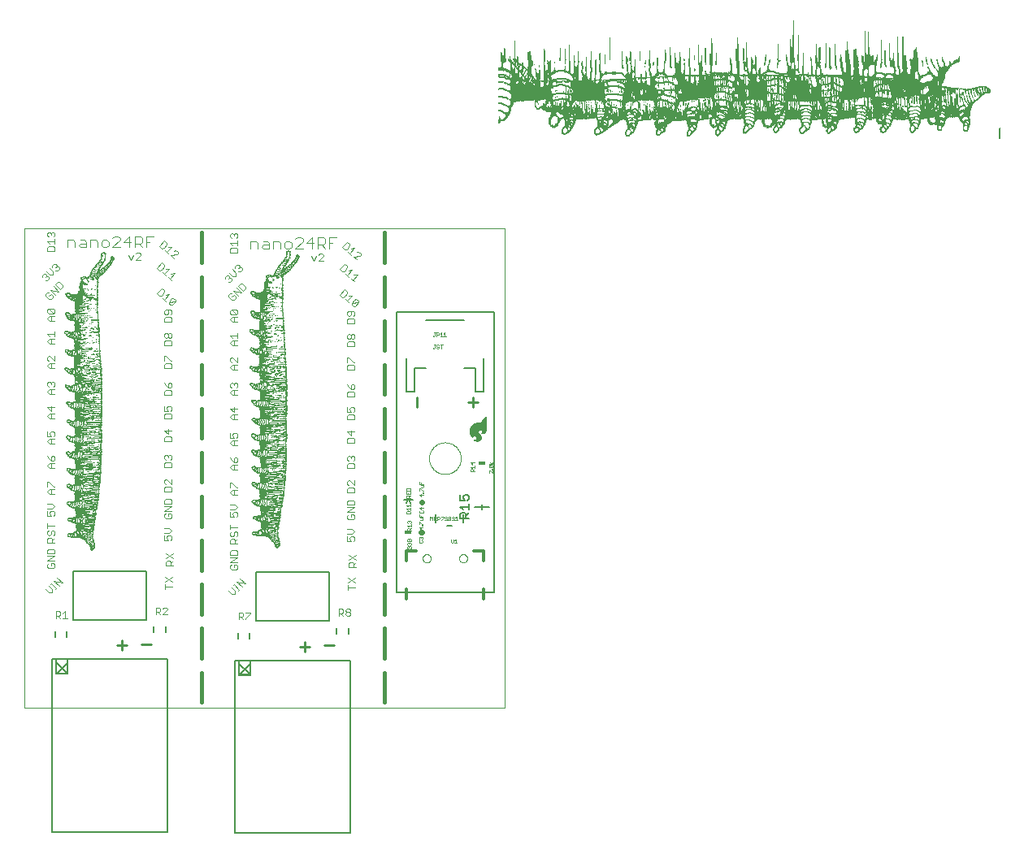
<source format=gto>
G75*
%MOIN*%
%OFA0B0*%
%FSLAX25Y25*%
%IPPOS*%
%LPD*%
%AMOC8*
5,1,8,0,0,1.08239X$1,22.5*
%
%ADD10C,0.00004*%
%ADD11C,0.01000*%
%ADD12C,0.00400*%
%ADD13C,0.00300*%
%ADD14C,0.00800*%
%ADD15C,0.01100*%
%ADD16C,0.01600*%
%ADD17R,0.00079X0.01969*%
%ADD18R,0.00079X0.01811*%
%ADD19R,0.00079X0.01417*%
%ADD20R,0.00079X0.01339*%
%ADD21R,0.00079X0.01260*%
%ADD22R,0.00079X0.01024*%
%ADD23R,0.00079X0.01181*%
%ADD24R,0.00079X0.01102*%
%ADD25R,0.00079X0.00945*%
%ADD26R,0.00079X0.00866*%
%ADD27R,0.00079X0.00787*%
%ADD28R,0.00079X0.01496*%
%ADD29R,0.00079X0.01654*%
%ADD30R,0.00079X0.01890*%
%ADD31R,0.00079X0.02362*%
%ADD32R,0.00079X0.02677*%
%ADD33R,0.00079X0.00236*%
%ADD34R,0.00079X0.01732*%
%ADD35R,0.00079X0.02992*%
%ADD36R,0.00079X0.03307*%
%ADD37R,0.00079X0.03465*%
%ADD38R,0.00079X0.03622*%
%ADD39R,0.00079X0.03858*%
%ADD40R,0.00079X0.05591*%
%ADD41R,0.00079X0.06063*%
%ADD42R,0.00079X0.06614*%
%ADD43R,0.00079X0.06772*%
%ADD44R,0.00079X0.06850*%
%ADD45R,0.00079X0.07008*%
%ADD46R,0.00079X0.07638*%
%ADD47R,0.00079X0.05984*%
%ADD48R,0.00079X0.06378*%
%ADD49R,0.00079X0.06929*%
%ADD50R,0.00079X0.06693*%
%ADD51R,0.00079X0.00630*%
%ADD52R,0.00079X0.09134*%
%ADD53R,0.00079X0.02205*%
%ADD54R,0.00079X0.09449*%
%ADD55R,0.00079X0.05512*%
%ADD56R,0.00079X0.10945*%
%ADD57R,0.00079X0.05748*%
%ADD58R,0.00079X0.11024*%
%ADD59R,0.00079X0.11339*%
%ADD60R,0.00079X0.19449*%
%ADD61R,0.00079X0.19764*%
%ADD62R,0.00079X0.19921*%
%ADD63R,0.00079X0.20079*%
%ADD64R,0.00079X0.20315*%
%ADD65R,0.00079X0.21575*%
%ADD66R,0.00079X0.04173*%
%ADD67R,0.00079X0.14488*%
%ADD68R,0.00079X0.00709*%
%ADD69R,0.00079X0.04488*%
%ADD70R,0.00079X0.02047*%
%ADD71R,0.00079X0.05827*%
%ADD72R,0.00079X0.05669*%
%ADD73R,0.00079X0.04331*%
%ADD74R,0.00079X0.04567*%
%ADD75R,0.00079X0.04252*%
%ADD76R,0.00079X0.04724*%
%ADD77R,0.00079X0.01575*%
%ADD78R,0.00079X0.02835*%
%ADD79R,0.00079X0.05433*%
%ADD80R,0.00079X0.05354*%
%ADD81R,0.00079X0.02441*%
%ADD82R,0.00079X0.05276*%
%ADD83R,0.00079X0.02283*%
%ADD84R,0.00079X0.00472*%
%ADD85R,0.00079X0.00394*%
%ADD86R,0.00079X0.05039*%
%ADD87R,0.00079X0.05118*%
%ADD88R,0.00079X0.08583*%
%ADD89R,0.00079X0.00551*%
%ADD90R,0.00079X0.08425*%
%ADD91R,0.00079X0.00315*%
%ADD92R,0.00079X0.08346*%
%ADD93R,0.00079X0.00079*%
%ADD94R,0.00079X0.08268*%
%ADD95R,0.00079X0.00157*%
%ADD96R,0.00079X0.08189*%
%ADD97R,0.00079X0.06535*%
%ADD98R,0.00079X0.06142*%
%ADD99R,0.00079X0.02756*%
%ADD100R,0.00079X0.02598*%
%ADD101R,0.00079X0.02520*%
%ADD102R,0.00079X0.05906*%
%ADD103R,0.00079X0.02913*%
%ADD104R,0.00079X0.03150*%
%ADD105R,0.00079X0.05197*%
%ADD106R,0.00079X0.02126*%
%ADD107R,0.00079X0.08110*%
%ADD108R,0.00079X0.07874*%
%ADD109R,0.00079X0.04409*%
%ADD110R,0.00079X0.04016*%
%ADD111R,0.00079X0.03780*%
%ADD112R,0.00079X0.03701*%
%ADD113R,0.00079X0.08976*%
%ADD114R,0.00079X0.09291*%
%ADD115R,0.00079X0.09528*%
%ADD116R,0.00079X0.07480*%
%ADD117R,0.00079X0.07323*%
%ADD118R,0.00079X0.07165*%
%ADD119R,0.00079X0.06220*%
%ADD120R,0.00079X0.06457*%
%ADD121R,0.00079X0.07795*%
%ADD122R,0.00079X0.06299*%
%ADD123R,0.00079X0.07953*%
%ADD124R,0.00079X0.09764*%
%ADD125R,0.00079X0.09213*%
%ADD126R,0.00079X0.09685*%
%ADD127R,0.00079X0.18976*%
%ADD128R,0.00079X0.18898*%
%ADD129R,0.00079X0.18819*%
%ADD130R,0.00079X0.15669*%
%ADD131R,0.00079X0.15276*%
%ADD132R,0.00079X0.15197*%
%ADD133R,0.00079X0.15118*%
%ADD134R,0.00079X0.15039*%
%ADD135R,0.00079X0.15433*%
%ADD136R,0.00079X0.11496*%
%ADD137R,0.00079X0.11181*%
%ADD138R,0.00079X0.09921*%
%ADD139R,0.00079X0.04094*%
%ADD140R,0.00079X0.03937*%
%ADD141R,0.00079X0.09606*%
%ADD142R,0.00079X0.09843*%
%ADD143R,0.00079X0.10000*%
%ADD144R,0.00079X0.10079*%
%ADD145R,0.00079X0.12283*%
%ADD146R,0.00079X0.14173*%
%ADD147R,0.00079X0.14252*%
%ADD148R,0.00079X0.14409*%
%ADD149R,0.00079X0.14567*%
%ADD150R,0.00079X0.16850*%
%ADD151R,0.00079X0.14094*%
%ADD152R,0.00079X0.14016*%
%ADD153R,0.00079X0.13937*%
%ADD154R,0.00079X0.14724*%
%ADD155R,0.00079X0.14961*%
%ADD156R,0.00079X0.07559*%
%ADD157R,0.00079X0.13465*%
%ADD158R,0.00079X0.07402*%
%ADD159R,0.00079X0.13386*%
%ADD160R,0.00079X0.11811*%
%ADD161R,0.00079X0.11654*%
%ADD162R,0.00079X0.10157*%
%ADD163R,0.00079X0.10866*%
%ADD164R,0.00079X0.11969*%
%ADD165R,0.00079X0.12047*%
%ADD166R,0.00079X0.12126*%
%ADD167R,0.00079X0.12205*%
%ADD168R,0.00079X0.12520*%
%ADD169R,0.00079X0.12756*%
%ADD170R,0.00079X0.12598*%
%ADD171R,0.00079X0.09370*%
%ADD172R,0.00079X0.10394*%
%ADD173R,0.00079X0.12362*%
%ADD174R,0.00079X0.12835*%
%ADD175R,0.00079X0.13150*%
%ADD176R,0.00079X0.13622*%
%ADD177R,0.00079X0.11732*%
%ADD178R,0.00079X0.11417*%
%ADD179R,0.00079X0.11102*%
%ADD180R,0.00079X0.03071*%
%ADD181R,0.00079X0.09055*%
%ADD182R,0.00079X0.03543*%
%ADD183R,0.00079X0.07087*%
%ADD184R,0.00079X0.03386*%
%ADD185R,0.00079X0.07717*%
%ADD186R,0.00079X0.10630*%
%ADD187R,0.00079X0.10472*%
%ADD188R,0.00079X0.10315*%
%ADD189R,0.00079X0.10236*%
%ADD190R,0.00079X0.04961*%
%ADD191R,0.00079X0.08031*%
%ADD192R,0.00079X0.04803*%
%ADD193R,0.00079X0.04882*%
%ADD194R,0.00079X0.08504*%
%ADD195R,0.00079X0.04646*%
%ADD196R,0.00079X0.08740*%
%ADD197R,0.00079X0.08661*%
%ADD198R,0.00079X0.26535*%
%ADD199R,0.00079X0.17638*%
%ADD200R,0.00079X0.17402*%
%ADD201R,0.00079X0.15591*%
%ADD202R,0.00079X0.03228*%
%ADD203R,0.00079X0.12677*%
%ADD204R,0.00079X0.15827*%
%ADD205R,0.00079X0.15906*%
%ADD206R,0.00079X0.15984*%
%ADD207R,0.00079X0.16378*%
%ADD208R,0.00079X0.17244*%
%ADD209R,0.00079X0.17559*%
%ADD210R,0.00079X0.17717*%
%ADD211R,0.00079X0.17795*%
%ADD212R,0.00079X0.17874*%
%ADD213R,0.00079X0.20236*%
%ADD214R,0.00079X0.20709*%
%ADD215R,0.00079X0.20787*%
%ADD216R,0.00079X0.20551*%
%ADD217R,0.00079X0.13071*%
%ADD218R,0.00079X0.14331*%
%ADD219R,0.00079X0.16457*%
%ADD220R,0.00079X0.16614*%
%ADD221R,0.00079X0.16693*%
%ADD222R,0.00079X0.19213*%
%ADD223R,0.00079X0.20472*%
%ADD224R,0.00079X0.20866*%
%ADD225R,0.00079X0.21417*%
%ADD226R,0.00079X0.23858*%
%ADD227R,0.00079X0.23937*%
%ADD228R,0.00079X0.20157*%
%ADD229R,0.00079X0.11260*%
%ADD230R,0.00079X0.08898*%
%ADD231R,0.00079X0.07244*%
%ADD232R,0.00079X0.08819*%
%ADD233R,0.00079X0.18504*%
%ADD234R,0.00079X0.14882*%
%ADD235R,0.00079X0.10787*%
%ADD236R,0.00079X0.10709*%
%ADD237R,0.00079X0.17323*%
%ADD238R,0.00079X0.13780*%
%ADD239R,0.00079X0.22362*%
%ADD240R,0.00079X0.22283*%
%ADD241R,0.00079X0.16772*%
%ADD242R,0.00079X0.16929*%
%ADD243R,0.00079X0.17480*%
%ADD244R,0.00079X0.12441*%
%ADD245R,0.00079X0.11575*%
%ADD246R,0.00079X0.15354*%
%ADD247R,0.00079X0.15512*%
%ADD248R,0.00079X0.18110*%
%ADD249R,0.00079X0.13543*%
%ADD250R,0.00079X0.12913*%
%ADD251R,0.00079X0.12992*%
%ADD252R,0.00079X0.14803*%
%ADD253R,0.00079X0.24488*%
%ADD254R,0.00079X0.18661*%
%ADD255R,0.00079X0.18425*%
%ADD256R,0.00079X0.18268*%
%ADD257R,0.00079X0.18189*%
%ADD258R,0.00079X0.13307*%
%ADD259R,0.00079X0.15748*%
%ADD260R,0.00079X0.10551*%
%ADD261R,0.00079X0.13701*%
%ADD262R,0.00079X0.17008*%
%ADD263R,0.00079X0.11890*%
%ADD264R,0.00079X0.18740*%
%ADD265R,0.00079X0.19291*%
%ADD266R,0.00079X0.14646*%
%ADD267R,0.00079X0.13858*%
%ADD268R,0.00079X0.17087*%
%ADD269C,0.00000*%
%ADD270R,0.00039X0.00197*%
%ADD271R,0.00039X0.00157*%
%ADD272R,0.00039X0.00551*%
%ADD273R,0.00039X0.00591*%
%ADD274R,0.00039X0.00748*%
%ADD275R,0.00039X0.00827*%
%ADD276R,0.00039X0.00906*%
%ADD277R,0.00039X0.01142*%
%ADD278R,0.00039X0.01220*%
%ADD279R,0.00039X0.01299*%
%ADD280R,0.00039X0.01417*%
%ADD281R,0.00039X0.01496*%
%ADD282R,0.00039X0.01575*%
%ADD283R,0.00039X0.01614*%
%ADD284R,0.00039X0.01654*%
%ADD285R,0.00039X0.01693*%
%ADD286R,0.00039X0.01772*%
%ADD287R,0.00039X0.01850*%
%ADD288R,0.00039X0.01890*%
%ADD289R,0.00039X0.01929*%
%ADD290R,0.00039X0.02008*%
%ADD291R,0.00039X0.02047*%
%ADD292R,0.00039X0.02087*%
%ADD293R,0.00039X0.02165*%
%ADD294R,0.00039X0.02244*%
%ADD295R,0.00039X0.02283*%
%ADD296R,0.00039X0.02323*%
%ADD297R,0.00039X0.02362*%
%ADD298R,0.00039X0.02402*%
%ADD299R,0.00039X0.00787*%
%ADD300R,0.00039X0.00394*%
%ADD301R,0.00039X0.00630*%
%ADD302R,0.00039X0.00354*%
%ADD303R,0.00039X0.00315*%
%ADD304R,0.00039X0.00276*%
%ADD305R,0.00039X0.00512*%
%ADD306R,0.00039X0.00472*%
%ADD307R,0.00039X0.00433*%
%ADD308R,0.00039X0.00669*%
%ADD309R,0.00039X0.00945*%
%ADD310R,0.00039X0.01102*%
%ADD311R,0.00039X0.01260*%
%ADD312R,0.00039X0.01378*%
%ADD313R,0.00039X0.00984*%
%ADD314R,0.00039X0.02874*%
%ADD315R,0.00039X0.01732*%
%ADD316R,0.00039X0.00709*%
%ADD317R,0.00039X0.01024*%
%ADD318R,0.00039X0.01339*%
%ADD319R,0.00039X0.00866*%
%ADD320R,0.00039X0.01535*%
%ADD321R,0.00039X0.01457*%
%ADD322R,0.00039X0.01063*%
%ADD323R,0.00039X0.00236*%
%ADD324R,0.00039X0.02520*%
%ADD325R,0.00039X0.01811*%
%ADD326R,0.00039X0.00039*%
%ADD327R,0.00039X0.02638*%
%ADD328R,0.00039X0.02717*%
%ADD329R,0.00039X0.02598*%
%ADD330R,0.00039X0.00118*%
%ADD331R,0.00039X0.01969*%
%ADD332R,0.00039X0.01181*%
%ADD333R,0.00039X0.02795*%
%ADD334R,0.00039X0.03031*%
%ADD335R,0.00039X0.03307*%
%ADD336R,0.00039X0.03386*%
%ADD337R,0.00039X0.03425*%
%ADD338R,0.00039X0.03504*%
%ADD339R,0.00039X0.03819*%
%ADD340R,0.00039X0.02992*%
%ADD341R,0.00039X0.03189*%
%ADD342R,0.00039X0.03465*%
%ADD343R,0.00039X0.03346*%
%ADD344R,0.00039X0.04567*%
%ADD345R,0.00039X0.04724*%
%ADD346R,0.00039X0.02756*%
%ADD347R,0.00039X0.05472*%
%ADD348R,0.00039X0.05512*%
%ADD349R,0.00039X0.05669*%
%ADD350R,0.00039X0.09724*%
%ADD351R,0.00039X0.09882*%
%ADD352R,0.00039X0.09961*%
%ADD353R,0.00039X0.10039*%
%ADD354R,0.00039X0.10157*%
%ADD355R,0.00039X0.10787*%
%ADD356R,0.00039X0.07244*%
%ADD357R,0.00039X0.02913*%
%ADD358R,0.00039X0.02835*%
%ADD359R,0.00039X0.02126*%
%ADD360R,0.00039X0.02677*%
%ADD361R,0.00039X0.02559*%
%ADD362R,0.00039X0.04291*%
%ADD363R,0.00039X0.04213*%
%ADD364R,0.00039X0.04173*%
%ADD365R,0.00039X0.04134*%
%ADD366R,0.00039X0.00079*%
%ADD367R,0.00039X0.04094*%
%ADD368R,0.00039X0.03268*%
%ADD369R,0.00039X0.03071*%
%ADD370R,0.00039X0.02953*%
%ADD371R,0.00039X0.04055*%
%ADD372R,0.00039X0.03937*%
%ADD373R,0.00039X0.02205*%
%ADD374R,0.00039X0.03110*%
%ADD375R,0.00039X0.04488*%
%ADD376R,0.00039X0.04646*%
%ADD377R,0.00039X0.04764*%
%ADD378R,0.00039X0.03740*%
%ADD379R,0.00039X0.03661*%
%ADD380R,0.00039X0.03583*%
%ADD381R,0.00039X0.03228*%
%ADD382R,0.00039X0.03898*%
%ADD383R,0.00039X0.03150*%
%ADD384R,0.00039X0.03976*%
%ADD385R,0.00039X0.04882*%
%ADD386R,0.00039X0.04606*%
%ADD387R,0.00039X0.04843*%
%ADD388R,0.00039X0.09488*%
%ADD389R,0.00039X0.09449*%
%ADD390R,0.00039X0.09409*%
%ADD391R,0.00039X0.07835*%
%ADD392R,0.00039X0.07638*%
%ADD393R,0.00039X0.07598*%
%ADD394R,0.00039X0.07559*%
%ADD395R,0.00039X0.07520*%
%ADD396R,0.00039X0.07717*%
%ADD397R,0.00039X0.05748*%
%ADD398R,0.00039X0.05591*%
%ADD399R,0.00039X0.04961*%
%ADD400R,0.00039X0.04803*%
%ADD401R,0.00039X0.04921*%
%ADD402R,0.00039X0.05000*%
%ADD403R,0.00039X0.05039*%
%ADD404R,0.00039X0.06142*%
%ADD405R,0.00039X0.07087*%
%ADD406R,0.00039X0.07126*%
%ADD407R,0.00039X0.07205*%
%ADD408R,0.00039X0.07283*%
%ADD409R,0.00039X0.08425*%
%ADD410R,0.00039X0.02480*%
%ADD411R,0.00039X0.07047*%
%ADD412R,0.00039X0.07008*%
%ADD413R,0.00039X0.06969*%
%ADD414R,0.00039X0.07362*%
%ADD415R,0.00039X0.07480*%
%ADD416R,0.00039X0.03780*%
%ADD417R,0.00039X0.06732*%
%ADD418R,0.00039X0.03701*%
%ADD419R,0.00039X0.06693*%
%ADD420R,0.00039X0.05906*%
%ADD421R,0.00039X0.05827*%
%ADD422R,0.00039X0.05079*%
%ADD423R,0.00039X0.05433*%
%ADD424R,0.00039X0.05984*%
%ADD425R,0.00039X0.06024*%
%ADD426R,0.00039X0.06063*%
%ADD427R,0.00039X0.06102*%
%ADD428R,0.00039X0.06260*%
%ADD429R,0.00039X0.06378*%
%ADD430R,0.00039X0.06299*%
%ADD431R,0.00039X0.04685*%
%ADD432R,0.00039X0.05197*%
%ADD433R,0.00039X0.06181*%
%ADD434R,0.00039X0.06417*%
%ADD435R,0.00039X0.06575*%
%ADD436R,0.00039X0.06811*%
%ADD437R,0.00039X0.05866*%
%ADD438R,0.00039X0.05709*%
%ADD439R,0.00039X0.05551*%
%ADD440R,0.00039X0.04528*%
%ADD441R,0.00039X0.03543*%
%ADD442R,0.00039X0.04331*%
%ADD443R,0.00039X0.04370*%
%ADD444R,0.00039X0.04449*%
%ADD445R,0.00039X0.03858*%
%ADD446R,0.00039X0.05315*%
%ADD447R,0.00039X0.05354*%
%ADD448R,0.00039X0.05236*%
%ADD449R,0.00039X0.05157*%
%ADD450R,0.00039X0.05118*%
%ADD451R,0.00039X0.04016*%
%ADD452R,0.00039X0.02441*%
%ADD453R,0.00039X0.04252*%
%ADD454R,0.00039X0.13268*%
%ADD455R,0.00039X0.08819*%
%ADD456R,0.00039X0.08701*%
%ADD457R,0.00039X0.07795*%
%ADD458R,0.00039X0.06339*%
%ADD459R,0.00039X0.07913*%
%ADD460R,0.00039X0.07953*%
%ADD461R,0.00039X0.07992*%
%ADD462R,0.00039X0.08189*%
%ADD463R,0.00039X0.08622*%
%ADD464R,0.00039X0.08780*%
%ADD465R,0.00039X0.08858*%
%ADD466R,0.00039X0.08898*%
%ADD467R,0.00039X0.08937*%
%ADD468R,0.00039X0.10118*%
%ADD469R,0.00039X0.10354*%
%ADD470R,0.00039X0.10394*%
%ADD471R,0.00039X0.10276*%
%ADD472R,0.00039X0.06535*%
%ADD473R,0.00039X0.07165*%
%ADD474R,0.00039X0.08228*%
%ADD475R,0.00039X0.08307*%
%ADD476R,0.00039X0.08346*%
%ADD477R,0.00039X0.09606*%
%ADD478R,0.00039X0.10236*%
%ADD479R,0.00039X0.10433*%
%ADD480R,0.00039X0.10709*%
%ADD481R,0.00039X0.11929*%
%ADD482R,0.00039X0.11969*%
%ADD483R,0.00039X0.10079*%
%ADD484R,0.00039X0.05630*%
%ADD485R,0.00039X0.03622*%
%ADD486R,0.00039X0.04409*%
%ADD487R,0.00039X0.09252*%
%ADD488R,0.00039X0.07441*%
%ADD489R,0.00039X0.05394*%
%ADD490R,0.00039X0.08661*%
%ADD491R,0.00039X0.06890*%
%ADD492R,0.00039X0.11181*%
%ADD493R,0.00039X0.11142*%
%ADD494R,0.00039X0.05276*%
%ADD495R,0.00039X0.08386*%
%ADD496R,0.00039X0.08465*%
%ADD497R,0.00039X0.08740*%
%ADD498R,0.00039X0.06220*%
%ADD499R,0.00039X0.05787*%
%ADD500R,0.00039X0.07677*%
%ADD501R,0.00039X0.07756*%
%ADD502R,0.00039X0.09055*%
%ADD503R,0.00039X0.08268*%
%ADD504R,0.00039X0.06772*%
%ADD505R,0.00039X0.06457*%
%ADD506R,0.00039X0.06496*%
%ADD507R,0.00039X0.07402*%
%ADD508R,0.00039X0.12244*%
%ADD509R,0.00039X0.09331*%
%ADD510R,0.00039X0.09213*%
%ADD511R,0.00039X0.09134*%
%ADD512R,0.00039X0.09094*%
%ADD513R,0.00039X0.06654*%
%ADD514R,0.00039X0.07874*%
%ADD515R,0.00039X0.06850*%
%ADD516R,0.00039X0.08543*%
%ADD517R,0.00039X0.08504*%
%ADD518R,0.00039X0.05945*%
%ADD519R,0.00039X0.09370*%
%ADD520R,0.00039X0.09646*%
%ADD521R,0.00039X0.07323*%
%ADD522R,0.00039X0.06929*%
%ADD523R,0.00039X0.15906*%
%ADD524R,0.00039X0.08110*%
%ADD525R,0.00039X0.08150*%
%ADD526R,0.00039X0.10669*%
%ADD527R,0.00039X0.10512*%
%ADD528R,0.00039X0.10472*%
%ADD529R,0.00118X0.00024*%
%ADD530R,0.00094X0.00024*%
%ADD531R,0.00331X0.00024*%
%ADD532R,0.00354X0.00024*%
%ADD533R,0.00449X0.00024*%
%ADD534R,0.00496X0.00024*%
%ADD535R,0.00543X0.00024*%
%ADD536R,0.00685X0.00024*%
%ADD537R,0.00732X0.00024*%
%ADD538R,0.00780X0.00024*%
%ADD539R,0.00850X0.00024*%
%ADD540R,0.00898X0.00024*%
%ADD541R,0.00945X0.00024*%
%ADD542R,0.00969X0.00024*%
%ADD543R,0.00992X0.00024*%
%ADD544R,0.01016X0.00024*%
%ADD545R,0.01063X0.00024*%
%ADD546R,0.01110X0.00024*%
%ADD547R,0.01134X0.00024*%
%ADD548R,0.01157X0.00024*%
%ADD549R,0.01205X0.00024*%
%ADD550R,0.01228X0.00024*%
%ADD551R,0.01252X0.00024*%
%ADD552R,0.01299X0.00024*%
%ADD553R,0.01346X0.00024*%
%ADD554R,0.01370X0.00024*%
%ADD555R,0.01394X0.00024*%
%ADD556R,0.01417X0.00024*%
%ADD557R,0.01441X0.00024*%
%ADD558R,0.00472X0.00024*%
%ADD559R,0.00236X0.00024*%
%ADD560R,0.00378X0.00024*%
%ADD561R,0.00213X0.00024*%
%ADD562R,0.00189X0.00024*%
%ADD563R,0.00165X0.00024*%
%ADD564R,0.00307X0.00024*%
%ADD565R,0.00283X0.00024*%
%ADD566R,0.00260X0.00024*%
%ADD567R,0.00402X0.00024*%
%ADD568R,0.00567X0.00024*%
%ADD569R,0.00661X0.00024*%
%ADD570R,0.00756X0.00024*%
%ADD571R,0.00827X0.00024*%
%ADD572R,0.00591X0.00024*%
%ADD573R,0.01724X0.00024*%
%ADD574R,0.01039X0.00024*%
%ADD575R,0.00425X0.00024*%
%ADD576R,0.00614X0.00024*%
%ADD577R,0.00803X0.00024*%
%ADD578R,0.00520X0.00024*%
%ADD579R,0.00921X0.00024*%
%ADD580R,0.00874X0.00024*%
%ADD581R,0.00638X0.00024*%
%ADD582R,0.00142X0.00024*%
%ADD583R,0.01512X0.00024*%
%ADD584R,0.01087X0.00024*%
%ADD585R,0.00024X0.00024*%
%ADD586R,0.01583X0.00024*%
%ADD587R,0.01630X0.00024*%
%ADD588R,0.01559X0.00024*%
%ADD589R,0.00071X0.00024*%
%ADD590R,0.01181X0.00024*%
%ADD591R,0.00709X0.00024*%
%ADD592R,0.01677X0.00024*%
%ADD593R,0.01819X0.00024*%
%ADD594R,0.01984X0.00024*%
%ADD595R,0.02031X0.00024*%
%ADD596R,0.02055X0.00024*%
%ADD597R,0.02102X0.00024*%
%ADD598R,0.02291X0.00024*%
%ADD599R,0.01795X0.00024*%
%ADD600R,0.01913X0.00024*%
%ADD601R,0.02079X0.00024*%
%ADD602R,0.02008X0.00024*%
%ADD603R,0.02740X0.00024*%
%ADD604R,0.02835X0.00024*%
%ADD605R,0.01654X0.00024*%
%ADD606R,0.03283X0.00024*%
%ADD607R,0.03307X0.00024*%
%ADD608R,0.03402X0.00024*%
%ADD609R,0.05835X0.00024*%
%ADD610R,0.05929X0.00024*%
%ADD611R,0.05976X0.00024*%
%ADD612R,0.06024X0.00024*%
%ADD613R,0.06094X0.00024*%
%ADD614R,0.06472X0.00024*%
%ADD615R,0.04346X0.00024*%
%ADD616R,0.01748X0.00024*%
%ADD617R,0.01701X0.00024*%
%ADD618R,0.01276X0.00024*%
%ADD619R,0.01606X0.00024*%
%ADD620R,0.01535X0.00024*%
%ADD621R,0.02575X0.00024*%
%ADD622R,0.02528X0.00024*%
%ADD623R,0.02504X0.00024*%
%ADD624R,0.02480X0.00024*%
%ADD625R,0.00047X0.00024*%
%ADD626R,0.02457X0.00024*%
%ADD627R,0.01961X0.00024*%
%ADD628R,0.01843X0.00024*%
%ADD629R,0.01772X0.00024*%
%ADD630R,0.02433X0.00024*%
%ADD631R,0.02362X0.00024*%
%ADD632R,0.01323X0.00024*%
%ADD633R,0.01866X0.00024*%
%ADD634R,0.02693X0.00024*%
%ADD635R,0.02787X0.00024*%
%ADD636R,0.02858X0.00024*%
%ADD637R,0.02244X0.00024*%
%ADD638R,0.02197X0.00024*%
%ADD639R,0.02150X0.00024*%
%ADD640R,0.01937X0.00024*%
%ADD641R,0.02339X0.00024*%
%ADD642R,0.01890X0.00024*%
%ADD643R,0.02386X0.00024*%
%ADD644R,0.02929X0.00024*%
%ADD645R,0.02764X0.00024*%
%ADD646R,0.02906X0.00024*%
%ADD647R,0.05693X0.00024*%
%ADD648R,0.05669X0.00024*%
%ADD649R,0.05646X0.00024*%
%ADD650R,0.04701X0.00024*%
%ADD651R,0.04583X0.00024*%
%ADD652R,0.04559X0.00024*%
%ADD653R,0.04535X0.00024*%
%ADD654R,0.04512X0.00024*%
%ADD655R,0.04630X0.00024*%
%ADD656R,0.03449X0.00024*%
%ADD657R,0.03354X0.00024*%
%ADD658R,0.02976X0.00024*%
%ADD659R,0.02882X0.00024*%
%ADD660R,0.02953X0.00024*%
%ADD661R,0.03000X0.00024*%
%ADD662R,0.03024X0.00024*%
%ADD663R,0.03685X0.00024*%
%ADD664R,0.04252X0.00024*%
%ADD665R,0.04276X0.00024*%
%ADD666R,0.04323X0.00024*%
%ADD667R,0.04370X0.00024*%
%ADD668R,0.05055X0.00024*%
%ADD669R,0.01488X0.00024*%
%ADD670R,0.04228X0.00024*%
%ADD671R,0.04205X0.00024*%
%ADD672R,0.04181X0.00024*%
%ADD673R,0.04417X0.00024*%
%ADD674R,0.04488X0.00024*%
%ADD675R,0.02268X0.00024*%
%ADD676R,0.04039X0.00024*%
%ADD677R,0.02220X0.00024*%
%ADD678R,0.04016X0.00024*%
%ADD679R,0.03543X0.00024*%
%ADD680R,0.03496X0.00024*%
%ADD681R,0.03047X0.00024*%
%ADD682R,0.03260X0.00024*%
%ADD683R,0.03591X0.00024*%
%ADD684R,0.03614X0.00024*%
%ADD685R,0.03638X0.00024*%
%ADD686R,0.03661X0.00024*%
%ADD687R,0.03756X0.00024*%
%ADD688R,0.03827X0.00024*%
%ADD689R,0.03780X0.00024*%
%ADD690R,0.02811X0.00024*%
%ADD691R,0.03118X0.00024*%
%ADD692R,0.03709X0.00024*%
%ADD693R,0.03850X0.00024*%
%ADD694R,0.03945X0.00024*%
%ADD695R,0.04087X0.00024*%
%ADD696R,0.03520X0.00024*%
%ADD697R,0.03425X0.00024*%
%ADD698R,0.03331X0.00024*%
%ADD699R,0.02717X0.00024*%
%ADD700R,0.02126X0.00024*%
%ADD701R,0.02598X0.00024*%
%ADD702R,0.02622X0.00024*%
%ADD703R,0.02669X0.00024*%
%ADD704R,0.02315X0.00024*%
%ADD705R,0.03189X0.00024*%
%ADD706R,0.03213X0.00024*%
%ADD707R,0.03142X0.00024*%
%ADD708R,0.03094X0.00024*%
%ADD709R,0.03071X0.00024*%
%ADD710R,0.02409X0.00024*%
%ADD711R,0.01465X0.00024*%
%ADD712R,0.02551X0.00024*%
%ADD713R,0.07961X0.00024*%
%ADD714R,0.05291X0.00024*%
%ADD715R,0.05220X0.00024*%
%ADD716R,0.04677X0.00024*%
%ADD717R,0.03803X0.00024*%
%ADD718R,0.04748X0.00024*%
%ADD719R,0.04772X0.00024*%
%ADD720R,0.04795X0.00024*%
%ADD721R,0.04913X0.00024*%
%ADD722R,0.05173X0.00024*%
%ADD723R,0.05268X0.00024*%
%ADD724R,0.05315X0.00024*%
%ADD725R,0.05339X0.00024*%
%ADD726R,0.05362X0.00024*%
%ADD727R,0.06071X0.00024*%
%ADD728R,0.06213X0.00024*%
%ADD729R,0.06236X0.00024*%
%ADD730R,0.06165X0.00024*%
%ADD731R,0.03921X0.00024*%
%ADD732R,0.04299X0.00024*%
%ADD733R,0.04937X0.00024*%
%ADD734R,0.04984X0.00024*%
%ADD735R,0.05008X0.00024*%
%ADD736R,0.05764X0.00024*%
%ADD737R,0.06142X0.00024*%
%ADD738R,0.06260X0.00024*%
%ADD739R,0.06425X0.00024*%
%ADD740R,0.07157X0.00024*%
%ADD741R,0.07181X0.00024*%
%ADD742R,0.06047X0.00024*%
%ADD743R,0.03378X0.00024*%
%ADD744R,0.02173X0.00024*%
%ADD745R,0.02646X0.00024*%
%ADD746R,0.05551X0.00024*%
%ADD747R,0.04465X0.00024*%
%ADD748R,0.03236X0.00024*%
%ADD749R,0.05197X0.00024*%
%ADD750R,0.04134X0.00024*%
%ADD751R,0.06709X0.00024*%
%ADD752R,0.06685X0.00024*%
%ADD753R,0.03165X0.00024*%
%ADD754R,0.05031X0.00024*%
%ADD755R,0.05079X0.00024*%
%ADD756R,0.05244X0.00024*%
%ADD757R,0.03732X0.00024*%
%ADD758R,0.03472X0.00024*%
%ADD759R,0.04606X0.00024*%
%ADD760R,0.04654X0.00024*%
%ADD761R,0.05433X0.00024*%
%ADD762R,0.04961X0.00024*%
%ADD763R,0.04063X0.00024*%
%ADD764R,0.03874X0.00024*%
%ADD765R,0.03898X0.00024*%
%ADD766R,0.04441X0.00024*%
%ADD767R,0.07346X0.00024*%
%ADD768R,0.05598X0.00024*%
%ADD769R,0.05528X0.00024*%
%ADD770R,0.05480X0.00024*%
%ADD771R,0.05457X0.00024*%
%ADD772R,0.03992X0.00024*%
%ADD773R,0.04724X0.00024*%
%ADD774R,0.04110X0.00024*%
%ADD775R,0.05126X0.00024*%
%ADD776R,0.05102X0.00024*%
%ADD777R,0.03567X0.00024*%
%ADD778R,0.05622X0.00024*%
%ADD779R,0.05787X0.00024*%
%ADD780R,0.04394X0.00024*%
%ADD781R,0.04157X0.00024*%
%ADD782R,0.09543X0.00024*%
%ADD783R,0.04866X0.00024*%
%ADD784R,0.04890X0.00024*%
%ADD785R,0.06402X0.00024*%
%ADD786R,0.06307X0.00024*%
%ADD787R,0.06283X0.00024*%
%ADD788C,0.00500*%
%ADD789C,0.00600*%
%ADD790C,0.00100*%
%ADD791R,0.03000X0.01800*%
%ADD792C,0.02200*%
%ADD793C,0.01200*%
%ADD794C,0.00001*%
D10*
X0001500Y0052494D02*
X0001500Y0249344D01*
X0198350Y0249344D01*
X0198350Y0052494D01*
X0001500Y0052494D01*
D11*
X0039500Y0078305D02*
X0041500Y0078305D01*
X0041500Y0076305D01*
X0041500Y0078305D02*
X0041500Y0080305D01*
X0041500Y0078305D02*
X0043500Y0078305D01*
X0049500Y0078805D02*
X0053500Y0078805D01*
X0114500Y0077805D02*
X0116500Y0077805D01*
X0116500Y0075805D01*
X0116500Y0077805D02*
X0116500Y0079805D01*
X0116500Y0077805D02*
X0118500Y0077805D01*
X0124500Y0078305D02*
X0128500Y0078305D01*
D12*
X0126428Y0241005D02*
X0126428Y0245609D01*
X0129497Y0245609D01*
X0127963Y0243307D02*
X0126428Y0243307D01*
X0124893Y0243307D02*
X0124126Y0242540D01*
X0121824Y0242540D01*
X0123359Y0242540D02*
X0124893Y0241005D01*
X0124893Y0243307D02*
X0124893Y0244842D01*
X0124126Y0245609D01*
X0121824Y0245609D01*
X0121824Y0241005D01*
X0119522Y0241005D02*
X0119522Y0245609D01*
X0117220Y0243307D01*
X0120289Y0243307D01*
X0115685Y0244074D02*
X0115685Y0244842D01*
X0114918Y0245609D01*
X0113383Y0245609D01*
X0112616Y0244842D01*
X0111081Y0243307D02*
X0110314Y0244074D01*
X0108779Y0244074D01*
X0108012Y0243307D01*
X0108012Y0241772D01*
X0108779Y0241005D01*
X0110314Y0241005D01*
X0111081Y0241772D01*
X0111081Y0243307D01*
X0112616Y0241005D02*
X0115685Y0244074D01*
X0115685Y0241005D02*
X0112616Y0241005D01*
X0106477Y0241005D02*
X0106477Y0243307D01*
X0105710Y0244074D01*
X0103408Y0244074D01*
X0103408Y0241005D01*
X0101873Y0241005D02*
X0099571Y0241005D01*
X0098804Y0241772D01*
X0099571Y0242540D01*
X0101873Y0242540D01*
X0101873Y0243307D02*
X0101873Y0241005D01*
X0101873Y0243307D02*
X0101106Y0244074D01*
X0099571Y0244074D01*
X0097269Y0243307D02*
X0097269Y0241005D01*
X0097269Y0243307D02*
X0096502Y0244074D01*
X0094200Y0244074D01*
X0094200Y0241005D01*
X0054497Y0246109D02*
X0051428Y0246109D01*
X0051428Y0241505D01*
X0049893Y0241505D02*
X0048359Y0243040D01*
X0049126Y0243040D02*
X0046824Y0243040D01*
X0046824Y0241505D02*
X0046824Y0246109D01*
X0049126Y0246109D01*
X0049893Y0245342D01*
X0049893Y0243807D01*
X0049126Y0243040D01*
X0051428Y0243807D02*
X0052963Y0243807D01*
X0045289Y0243807D02*
X0042220Y0243807D01*
X0044522Y0246109D01*
X0044522Y0241505D01*
X0040685Y0241505D02*
X0037616Y0241505D01*
X0040685Y0244574D01*
X0040685Y0245342D01*
X0039918Y0246109D01*
X0038383Y0246109D01*
X0037616Y0245342D01*
X0036081Y0243807D02*
X0035314Y0244574D01*
X0033779Y0244574D01*
X0033012Y0243807D01*
X0033012Y0242272D01*
X0033779Y0241505D01*
X0035314Y0241505D01*
X0036081Y0242272D01*
X0036081Y0243807D01*
X0031477Y0243807D02*
X0031477Y0241505D01*
X0031477Y0243807D02*
X0030710Y0244574D01*
X0028408Y0244574D01*
X0028408Y0241505D01*
X0026873Y0241505D02*
X0026873Y0243807D01*
X0026106Y0244574D01*
X0024571Y0244574D01*
X0024571Y0243040D02*
X0026873Y0243040D01*
X0026873Y0241505D02*
X0024571Y0241505D01*
X0023804Y0242272D01*
X0024571Y0243040D01*
X0022269Y0243807D02*
X0022269Y0241505D01*
X0022269Y0243807D02*
X0021502Y0244574D01*
X0019200Y0244574D01*
X0019200Y0241505D01*
D13*
X0013850Y0241406D02*
X0013366Y0241890D01*
X0011431Y0241890D01*
X0010948Y0241406D01*
X0010948Y0239955D01*
X0013850Y0239955D01*
X0013850Y0241406D01*
X0013850Y0242902D02*
X0013850Y0244837D01*
X0013850Y0243869D02*
X0010948Y0243869D01*
X0011915Y0242902D01*
X0011431Y0245848D02*
X0010948Y0246332D01*
X0010948Y0247299D01*
X0011431Y0247783D01*
X0011915Y0247783D01*
X0012399Y0247299D01*
X0012883Y0247783D01*
X0013366Y0247783D01*
X0013850Y0247299D01*
X0013850Y0246332D01*
X0013366Y0245848D01*
X0012399Y0246816D02*
X0012399Y0247299D01*
X0013641Y0234763D02*
X0014325Y0234763D01*
X0014667Y0234421D01*
X0014667Y0233737D01*
X0015351Y0233737D01*
X0015693Y0233395D01*
X0015693Y0232710D01*
X0015009Y0232026D01*
X0014325Y0232026D01*
X0013268Y0231653D02*
X0011899Y0233021D01*
X0012957Y0233395D02*
X0012957Y0234079D01*
X0013641Y0234763D01*
X0014667Y0233737D02*
X0014325Y0233395D01*
X0013268Y0231653D02*
X0013268Y0230285D01*
X0011899Y0230285D01*
X0010531Y0231653D01*
X0010158Y0230596D02*
X0010500Y0230254D01*
X0010500Y0229570D01*
X0011184Y0229570D01*
X0011526Y0229228D01*
X0011526Y0228543D01*
X0010842Y0227859D01*
X0010158Y0227859D01*
X0010158Y0229228D02*
X0010500Y0229570D01*
X0010158Y0230596D02*
X0009474Y0230596D01*
X0008790Y0229912D01*
X0008790Y0229228D01*
X0013399Y0225521D02*
X0015452Y0223469D01*
X0012031Y0224153D01*
X0014084Y0222101D01*
X0013026Y0221728D02*
X0012342Y0222412D01*
X0011658Y0221728D01*
X0011658Y0223096D02*
X0010974Y0223096D01*
X0010290Y0222412D01*
X0010290Y0221728D01*
X0011658Y0220359D01*
X0012342Y0220359D01*
X0013026Y0221043D01*
X0013026Y0221728D01*
X0016167Y0224184D02*
X0017193Y0225210D01*
X0017193Y0225895D01*
X0015825Y0227263D01*
X0015141Y0227263D01*
X0014115Y0226237D01*
X0016167Y0224184D01*
X0013366Y0216337D02*
X0011431Y0216337D01*
X0013366Y0214402D01*
X0013850Y0214885D01*
X0013850Y0215853D01*
X0013366Y0216337D01*
X0011431Y0216337D02*
X0010948Y0215853D01*
X0010948Y0214885D01*
X0011431Y0214402D01*
X0013366Y0214402D01*
X0013850Y0213390D02*
X0011915Y0213390D01*
X0010948Y0212423D01*
X0011915Y0211455D01*
X0013850Y0211455D01*
X0012399Y0211455D02*
X0012399Y0213390D01*
X0013850Y0206837D02*
X0013850Y0204902D01*
X0013850Y0205869D02*
X0010948Y0205869D01*
X0011915Y0204902D01*
X0011915Y0203890D02*
X0013850Y0203890D01*
X0012399Y0203890D02*
X0012399Y0201955D01*
X0011915Y0201955D02*
X0013850Y0201955D01*
X0011915Y0201955D02*
X0010948Y0202923D01*
X0011915Y0203890D01*
X0011915Y0196837D02*
X0011431Y0196837D01*
X0010948Y0196353D01*
X0010948Y0195385D01*
X0011431Y0194902D01*
X0011915Y0193890D02*
X0013850Y0193890D01*
X0013850Y0194902D02*
X0011915Y0196837D01*
X0013850Y0196837D02*
X0013850Y0194902D01*
X0012399Y0193890D02*
X0012399Y0191955D01*
X0011915Y0191955D02*
X0013850Y0191955D01*
X0011915Y0191955D02*
X0010948Y0192923D01*
X0011915Y0193890D01*
X0011915Y0186337D02*
X0012399Y0185853D01*
X0012883Y0186337D01*
X0013366Y0186337D01*
X0013850Y0185853D01*
X0013850Y0184885D01*
X0013366Y0184402D01*
X0013850Y0183390D02*
X0011915Y0183390D01*
X0010948Y0182423D01*
X0011915Y0181455D01*
X0013850Y0181455D01*
X0012399Y0181455D02*
X0012399Y0183390D01*
X0011431Y0184402D02*
X0010948Y0184885D01*
X0010948Y0185853D01*
X0011431Y0186337D01*
X0011915Y0186337D01*
X0012399Y0185853D02*
X0012399Y0185369D01*
X0012399Y0176337D02*
X0012399Y0174402D01*
X0010948Y0175853D01*
X0013850Y0175853D01*
X0013850Y0173390D02*
X0011915Y0173390D01*
X0010948Y0172423D01*
X0011915Y0171455D01*
X0013850Y0171455D01*
X0012399Y0171455D02*
X0012399Y0173390D01*
X0012399Y0165837D02*
X0011915Y0165353D01*
X0011915Y0164869D01*
X0012399Y0163902D01*
X0010948Y0163902D01*
X0010948Y0165837D01*
X0012399Y0165837D02*
X0013366Y0165837D01*
X0013850Y0165353D01*
X0013850Y0164385D01*
X0013366Y0163902D01*
X0013850Y0162890D02*
X0011915Y0162890D01*
X0010948Y0161923D01*
X0011915Y0160955D01*
X0013850Y0160955D01*
X0012399Y0160955D02*
X0012399Y0162890D01*
X0012883Y0155837D02*
X0012399Y0155353D01*
X0012399Y0153902D01*
X0013366Y0153902D01*
X0013850Y0154385D01*
X0013850Y0155353D01*
X0013366Y0155837D01*
X0012883Y0155837D01*
X0011431Y0154869D02*
X0012399Y0153902D01*
X0012399Y0152890D02*
X0012399Y0150955D01*
X0011915Y0150955D02*
X0013850Y0150955D01*
X0011915Y0150955D02*
X0010948Y0151923D01*
X0011915Y0152890D01*
X0013850Y0152890D01*
X0011431Y0154869D02*
X0010948Y0155837D01*
X0010948Y0145337D02*
X0011431Y0145337D01*
X0013366Y0143402D01*
X0013850Y0143402D01*
X0013850Y0142390D02*
X0011915Y0142390D01*
X0010948Y0141423D01*
X0011915Y0140455D01*
X0013850Y0140455D01*
X0012399Y0140455D02*
X0012399Y0142390D01*
X0010948Y0143402D02*
X0010948Y0145337D01*
X0010948Y0136337D02*
X0012883Y0136337D01*
X0013850Y0135369D01*
X0012883Y0134402D01*
X0010948Y0134402D01*
X0010948Y0133390D02*
X0010948Y0131455D01*
X0012399Y0131455D01*
X0011915Y0132423D01*
X0011915Y0132906D01*
X0012399Y0133390D01*
X0013366Y0133390D01*
X0013850Y0132906D01*
X0013850Y0131939D01*
X0013366Y0131455D01*
X0010948Y0128283D02*
X0010948Y0126348D01*
X0010948Y0127316D02*
X0013850Y0127316D01*
X0013366Y0125337D02*
X0013850Y0124853D01*
X0013850Y0123885D01*
X0013366Y0123402D01*
X0012399Y0123885D02*
X0012399Y0124853D01*
X0012883Y0125337D01*
X0013366Y0125337D01*
X0012399Y0123885D02*
X0011915Y0123402D01*
X0011431Y0123402D01*
X0010948Y0123885D01*
X0010948Y0124853D01*
X0011431Y0125337D01*
X0011431Y0122390D02*
X0012399Y0122390D01*
X0012883Y0121906D01*
X0012883Y0120455D01*
X0013850Y0120455D02*
X0010948Y0120455D01*
X0010948Y0121906D01*
X0011431Y0122390D01*
X0012883Y0121423D02*
X0013850Y0122390D01*
X0013366Y0117783D02*
X0011431Y0117783D01*
X0010948Y0117299D01*
X0010948Y0115848D01*
X0013850Y0115848D01*
X0013850Y0117299D01*
X0013366Y0117783D01*
X0013850Y0114837D02*
X0010948Y0114837D01*
X0010948Y0112902D02*
X0013850Y0114837D01*
X0013850Y0112902D02*
X0010948Y0112902D01*
X0011431Y0111890D02*
X0010948Y0111406D01*
X0010948Y0110439D01*
X0011431Y0109955D01*
X0013366Y0109955D01*
X0013850Y0110439D01*
X0013850Y0111406D01*
X0013366Y0111890D01*
X0012399Y0111890D01*
X0012399Y0110923D01*
X0014995Y0106092D02*
X0017047Y0104039D01*
X0013627Y0104723D01*
X0015679Y0102671D01*
X0014974Y0101966D02*
X0014290Y0101282D01*
X0014632Y0101624D02*
X0012580Y0103676D01*
X0012238Y0103334D02*
X0012922Y0104018D01*
X0011523Y0102619D02*
X0012891Y0101251D01*
X0012891Y0099883D01*
X0011523Y0099883D01*
X0010154Y0101251D01*
X0014339Y0092297D02*
X0015790Y0092297D01*
X0016274Y0091813D01*
X0016274Y0090845D01*
X0015790Y0090362D01*
X0014339Y0090362D01*
X0015306Y0090362D02*
X0016274Y0089394D01*
X0017285Y0089394D02*
X0019220Y0089394D01*
X0018253Y0089394D02*
X0018253Y0092297D01*
X0017285Y0091329D01*
X0014339Y0092297D02*
X0014339Y0089394D01*
X0055339Y0090894D02*
X0055339Y0093797D01*
X0056790Y0093797D01*
X0057274Y0093313D01*
X0057274Y0092345D01*
X0056790Y0091862D01*
X0055339Y0091862D01*
X0056306Y0091862D02*
X0057274Y0090894D01*
X0058285Y0090894D02*
X0060220Y0092829D01*
X0060220Y0093313D01*
X0059737Y0093797D01*
X0058769Y0093797D01*
X0058285Y0093313D01*
X0058285Y0090894D02*
X0060220Y0090894D01*
X0059148Y0101455D02*
X0059148Y0103390D01*
X0059148Y0102423D02*
X0062050Y0102423D01*
X0062050Y0104402D02*
X0059148Y0106337D01*
X0059148Y0104402D02*
X0062050Y0106337D01*
X0061583Y0110955D02*
X0061583Y0112406D01*
X0061099Y0112890D01*
X0060131Y0112890D01*
X0059648Y0112406D01*
X0059648Y0110955D01*
X0062550Y0110955D01*
X0061583Y0111923D02*
X0062550Y0112890D01*
X0062550Y0113902D02*
X0059648Y0115837D01*
X0059648Y0113902D02*
X0062550Y0115837D01*
X0061366Y0121455D02*
X0061850Y0121939D01*
X0061850Y0122906D01*
X0061366Y0123390D01*
X0060399Y0123390D01*
X0059915Y0122906D01*
X0059915Y0122423D01*
X0060399Y0121455D01*
X0058948Y0121455D01*
X0058948Y0123390D01*
X0058948Y0124402D02*
X0060883Y0124402D01*
X0061850Y0125369D01*
X0060883Y0126337D01*
X0058948Y0126337D01*
X0059431Y0130455D02*
X0061366Y0130455D01*
X0061850Y0130939D01*
X0061850Y0131906D01*
X0061366Y0132390D01*
X0060399Y0132390D01*
X0060399Y0131423D01*
X0059431Y0132390D02*
X0058948Y0131906D01*
X0058948Y0130939D01*
X0059431Y0130455D01*
X0058948Y0133402D02*
X0061850Y0135337D01*
X0058948Y0135337D01*
X0058948Y0136348D02*
X0058948Y0137799D01*
X0059431Y0138283D01*
X0061366Y0138283D01*
X0061850Y0137799D01*
X0061850Y0136348D01*
X0058948Y0136348D01*
X0058948Y0133402D02*
X0061850Y0133402D01*
X0061850Y0141455D02*
X0058948Y0141455D01*
X0058948Y0142906D01*
X0059431Y0143390D01*
X0061366Y0143390D01*
X0061850Y0142906D01*
X0061850Y0141455D01*
X0061850Y0144402D02*
X0059915Y0146337D01*
X0059431Y0146337D01*
X0058948Y0145853D01*
X0058948Y0144885D01*
X0059431Y0144402D01*
X0061850Y0144402D02*
X0061850Y0146337D01*
X0061850Y0151455D02*
X0058948Y0151455D01*
X0058948Y0152906D01*
X0059431Y0153390D01*
X0061366Y0153390D01*
X0061850Y0152906D01*
X0061850Y0151455D01*
X0061366Y0154402D02*
X0061850Y0154885D01*
X0061850Y0155853D01*
X0061366Y0156337D01*
X0060883Y0156337D01*
X0060399Y0155853D01*
X0060399Y0155369D01*
X0060399Y0155853D02*
X0059915Y0156337D01*
X0059431Y0156337D01*
X0058948Y0155853D01*
X0058948Y0154885D01*
X0059431Y0154402D01*
X0058948Y0161955D02*
X0058948Y0163406D01*
X0059431Y0163890D01*
X0061366Y0163890D01*
X0061850Y0163406D01*
X0061850Y0161955D01*
X0058948Y0161955D01*
X0060399Y0164902D02*
X0060399Y0166837D01*
X0061850Y0166353D02*
X0058948Y0166353D01*
X0060399Y0164902D01*
X0058948Y0171455D02*
X0061850Y0171455D01*
X0061850Y0172906D01*
X0061366Y0173390D01*
X0059431Y0173390D01*
X0058948Y0172906D01*
X0058948Y0171455D01*
X0058948Y0174402D02*
X0060399Y0174402D01*
X0059915Y0175369D01*
X0059915Y0175853D01*
X0060399Y0176337D01*
X0061366Y0176337D01*
X0061850Y0175853D01*
X0061850Y0174885D01*
X0061366Y0174402D01*
X0058948Y0174402D02*
X0058948Y0176337D01*
X0058948Y0180955D02*
X0058948Y0182406D01*
X0059431Y0182890D01*
X0061366Y0182890D01*
X0061850Y0182406D01*
X0061850Y0180955D01*
X0058948Y0180955D01*
X0060399Y0183902D02*
X0060399Y0185353D01*
X0060883Y0185837D01*
X0061366Y0185837D01*
X0061850Y0185353D01*
X0061850Y0184385D01*
X0061366Y0183902D01*
X0060399Y0183902D01*
X0059431Y0184869D01*
X0058948Y0185837D01*
X0058948Y0191955D02*
X0058948Y0193406D01*
X0059431Y0193890D01*
X0061366Y0193890D01*
X0061850Y0193406D01*
X0061850Y0191955D01*
X0058948Y0191955D01*
X0058948Y0194902D02*
X0058948Y0196837D01*
X0059431Y0196837D01*
X0061366Y0194902D01*
X0061850Y0194902D01*
X0061850Y0201455D02*
X0058948Y0201455D01*
X0058948Y0202906D01*
X0059431Y0203390D01*
X0061366Y0203390D01*
X0061850Y0202906D01*
X0061850Y0201455D01*
X0061366Y0204402D02*
X0060883Y0204402D01*
X0060399Y0204885D01*
X0060399Y0205853D01*
X0060883Y0206337D01*
X0061366Y0206337D01*
X0061850Y0205853D01*
X0061850Y0204885D01*
X0061366Y0204402D01*
X0060399Y0204885D02*
X0059915Y0204402D01*
X0059431Y0204402D01*
X0058948Y0204885D01*
X0058948Y0205853D01*
X0059431Y0206337D01*
X0059915Y0206337D01*
X0060399Y0205853D01*
X0058948Y0210955D02*
X0061850Y0210955D01*
X0061850Y0212406D01*
X0061366Y0212890D01*
X0059431Y0212890D01*
X0058948Y0212406D01*
X0058948Y0210955D01*
X0059431Y0213902D02*
X0059915Y0213902D01*
X0060399Y0214385D01*
X0060399Y0215837D01*
X0061366Y0215837D02*
X0059431Y0215837D01*
X0058948Y0215353D01*
X0058948Y0214385D01*
X0059431Y0213902D01*
X0061366Y0213902D02*
X0061850Y0214385D01*
X0061850Y0215353D01*
X0061366Y0215837D01*
X0061509Y0217833D02*
X0060768Y0218455D01*
X0060708Y0219137D01*
X0063434Y0219375D01*
X0062190Y0217893D01*
X0061509Y0217833D01*
X0060708Y0219137D02*
X0061952Y0220619D01*
X0062633Y0220679D01*
X0063375Y0220057D01*
X0063434Y0219375D01*
X0059622Y0219416D02*
X0058140Y0220660D01*
X0058881Y0220038D02*
X0060747Y0222262D01*
X0059384Y0222142D01*
X0058920Y0223163D02*
X0058860Y0223845D01*
X0057749Y0224778D01*
X0055883Y0222554D01*
X0056995Y0221621D01*
X0057676Y0221681D01*
X0058920Y0223163D01*
X0061879Y0228022D02*
X0060397Y0229266D01*
X0061138Y0228644D02*
X0063004Y0230868D01*
X0061641Y0230748D01*
X0059622Y0229916D02*
X0058140Y0231160D01*
X0058881Y0230538D02*
X0060747Y0232762D01*
X0059384Y0232642D01*
X0058920Y0233663D02*
X0058860Y0234345D01*
X0057749Y0235278D01*
X0055883Y0233054D01*
X0056995Y0232121D01*
X0057676Y0232181D01*
X0058920Y0233663D01*
X0062879Y0237022D02*
X0061397Y0238266D01*
X0064123Y0238505D01*
X0064434Y0238875D01*
X0064375Y0239557D01*
X0063633Y0240179D01*
X0062952Y0240119D01*
X0061747Y0241762D02*
X0059881Y0239538D01*
X0059140Y0240160D02*
X0060622Y0238916D01*
X0060384Y0241642D02*
X0061747Y0241762D01*
X0059920Y0242663D02*
X0058676Y0241181D01*
X0057995Y0241121D01*
X0056883Y0242054D01*
X0058749Y0244278D01*
X0059860Y0243345D01*
X0059920Y0242663D01*
X0049031Y0238874D02*
X0048548Y0239358D01*
X0047580Y0239358D01*
X0047097Y0238874D01*
X0046085Y0238390D02*
X0045117Y0236455D01*
X0044150Y0238390D01*
X0047097Y0236455D02*
X0049031Y0238390D01*
X0049031Y0238874D01*
X0049031Y0236455D02*
X0047097Y0236455D01*
X0083790Y0229412D02*
X0084474Y0230096D01*
X0085158Y0230096D01*
X0085500Y0229754D01*
X0085500Y0229070D01*
X0086184Y0229070D01*
X0086526Y0228728D01*
X0086526Y0228043D01*
X0085842Y0227359D01*
X0085158Y0227359D01*
X0085158Y0228728D02*
X0085500Y0229070D01*
X0086899Y0229785D02*
X0088268Y0229785D01*
X0088268Y0231153D01*
X0086899Y0232521D01*
X0087957Y0232895D02*
X0087957Y0233579D01*
X0088641Y0234263D01*
X0089325Y0234263D01*
X0089667Y0233921D01*
X0089667Y0233237D01*
X0090351Y0233237D01*
X0090693Y0232895D01*
X0090693Y0232210D01*
X0090009Y0231526D01*
X0089325Y0231526D01*
X0089325Y0232895D02*
X0089667Y0233237D01*
X0086899Y0229785D02*
X0085531Y0231153D01*
X0083790Y0229412D02*
X0083790Y0228728D01*
X0088399Y0225021D02*
X0090452Y0222969D01*
X0087031Y0223653D01*
X0089084Y0221601D01*
X0088026Y0221228D02*
X0087342Y0221912D01*
X0086658Y0221228D01*
X0086658Y0222596D02*
X0085974Y0222596D01*
X0085290Y0221912D01*
X0085290Y0221228D01*
X0086658Y0219859D01*
X0087342Y0219859D01*
X0088026Y0220543D01*
X0088026Y0221228D01*
X0091167Y0223684D02*
X0092193Y0224710D01*
X0092193Y0225395D01*
X0090825Y0226763D01*
X0090141Y0226763D01*
X0089115Y0225737D01*
X0091167Y0223684D01*
X0088366Y0215837D02*
X0088850Y0215353D01*
X0088850Y0214385D01*
X0088366Y0213902D01*
X0086431Y0215837D01*
X0088366Y0215837D01*
X0086431Y0215837D02*
X0085948Y0215353D01*
X0085948Y0214385D01*
X0086431Y0213902D01*
X0088366Y0213902D01*
X0088850Y0212890D02*
X0086915Y0212890D01*
X0085948Y0211923D01*
X0086915Y0210955D01*
X0088850Y0210955D01*
X0087399Y0210955D02*
X0087399Y0212890D01*
X0088850Y0206337D02*
X0088850Y0204402D01*
X0088850Y0205369D02*
X0085948Y0205369D01*
X0086915Y0204402D01*
X0086915Y0203390D02*
X0088850Y0203390D01*
X0087399Y0203390D02*
X0087399Y0201455D01*
X0086915Y0201455D02*
X0085948Y0202423D01*
X0086915Y0203390D01*
X0086915Y0201455D02*
X0088850Y0201455D01*
X0088850Y0196337D02*
X0088850Y0194402D01*
X0086915Y0196337D01*
X0086431Y0196337D01*
X0085948Y0195853D01*
X0085948Y0194885D01*
X0086431Y0194402D01*
X0086915Y0193390D02*
X0088850Y0193390D01*
X0087399Y0193390D02*
X0087399Y0191455D01*
X0086915Y0191455D02*
X0085948Y0192423D01*
X0086915Y0193390D01*
X0086915Y0191455D02*
X0088850Y0191455D01*
X0088366Y0185837D02*
X0088850Y0185353D01*
X0088850Y0184385D01*
X0088366Y0183902D01*
X0088850Y0182890D02*
X0086915Y0182890D01*
X0085948Y0181923D01*
X0086915Y0180955D01*
X0088850Y0180955D01*
X0087399Y0180955D02*
X0087399Y0182890D01*
X0086431Y0183902D02*
X0085948Y0184385D01*
X0085948Y0185353D01*
X0086431Y0185837D01*
X0086915Y0185837D01*
X0087399Y0185353D01*
X0087883Y0185837D01*
X0088366Y0185837D01*
X0087399Y0185353D02*
X0087399Y0184869D01*
X0087399Y0175837D02*
X0087399Y0173902D01*
X0085948Y0175353D01*
X0088850Y0175353D01*
X0088850Y0172890D02*
X0086915Y0172890D01*
X0085948Y0171923D01*
X0086915Y0170955D01*
X0088850Y0170955D01*
X0087399Y0170955D02*
X0087399Y0172890D01*
X0087399Y0165337D02*
X0088366Y0165337D01*
X0088850Y0164853D01*
X0088850Y0163885D01*
X0088366Y0163402D01*
X0087399Y0163402D02*
X0086915Y0164369D01*
X0086915Y0164853D01*
X0087399Y0165337D01*
X0085948Y0165337D02*
X0085948Y0163402D01*
X0087399Y0163402D01*
X0087399Y0162390D02*
X0087399Y0160455D01*
X0086915Y0160455D02*
X0085948Y0161423D01*
X0086915Y0162390D01*
X0088850Y0162390D01*
X0088850Y0160455D02*
X0086915Y0160455D01*
X0085948Y0155337D02*
X0086431Y0154369D01*
X0087399Y0153402D01*
X0087399Y0154853D01*
X0087883Y0155337D01*
X0088366Y0155337D01*
X0088850Y0154853D01*
X0088850Y0153885D01*
X0088366Y0153402D01*
X0087399Y0153402D01*
X0087399Y0152390D02*
X0087399Y0150455D01*
X0086915Y0150455D02*
X0085948Y0151423D01*
X0086915Y0152390D01*
X0088850Y0152390D01*
X0088850Y0150455D02*
X0086915Y0150455D01*
X0086431Y0144837D02*
X0088366Y0142902D01*
X0088850Y0142902D01*
X0088850Y0141890D02*
X0086915Y0141890D01*
X0085948Y0140923D01*
X0086915Y0139955D01*
X0088850Y0139955D01*
X0087399Y0139955D02*
X0087399Y0141890D01*
X0085948Y0142902D02*
X0085948Y0144837D01*
X0086431Y0144837D01*
X0085948Y0135837D02*
X0087883Y0135837D01*
X0088850Y0134869D01*
X0087883Y0133902D01*
X0085948Y0133902D01*
X0085948Y0132890D02*
X0085948Y0130955D01*
X0087399Y0130955D01*
X0086915Y0131923D01*
X0086915Y0132406D01*
X0087399Y0132890D01*
X0088366Y0132890D01*
X0088850Y0132406D01*
X0088850Y0131439D01*
X0088366Y0130955D01*
X0085948Y0127783D02*
X0085948Y0125848D01*
X0085948Y0126816D02*
X0088850Y0126816D01*
X0088366Y0124837D02*
X0088850Y0124353D01*
X0088850Y0123385D01*
X0088366Y0122902D01*
X0087399Y0123385D02*
X0087399Y0124353D01*
X0087883Y0124837D01*
X0088366Y0124837D01*
X0087399Y0123385D02*
X0086915Y0122902D01*
X0086431Y0122902D01*
X0085948Y0123385D01*
X0085948Y0124353D01*
X0086431Y0124837D01*
X0086431Y0121890D02*
X0087399Y0121890D01*
X0087883Y0121406D01*
X0087883Y0119955D01*
X0088850Y0119955D02*
X0085948Y0119955D01*
X0085948Y0121406D01*
X0086431Y0121890D01*
X0087883Y0120923D02*
X0088850Y0121890D01*
X0088366Y0117283D02*
X0086431Y0117283D01*
X0085948Y0116799D01*
X0085948Y0115348D01*
X0088850Y0115348D01*
X0088850Y0116799D01*
X0088366Y0117283D01*
X0088850Y0114337D02*
X0085948Y0114337D01*
X0085948Y0112402D02*
X0088850Y0114337D01*
X0088850Y0112402D02*
X0085948Y0112402D01*
X0086431Y0111390D02*
X0085948Y0110906D01*
X0085948Y0109939D01*
X0086431Y0109455D01*
X0088366Y0109455D01*
X0088850Y0109939D01*
X0088850Y0110906D01*
X0088366Y0111390D01*
X0087399Y0111390D01*
X0087399Y0110423D01*
X0089995Y0105592D02*
X0092047Y0103539D01*
X0088627Y0104223D01*
X0090679Y0102171D01*
X0089974Y0101466D02*
X0089290Y0100782D01*
X0089632Y0101124D02*
X0087580Y0103176D01*
X0087238Y0102834D02*
X0087922Y0103518D01*
X0086523Y0102119D02*
X0087891Y0100751D01*
X0087891Y0099383D01*
X0086523Y0099383D01*
X0085154Y0100751D01*
X0089339Y0091797D02*
X0090790Y0091797D01*
X0091274Y0091313D01*
X0091274Y0090345D01*
X0090790Y0089862D01*
X0089339Y0089862D01*
X0090306Y0089862D02*
X0091274Y0088894D01*
X0092285Y0088894D02*
X0092285Y0089378D01*
X0094220Y0091313D01*
X0094220Y0091797D01*
X0092285Y0091797D01*
X0089339Y0091797D02*
X0089339Y0088894D01*
X0130339Y0090394D02*
X0130339Y0093297D01*
X0131790Y0093297D01*
X0132274Y0092813D01*
X0132274Y0091845D01*
X0131790Y0091362D01*
X0130339Y0091362D01*
X0131306Y0091362D02*
X0132274Y0090394D01*
X0133285Y0090878D02*
X0133285Y0091362D01*
X0133769Y0091845D01*
X0134737Y0091845D01*
X0135220Y0091362D01*
X0135220Y0090878D01*
X0134737Y0090394D01*
X0133769Y0090394D01*
X0133285Y0090878D01*
X0133769Y0091845D02*
X0133285Y0092329D01*
X0133285Y0092813D01*
X0133769Y0093297D01*
X0134737Y0093297D01*
X0135220Y0092813D01*
X0135220Y0092329D01*
X0134737Y0091845D01*
X0134148Y0100955D02*
X0134148Y0102890D01*
X0134148Y0101923D02*
X0137050Y0101923D01*
X0137050Y0103902D02*
X0134148Y0105837D01*
X0134148Y0103902D02*
X0137050Y0105837D01*
X0136583Y0110455D02*
X0136583Y0111906D01*
X0136099Y0112390D01*
X0135131Y0112390D01*
X0134648Y0111906D01*
X0134648Y0110455D01*
X0137550Y0110455D01*
X0136583Y0111423D02*
X0137550Y0112390D01*
X0137550Y0113402D02*
X0134648Y0115337D01*
X0134648Y0113402D02*
X0137550Y0115337D01*
X0136366Y0120955D02*
X0136850Y0121439D01*
X0136850Y0122406D01*
X0136366Y0122890D01*
X0135399Y0122890D01*
X0134915Y0122406D01*
X0134915Y0121923D01*
X0135399Y0120955D01*
X0133948Y0120955D01*
X0133948Y0122890D01*
X0133948Y0123902D02*
X0135883Y0123902D01*
X0136850Y0124869D01*
X0135883Y0125837D01*
X0133948Y0125837D01*
X0134431Y0129955D02*
X0136366Y0129955D01*
X0136850Y0130439D01*
X0136850Y0131406D01*
X0136366Y0131890D01*
X0135399Y0131890D01*
X0135399Y0130923D01*
X0134431Y0131890D02*
X0133948Y0131406D01*
X0133948Y0130439D01*
X0134431Y0129955D01*
X0133948Y0132902D02*
X0136850Y0134837D01*
X0133948Y0134837D01*
X0133948Y0135848D02*
X0133948Y0137299D01*
X0134431Y0137783D01*
X0136366Y0137783D01*
X0136850Y0137299D01*
X0136850Y0135848D01*
X0133948Y0135848D01*
X0133948Y0132902D02*
X0136850Y0132902D01*
X0136850Y0140955D02*
X0136850Y0142406D01*
X0136366Y0142890D01*
X0134431Y0142890D01*
X0133948Y0142406D01*
X0133948Y0140955D01*
X0136850Y0140955D01*
X0136850Y0143902D02*
X0134915Y0145837D01*
X0134431Y0145837D01*
X0133948Y0145353D01*
X0133948Y0144385D01*
X0134431Y0143902D01*
X0136850Y0143902D02*
X0136850Y0145837D01*
X0136850Y0150955D02*
X0136850Y0152406D01*
X0136366Y0152890D01*
X0134431Y0152890D01*
X0133948Y0152406D01*
X0133948Y0150955D01*
X0136850Y0150955D01*
X0136366Y0153902D02*
X0136850Y0154385D01*
X0136850Y0155353D01*
X0136366Y0155837D01*
X0135883Y0155837D01*
X0135399Y0155353D01*
X0135399Y0154869D01*
X0135399Y0155353D02*
X0134915Y0155837D01*
X0134431Y0155837D01*
X0133948Y0155353D01*
X0133948Y0154385D01*
X0134431Y0153902D01*
X0133948Y0161455D02*
X0133948Y0162906D01*
X0134431Y0163390D01*
X0136366Y0163390D01*
X0136850Y0162906D01*
X0136850Y0161455D01*
X0133948Y0161455D01*
X0135399Y0164402D02*
X0135399Y0166337D01*
X0136850Y0165853D02*
X0133948Y0165853D01*
X0135399Y0164402D01*
X0136850Y0170955D02*
X0136850Y0172406D01*
X0136366Y0172890D01*
X0134431Y0172890D01*
X0133948Y0172406D01*
X0133948Y0170955D01*
X0136850Y0170955D01*
X0136366Y0173902D02*
X0136850Y0174385D01*
X0136850Y0175353D01*
X0136366Y0175837D01*
X0135399Y0175837D01*
X0134915Y0175353D01*
X0134915Y0174869D01*
X0135399Y0173902D01*
X0133948Y0173902D01*
X0133948Y0175837D01*
X0133948Y0180455D02*
X0133948Y0181906D01*
X0134431Y0182390D01*
X0136366Y0182390D01*
X0136850Y0181906D01*
X0136850Y0180455D01*
X0133948Y0180455D01*
X0135399Y0183402D02*
X0135399Y0184853D01*
X0135883Y0185337D01*
X0136366Y0185337D01*
X0136850Y0184853D01*
X0136850Y0183885D01*
X0136366Y0183402D01*
X0135399Y0183402D01*
X0134431Y0184369D01*
X0133948Y0185337D01*
X0133948Y0191455D02*
X0133948Y0192906D01*
X0134431Y0193390D01*
X0136366Y0193390D01*
X0136850Y0192906D01*
X0136850Y0191455D01*
X0133948Y0191455D01*
X0133948Y0194402D02*
X0133948Y0196337D01*
X0134431Y0196337D01*
X0136366Y0194402D01*
X0136850Y0194402D01*
X0136850Y0200955D02*
X0136850Y0202406D01*
X0136366Y0202890D01*
X0134431Y0202890D01*
X0133948Y0202406D01*
X0133948Y0200955D01*
X0136850Y0200955D01*
X0136366Y0203902D02*
X0135883Y0203902D01*
X0135399Y0204385D01*
X0135399Y0205353D01*
X0135883Y0205837D01*
X0136366Y0205837D01*
X0136850Y0205353D01*
X0136850Y0204385D01*
X0136366Y0203902D01*
X0135399Y0204385D02*
X0134915Y0203902D01*
X0134431Y0203902D01*
X0133948Y0204385D01*
X0133948Y0205353D01*
X0134431Y0205837D01*
X0134915Y0205837D01*
X0135399Y0205353D01*
X0136850Y0210455D02*
X0136850Y0211906D01*
X0136366Y0212390D01*
X0134431Y0212390D01*
X0133948Y0211906D01*
X0133948Y0210455D01*
X0136850Y0210455D01*
X0136366Y0213402D02*
X0136850Y0213885D01*
X0136850Y0214853D01*
X0136366Y0215337D01*
X0134431Y0215337D01*
X0133948Y0214853D01*
X0133948Y0213885D01*
X0134431Y0213402D01*
X0134915Y0213402D01*
X0135399Y0213885D01*
X0135399Y0215337D01*
X0136509Y0217333D02*
X0135768Y0217955D01*
X0135708Y0218637D01*
X0138434Y0218875D01*
X0137190Y0217393D01*
X0136509Y0217333D01*
X0135708Y0218637D02*
X0136952Y0220119D01*
X0137633Y0220179D01*
X0138375Y0219557D01*
X0138434Y0218875D01*
X0134622Y0218916D02*
X0133140Y0220160D01*
X0133881Y0219538D02*
X0135747Y0221762D01*
X0134384Y0221642D01*
X0133920Y0222663D02*
X0133860Y0223345D01*
X0132749Y0224278D01*
X0130883Y0222054D01*
X0131995Y0221121D01*
X0132676Y0221181D01*
X0133920Y0222663D01*
X0136879Y0227522D02*
X0135397Y0228766D01*
X0136138Y0228144D02*
X0138004Y0230368D01*
X0136641Y0230248D01*
X0134622Y0229416D02*
X0133140Y0230660D01*
X0133881Y0230038D02*
X0135747Y0232262D01*
X0134384Y0232142D01*
X0133920Y0233163D02*
X0133860Y0233845D01*
X0132749Y0234778D01*
X0130883Y0232554D01*
X0131995Y0231621D01*
X0132676Y0231681D01*
X0133920Y0233163D01*
X0137879Y0236522D02*
X0136397Y0237766D01*
X0139123Y0238005D01*
X0139434Y0238375D01*
X0139375Y0239057D01*
X0138633Y0239679D01*
X0137952Y0239619D01*
X0136747Y0241262D02*
X0134881Y0239038D01*
X0134140Y0239660D02*
X0135622Y0238416D01*
X0135384Y0241142D02*
X0136747Y0241262D01*
X0134920Y0242163D02*
X0133676Y0240681D01*
X0132995Y0240621D01*
X0131883Y0241554D01*
X0133749Y0243778D01*
X0134860Y0242845D01*
X0134920Y0242163D01*
X0124031Y0238374D02*
X0124031Y0237890D01*
X0122097Y0235955D01*
X0124031Y0235955D01*
X0124031Y0238374D02*
X0123548Y0238858D01*
X0122580Y0238858D01*
X0122097Y0238374D01*
X0121085Y0237890D02*
X0120117Y0235955D01*
X0119150Y0237890D01*
X0088850Y0239455D02*
X0088850Y0240906D01*
X0088366Y0241390D01*
X0086431Y0241390D01*
X0085948Y0240906D01*
X0085948Y0239455D01*
X0088850Y0239455D01*
X0088850Y0242402D02*
X0088850Y0244337D01*
X0088850Y0243369D02*
X0085948Y0243369D01*
X0086915Y0242402D01*
X0086431Y0245348D02*
X0085948Y0245832D01*
X0085948Y0246799D01*
X0086431Y0247283D01*
X0086915Y0247283D01*
X0087399Y0246799D01*
X0087883Y0247283D01*
X0088366Y0247283D01*
X0088850Y0246799D01*
X0088850Y0245832D01*
X0088366Y0245348D01*
X0087399Y0246316D02*
X0087399Y0246799D01*
D14*
X0154000Y0214994D02*
X0154000Y0099994D01*
X0194000Y0099994D01*
X0194000Y0214994D01*
X0154000Y0214994D01*
X0166126Y0211805D02*
X0181874Y0211805D01*
X0189748Y0196057D02*
X0189748Y0182278D01*
X0186598Y0182278D01*
X0186598Y0192120D01*
X0181874Y0192120D01*
X0166126Y0192120D02*
X0161402Y0192120D01*
X0161402Y0182278D01*
X0158252Y0182278D01*
X0158252Y0196057D01*
X0159000Y0137933D02*
X0157189Y0137933D01*
X0158140Y0136713D02*
X0158900Y0137873D01*
X0159000Y0137933D02*
X0159920Y0136713D01*
X0160811Y0137933D02*
X0159000Y0137933D01*
X0170300Y0132055D02*
X0170300Y0128674D01*
X0174843Y0127174D02*
X0176957Y0127174D01*
X0181500Y0128674D02*
X0181500Y0132055D01*
X0186000Y0134994D02*
X0189000Y0134994D01*
X0189000Y0133994D01*
X0189000Y0134994D02*
X0189000Y0135994D01*
X0189000Y0134994D02*
X0192000Y0134994D01*
D15*
X0185497Y0176044D02*
X0185497Y0179981D01*
X0183529Y0178012D02*
X0187466Y0178012D01*
X0162497Y0176044D02*
X0162497Y0179981D01*
D16*
X0149000Y0181252D02*
X0149000Y0193384D01*
X0149000Y0199289D02*
X0149000Y0211420D01*
X0149000Y0217326D02*
X0149000Y0229457D01*
X0149000Y0235363D02*
X0149000Y0247494D01*
X0074000Y0247494D02*
X0074000Y0235363D01*
X0074000Y0229457D02*
X0074000Y0217326D01*
X0074000Y0211420D02*
X0074000Y0199289D01*
X0074000Y0193384D02*
X0074000Y0181252D01*
X0074000Y0175347D02*
X0074000Y0163215D01*
X0074000Y0157310D02*
X0074000Y0145178D01*
X0074000Y0139273D02*
X0074000Y0127142D01*
X0074000Y0121236D02*
X0074000Y0109105D01*
X0074000Y0103199D02*
X0074000Y0091068D01*
X0074000Y0085162D02*
X0074000Y0073031D01*
X0074000Y0067125D02*
X0074000Y0054994D01*
X0149000Y0054994D02*
X0149000Y0067125D01*
X0149000Y0073031D02*
X0149000Y0085162D01*
X0149000Y0091068D02*
X0149000Y0103199D01*
X0149000Y0109105D02*
X0149000Y0121236D01*
X0149000Y0127142D02*
X0149000Y0139273D01*
X0149000Y0145178D02*
X0149000Y0157310D01*
X0149000Y0163215D02*
X0149000Y0175347D01*
D17*
X0221047Y0293616D03*
X0220102Y0298419D03*
X0220496Y0298577D03*
X0220575Y0298577D03*
X0220654Y0298577D03*
X0220732Y0298577D03*
X0220811Y0298577D03*
X0220890Y0298577D03*
X0220969Y0298577D03*
X0221047Y0298577D03*
X0221126Y0298577D03*
X0221205Y0298577D03*
X0238921Y0293931D03*
X0243173Y0292671D03*
X0243882Y0293144D03*
X0246874Y0300860D03*
X0251047Y0302199D03*
X0251126Y0302120D03*
X0251835Y0314167D03*
X0261520Y0312986D03*
X0268764Y0312041D03*
X0264591Y0292593D03*
X0287346Y0293301D03*
X0293094Y0302356D03*
X0293173Y0302356D03*
X0293252Y0302356D03*
X0292228Y0304167D03*
X0297583Y0302671D03*
X0298449Y0307159D03*
X0299079Y0311884D03*
X0299157Y0311884D03*
X0299236Y0311884D03*
X0299315Y0311884D03*
X0301441Y0315663D03*
X0297268Y0316530D03*
X0297189Y0316530D03*
X0314354Y0318498D03*
X0317346Y0318183D03*
X0326244Y0317947D03*
X0327110Y0316530D03*
X0327425Y0316608D03*
X0327504Y0316608D03*
X0324748Y0312829D03*
X0328764Y0312041D03*
X0345220Y0307238D03*
X0345299Y0307317D03*
X0346165Y0304246D03*
X0333724Y0294010D03*
X0333646Y0294010D03*
X0350417Y0316608D03*
X0349866Y0317396D03*
X0362937Y0304325D03*
X0369472Y0303222D03*
X0372150Y0304167D03*
X0372701Y0304561D03*
X0371126Y0308262D03*
X0371047Y0308262D03*
X0372465Y0308656D03*
X0372543Y0308656D03*
X0373016Y0313301D03*
X0379866Y0314719D03*
X0379945Y0314719D03*
X0381283Y0316530D03*
X0385220Y0318970D03*
X0231992Y0314797D03*
X0223646Y0317711D03*
X0200811Y0318892D03*
X0201047Y0308498D03*
X0201205Y0305585D03*
X0199787Y0295821D03*
X0199630Y0295742D03*
D18*
X0199866Y0295900D03*
X0196717Y0293695D03*
X0211756Y0312041D03*
X0203724Y0317947D03*
X0197425Y0315112D03*
X0223646Y0295821D03*
X0241126Y0296687D03*
X0244039Y0293065D03*
X0245850Y0294404D03*
X0246008Y0294640D03*
X0246087Y0294797D03*
X0246165Y0294876D03*
X0251441Y0301884D03*
X0260417Y0292199D03*
X0264197Y0292278D03*
X0264669Y0292593D03*
X0268685Y0312041D03*
X0278213Y0317159D03*
X0285535Y0318577D03*
X0297346Y0316530D03*
X0297425Y0316530D03*
X0298370Y0307159D03*
X0298606Y0302750D03*
X0297819Y0302593D03*
X0297740Y0302593D03*
X0293724Y0302356D03*
X0293646Y0302435D03*
X0284433Y0295348D03*
X0309315Y0292986D03*
X0313567Y0303852D03*
X0323094Y0312199D03*
X0328843Y0312041D03*
X0330417Y0318970D03*
X0345457Y0307396D03*
X0346087Y0304167D03*
X0345378Y0304010D03*
X0351756Y0293301D03*
X0351835Y0293144D03*
X0354197Y0293065D03*
X0361835Y0304246D03*
X0362701Y0304246D03*
X0362780Y0304246D03*
X0371441Y0308341D03*
X0372071Y0308656D03*
X0372150Y0308656D03*
X0373173Y0313222D03*
X0380102Y0314719D03*
X0385142Y0318813D03*
X0376638Y0300781D03*
X0371835Y0299522D03*
X0334984Y0294482D03*
X0334906Y0294404D03*
X0334827Y0294404D03*
X0334118Y0294010D03*
X0334039Y0294010D03*
X0333961Y0294010D03*
X0332701Y0292593D03*
X0310890Y0317947D03*
X0239551Y0303852D03*
D19*
X0239709Y0306884D03*
X0241205Y0296490D03*
X0244276Y0292947D03*
X0245693Y0293892D03*
X0242780Y0291923D03*
X0251677Y0301608D03*
X0261205Y0301608D03*
X0265299Y0292474D03*
X0263961Y0292002D03*
X0261362Y0290663D03*
X0261283Y0290742D03*
X0260890Y0312159D03*
X0263646Y0312947D03*
X0268528Y0312159D03*
X0284197Y0312553D03*
X0284512Y0309797D03*
X0292071Y0304128D03*
X0297740Y0307120D03*
X0297819Y0307120D03*
X0297898Y0307120D03*
X0297976Y0307120D03*
X0298055Y0307120D03*
X0306165Y0304837D03*
X0313488Y0303892D03*
X0317661Y0302081D03*
X0318449Y0301923D03*
X0325535Y0302396D03*
X0328921Y0312159D03*
X0329000Y0312159D03*
X0324748Y0315152D03*
X0314827Y0313026D03*
X0310417Y0315860D03*
X0311126Y0295152D03*
X0310102Y0293813D03*
X0309787Y0293419D03*
X0309630Y0293262D03*
X0309551Y0293262D03*
X0307976Y0291530D03*
X0305772Y0295230D03*
X0283961Y0294679D03*
X0283882Y0294679D03*
X0283803Y0294600D03*
X0283724Y0294600D03*
X0329709Y0291451D03*
X0329787Y0291451D03*
X0345614Y0303892D03*
X0345693Y0303892D03*
X0345772Y0303892D03*
X0345850Y0303970D03*
X0352071Y0292868D03*
X0361992Y0304049D03*
X0369236Y0311215D03*
X0369315Y0311215D03*
X0372701Y0313026D03*
X0373331Y0313026D03*
X0373409Y0313026D03*
X0373488Y0313026D03*
X0371835Y0317750D03*
X0360339Y0315309D03*
X0350181Y0316884D03*
X0349945Y0317120D03*
X0371520Y0299719D03*
X0375693Y0292474D03*
X0375614Y0292396D03*
X0381047Y0315781D03*
X0381598Y0316333D03*
X0383331Y0317671D03*
X0385063Y0318616D03*
X0224197Y0296411D03*
X0224039Y0296175D03*
X0223882Y0296096D03*
X0221126Y0293813D03*
X0218213Y0309719D03*
X0216638Y0311530D03*
X0216244Y0311530D03*
X0218921Y0313498D03*
X0219394Y0313813D03*
X0211362Y0314049D03*
X0208291Y0312081D03*
X0203409Y0317907D03*
X0197268Y0314915D03*
X0196402Y0293341D03*
D20*
X0196323Y0293222D03*
X0196795Y0293695D03*
X0201205Y0301963D03*
X0209787Y0311884D03*
X0209709Y0312041D03*
X0209630Y0312278D03*
X0203567Y0317947D03*
X0203488Y0317947D03*
X0201205Y0317553D03*
X0201126Y0313459D03*
X0216087Y0313537D03*
X0216323Y0311490D03*
X0216559Y0311490D03*
X0218291Y0309758D03*
X0218213Y0307474D03*
X0223252Y0313931D03*
X0225063Y0313459D03*
X0221283Y0318656D03*
X0230732Y0315191D03*
X0238606Y0312199D03*
X0238685Y0312199D03*
X0239945Y0312986D03*
X0240024Y0312986D03*
X0240102Y0312986D03*
X0239787Y0306923D03*
X0240024Y0301254D03*
X0239394Y0294640D03*
X0239315Y0294640D03*
X0239236Y0294640D03*
X0239157Y0294561D03*
X0239000Y0290939D03*
X0242386Y0291490D03*
X0242465Y0291490D03*
X0242543Y0291490D03*
X0245614Y0293774D03*
X0251756Y0301569D03*
X0252071Y0301648D03*
X0252150Y0301726D03*
X0247189Y0303774D03*
X0248291Y0311569D03*
X0248370Y0311569D03*
X0256402Y0317317D03*
X0261677Y0312750D03*
X0261756Y0312750D03*
X0260811Y0312120D03*
X0263567Y0312907D03*
X0260575Y0309049D03*
X0268449Y0312120D03*
X0279787Y0315033D03*
X0285299Y0307159D03*
X0285299Y0305427D03*
X0289236Y0312514D03*
X0289630Y0312514D03*
X0291362Y0313459D03*
X0302858Y0312671D03*
X0307268Y0317789D03*
X0310969Y0317947D03*
X0306087Y0307396D03*
X0306953Y0300781D03*
X0305850Y0295270D03*
X0305693Y0295112D03*
X0305299Y0291569D03*
X0309709Y0293301D03*
X0309866Y0293695D03*
X0309945Y0293774D03*
X0310024Y0293774D03*
X0310181Y0293931D03*
X0311205Y0295191D03*
X0317189Y0302120D03*
X0317268Y0302120D03*
X0317346Y0302120D03*
X0317425Y0302120D03*
X0317504Y0302120D03*
X0317583Y0302120D03*
X0327583Y0310388D03*
X0328134Y0311175D03*
X0329079Y0312120D03*
X0324984Y0312199D03*
X0344354Y0311254D03*
X0350890Y0312907D03*
X0350102Y0316923D03*
X0350024Y0317002D03*
X0354906Y0316215D03*
X0357110Y0305663D03*
X0362071Y0304010D03*
X0362386Y0304010D03*
X0371441Y0299758D03*
X0376402Y0300703D03*
X0375535Y0292356D03*
X0373331Y0292356D03*
X0369472Y0311254D03*
X0369394Y0311254D03*
X0373567Y0312986D03*
X0380732Y0315427D03*
X0383252Y0317632D03*
X0383409Y0317711D03*
X0383488Y0317711D03*
X0383567Y0317711D03*
X0383646Y0317711D03*
X0383724Y0317711D03*
X0384984Y0318577D03*
X0353961Y0292829D03*
X0350654Y0305033D03*
X0332307Y0292278D03*
X0329866Y0291411D03*
X0289000Y0294167D03*
X0287661Y0293301D03*
X0287583Y0293301D03*
X0286402Y0291884D03*
X0283646Y0291569D03*
X0266559Y0293301D03*
X0263882Y0291884D03*
X0224118Y0296215D03*
X0223961Y0296136D03*
X0221835Y0298970D03*
X0221205Y0293852D03*
D21*
X0221283Y0293892D03*
X0220260Y0292002D03*
X0220181Y0291923D03*
X0217425Y0291766D03*
X0225299Y0300821D03*
X0226087Y0303892D03*
X0226480Y0306963D03*
X0218843Y0313419D03*
X0217819Y0312711D03*
X0216480Y0311530D03*
X0216402Y0311530D03*
X0216323Y0313813D03*
X0201047Y0313419D03*
X0197976Y0314679D03*
X0197189Y0314758D03*
X0201047Y0305388D03*
X0239866Y0303892D03*
X0240102Y0301293D03*
X0239472Y0294758D03*
X0239079Y0294443D03*
X0242307Y0291451D03*
X0244984Y0293341D03*
X0251835Y0301608D03*
X0251913Y0301608D03*
X0251992Y0301608D03*
X0247661Y0306254D03*
X0247976Y0308065D03*
X0251047Y0313734D03*
X0251756Y0313813D03*
X0249000Y0318222D03*
X0256480Y0317514D03*
X0260732Y0312081D03*
X0263488Y0312868D03*
X0266874Y0315703D03*
X0268528Y0315545D03*
X0262307Y0303970D03*
X0261598Y0304128D03*
X0261283Y0301608D03*
X0268528Y0299797D03*
X0265929Y0292789D03*
X0265378Y0292553D03*
X0263803Y0291608D03*
X0261520Y0290506D03*
X0261441Y0290585D03*
X0283724Y0291451D03*
X0283803Y0291451D03*
X0283882Y0291372D03*
X0284118Y0291136D03*
X0284197Y0291136D03*
X0284276Y0291136D03*
X0287740Y0293341D03*
X0288134Y0293734D03*
X0288291Y0293813D03*
X0288370Y0293813D03*
X0285457Y0295309D03*
X0305299Y0294758D03*
X0305614Y0294994D03*
X0305378Y0291530D03*
X0305457Y0291451D03*
X0305535Y0291451D03*
X0307898Y0291451D03*
X0311520Y0295545D03*
X0317740Y0302002D03*
X0318370Y0301766D03*
X0313409Y0303892D03*
X0314512Y0308616D03*
X0314748Y0312947D03*
X0317898Y0314128D03*
X0318921Y0314443D03*
X0319236Y0317356D03*
X0325063Y0312081D03*
X0326165Y0312081D03*
X0325614Y0302317D03*
X0325693Y0302238D03*
X0325772Y0302238D03*
X0326008Y0302238D03*
X0326087Y0302238D03*
X0326165Y0302238D03*
X0329315Y0302632D03*
X0331992Y0291923D03*
X0329945Y0291372D03*
X0353882Y0292789D03*
X0362150Y0303970D03*
X0362228Y0303970D03*
X0362307Y0303970D03*
X0358055Y0312159D03*
X0368370Y0312789D03*
X0369551Y0311293D03*
X0372622Y0312947D03*
X0373646Y0312868D03*
X0373724Y0312711D03*
X0374197Y0312081D03*
X0380811Y0315467D03*
X0381677Y0316333D03*
X0381756Y0316333D03*
X0381835Y0316333D03*
X0383173Y0317593D03*
X0383803Y0317750D03*
X0384906Y0318459D03*
X0375457Y0292317D03*
X0373409Y0292317D03*
X0336323Y0318459D03*
X0307425Y0318144D03*
X0307346Y0317907D03*
X0305378Y0316884D03*
X0306480Y0313892D03*
X0306008Y0309482D03*
X0302071Y0312553D03*
X0297110Y0314207D03*
X0291047Y0317356D03*
D22*
X0291283Y0313301D03*
X0290496Y0312829D03*
X0290417Y0312829D03*
X0289787Y0312671D03*
X0289079Y0312671D03*
X0284984Y0312829D03*
X0284906Y0312829D03*
X0284354Y0312593D03*
X0285457Y0307317D03*
X0285535Y0307317D03*
X0291913Y0304167D03*
X0287031Y0297474D03*
X0287110Y0297396D03*
X0287898Y0293537D03*
X0287819Y0293459D03*
X0286323Y0291726D03*
X0286165Y0291648D03*
X0284512Y0291175D03*
X0284433Y0291175D03*
X0266402Y0293065D03*
X0266323Y0293065D03*
X0263488Y0291333D03*
X0263252Y0291018D03*
X0263016Y0290860D03*
X0262858Y0290781D03*
X0262622Y0290467D03*
X0261913Y0290388D03*
X0261835Y0290388D03*
X0261756Y0290388D03*
X0246717Y0301175D03*
X0246244Y0297789D03*
X0245378Y0293537D03*
X0244669Y0293144D03*
X0244591Y0293144D03*
X0244433Y0293144D03*
X0240811Y0290309D03*
X0240732Y0290309D03*
X0240654Y0290309D03*
X0240575Y0290309D03*
X0240496Y0290309D03*
X0240417Y0290309D03*
X0240339Y0290309D03*
X0240260Y0290309D03*
X0240181Y0290309D03*
X0240102Y0290309D03*
X0240024Y0290309D03*
X0239945Y0290309D03*
X0239551Y0294955D03*
X0239630Y0295033D03*
X0240260Y0301333D03*
X0240102Y0306923D03*
X0240024Y0306923D03*
X0240811Y0307317D03*
X0245378Y0307474D03*
X0247583Y0306372D03*
X0247819Y0308183D03*
X0248055Y0311648D03*
X0251126Y0313695D03*
X0257976Y0314167D03*
X0260654Y0311963D03*
X0260181Y0311411D03*
X0261992Y0312829D03*
X0263331Y0312829D03*
X0264354Y0312435D03*
X0260890Y0309128D03*
X0260811Y0309128D03*
X0260732Y0309128D03*
X0261677Y0304089D03*
X0268606Y0305978D03*
X0268606Y0307632D03*
X0270811Y0318104D03*
X0244039Y0312829D03*
X0243961Y0312829D03*
X0243882Y0312829D03*
X0243803Y0312829D03*
X0243724Y0312829D03*
X0243646Y0312829D03*
X0243567Y0312829D03*
X0243488Y0312829D03*
X0243409Y0312829D03*
X0243331Y0312829D03*
X0243252Y0312829D03*
X0243173Y0312829D03*
X0243094Y0312829D03*
X0243016Y0312829D03*
X0242937Y0312829D03*
X0242858Y0312829D03*
X0242780Y0312829D03*
X0242701Y0312829D03*
X0240339Y0312829D03*
X0238921Y0312278D03*
X0230260Y0313537D03*
X0230260Y0316530D03*
X0223094Y0313852D03*
X0219630Y0313774D03*
X0219551Y0313774D03*
X0218528Y0313065D03*
X0218449Y0312986D03*
X0218370Y0312907D03*
X0218213Y0312829D03*
X0218134Y0312829D03*
X0218055Y0312829D03*
X0218370Y0307396D03*
X0218606Y0301648D03*
X0219709Y0295663D03*
X0221441Y0294010D03*
X0219157Y0291096D03*
X0219000Y0291018D03*
X0218449Y0291096D03*
X0218370Y0291096D03*
X0218134Y0291175D03*
X0218055Y0291175D03*
X0217504Y0291648D03*
X0198528Y0294010D03*
X0200969Y0305427D03*
X0200811Y0313380D03*
X0202780Y0314797D03*
X0201047Y0317947D03*
X0200969Y0318183D03*
X0198134Y0314482D03*
X0197110Y0314640D03*
X0226480Y0311884D03*
X0226244Y0306844D03*
X0296717Y0317159D03*
X0296795Y0317081D03*
X0298213Y0318498D03*
X0300339Y0317553D03*
X0306953Y0316136D03*
X0306244Y0313774D03*
X0306165Y0313774D03*
X0314354Y0312829D03*
X0314433Y0312829D03*
X0314512Y0312829D03*
X0317898Y0311805D03*
X0323724Y0308183D03*
X0325220Y0311963D03*
X0325299Y0311963D03*
X0328291Y0305821D03*
X0336874Y0311490D03*
X0347583Y0311648D03*
X0351126Y0312829D03*
X0355142Y0312278D03*
X0357031Y0305585D03*
X0368528Y0312435D03*
X0369630Y0311411D03*
X0369787Y0311490D03*
X0369866Y0311490D03*
X0372307Y0312829D03*
X0372386Y0312829D03*
X0373882Y0312435D03*
X0374039Y0312356D03*
X0374276Y0311884D03*
X0376480Y0316530D03*
X0378449Y0317947D03*
X0378528Y0317868D03*
X0378291Y0318419D03*
X0381992Y0316451D03*
X0382937Y0317159D03*
X0383016Y0317396D03*
X0383961Y0317868D03*
X0384039Y0317868D03*
X0384276Y0317947D03*
X0384354Y0317947D03*
X0384433Y0317947D03*
X0384827Y0318341D03*
X0373646Y0318341D03*
X0371677Y0318104D03*
X0371598Y0318262D03*
X0370181Y0316451D03*
X0374827Y0300860D03*
X0374906Y0300860D03*
X0374984Y0300860D03*
X0376244Y0300781D03*
X0376087Y0297553D03*
X0375850Y0295821D03*
X0375299Y0292199D03*
X0375220Y0292199D03*
X0375142Y0292199D03*
X0373724Y0292199D03*
X0373646Y0292199D03*
X0373567Y0292199D03*
X0371205Y0299994D03*
X0353567Y0292671D03*
X0353409Y0292593D03*
X0353331Y0292593D03*
X0353252Y0292593D03*
X0353173Y0292593D03*
X0353094Y0292593D03*
X0353016Y0292593D03*
X0352937Y0292593D03*
X0352858Y0292593D03*
X0352780Y0292593D03*
X0352701Y0292593D03*
X0352622Y0292593D03*
X0352543Y0292593D03*
X0352228Y0292671D03*
X0332228Y0292120D03*
X0331756Y0291648D03*
X0330969Y0291175D03*
X0330260Y0291096D03*
X0330181Y0291096D03*
X0331047Y0298577D03*
X0318213Y0301726D03*
X0318134Y0301726D03*
X0311362Y0295427D03*
X0307819Y0291254D03*
X0306874Y0291018D03*
X0306244Y0291018D03*
X0305614Y0291333D03*
X0306323Y0304955D03*
X0306402Y0304955D03*
X0326953Y0318813D03*
D23*
X0330024Y0315821D03*
X0332386Y0315191D03*
X0328291Y0307947D03*
X0325929Y0302199D03*
X0325850Y0302199D03*
X0318291Y0301726D03*
X0309394Y0298104D03*
X0307268Y0295585D03*
X0306008Y0295506D03*
X0305929Y0295427D03*
X0305378Y0294797D03*
X0307031Y0300860D03*
X0306244Y0304876D03*
X0306402Y0313852D03*
X0307031Y0314010D03*
X0310654Y0316530D03*
X0301992Y0317474D03*
X0289709Y0312593D03*
X0289157Y0312593D03*
X0284276Y0312593D03*
X0284591Y0309915D03*
X0285142Y0316923D03*
X0279551Y0318813D03*
X0272386Y0316530D03*
X0268370Y0312041D03*
X0263409Y0312829D03*
X0261835Y0312750D03*
X0260654Y0309128D03*
X0262780Y0304325D03*
X0264039Y0304404D03*
X0262701Y0302278D03*
X0268685Y0305978D03*
X0259709Y0317002D03*
X0249945Y0318813D03*
X0247110Y0315270D03*
X0248134Y0311569D03*
X0248213Y0311569D03*
X0240181Y0312907D03*
X0238843Y0312278D03*
X0238764Y0312199D03*
X0239866Y0306923D03*
X0228764Y0316372D03*
X0224984Y0313380D03*
X0223488Y0318656D03*
X0219472Y0313774D03*
X0218291Y0307396D03*
X0221913Y0299049D03*
X0220496Y0292278D03*
X0220339Y0292120D03*
X0220102Y0291805D03*
X0220024Y0291726D03*
X0219630Y0291569D03*
X0239157Y0290703D03*
X0239236Y0290624D03*
X0239315Y0290624D03*
X0239394Y0290545D03*
X0239472Y0290545D03*
X0239551Y0290467D03*
X0239630Y0290467D03*
X0239787Y0295191D03*
X0244827Y0293222D03*
X0244906Y0293301D03*
X0245063Y0293380D03*
X0245142Y0293380D03*
X0245220Y0293380D03*
X0245535Y0293695D03*
X0261598Y0290467D03*
X0262701Y0290545D03*
X0262780Y0290624D03*
X0263646Y0291411D03*
X0263724Y0291490D03*
X0265850Y0292750D03*
X0266008Y0292829D03*
X0266087Y0292829D03*
X0263724Y0294955D03*
X0283961Y0291333D03*
X0288055Y0293695D03*
X0288213Y0293774D03*
X0288449Y0293852D03*
X0288921Y0294089D03*
X0291992Y0304167D03*
X0331913Y0291805D03*
X0332071Y0291963D03*
X0332150Y0292041D03*
X0337031Y0307081D03*
X0350732Y0305033D03*
X0350969Y0312907D03*
X0352858Y0315742D03*
X0360102Y0318813D03*
X0365063Y0318262D03*
X0371913Y0317238D03*
X0373724Y0317947D03*
X0372543Y0312907D03*
X0373803Y0312593D03*
X0374118Y0312199D03*
X0370102Y0311726D03*
X0380890Y0315585D03*
X0380969Y0315663D03*
X0381913Y0316372D03*
X0384591Y0318026D03*
X0384669Y0318026D03*
X0384748Y0318104D03*
X0376323Y0300703D03*
X0373488Y0292278D03*
X0353803Y0292750D03*
X0352150Y0292750D03*
X0211441Y0313616D03*
X0200969Y0313380D03*
X0198055Y0314561D03*
X0201126Y0317868D03*
X0200890Y0318419D03*
X0196874Y0293616D03*
D24*
X0196244Y0293104D03*
X0198921Y0294443D03*
X0200890Y0308301D03*
X0201047Y0310270D03*
X0200890Y0313341D03*
X0216165Y0313656D03*
X0216244Y0313734D03*
X0217898Y0312789D03*
X0217976Y0312789D03*
X0218764Y0313341D03*
X0223173Y0313892D03*
X0224906Y0313341D03*
X0225614Y0312947D03*
X0226323Y0306884D03*
X0226402Y0306884D03*
X0218370Y0303970D03*
X0221992Y0299089D03*
X0221362Y0293970D03*
X0220417Y0292159D03*
X0219945Y0291687D03*
X0219866Y0291687D03*
X0219787Y0291687D03*
X0219709Y0291608D03*
X0219551Y0291451D03*
X0219079Y0291057D03*
X0239079Y0290742D03*
X0239709Y0290427D03*
X0239787Y0290348D03*
X0239866Y0290348D03*
X0242228Y0291372D03*
X0244354Y0293104D03*
X0244748Y0293183D03*
X0245299Y0293419D03*
X0245457Y0293577D03*
X0241283Y0296333D03*
X0239709Y0295073D03*
X0240181Y0301293D03*
X0239945Y0303970D03*
X0239945Y0306963D03*
X0239551Y0309010D03*
X0239866Y0312868D03*
X0240260Y0312868D03*
X0245457Y0307514D03*
X0245535Y0307514D03*
X0247898Y0308144D03*
X0247110Y0303892D03*
X0251992Y0311451D03*
X0257819Y0317435D03*
X0259630Y0316726D03*
X0261913Y0312789D03*
X0266953Y0315624D03*
X0276559Y0314364D03*
X0276638Y0314285D03*
X0268685Y0307593D03*
X0262780Y0305703D03*
X0262701Y0304207D03*
X0261362Y0301608D03*
X0264197Y0293813D03*
X0265457Y0292632D03*
X0265535Y0292632D03*
X0265614Y0292632D03*
X0265693Y0292711D03*
X0265772Y0292711D03*
X0266165Y0292947D03*
X0266480Y0293183D03*
X0263567Y0291372D03*
X0263173Y0290978D03*
X0261677Y0290427D03*
X0284039Y0291215D03*
X0284354Y0291136D03*
X0288528Y0293892D03*
X0288606Y0293970D03*
X0288685Y0293970D03*
X0288764Y0294049D03*
X0288843Y0294049D03*
X0286953Y0297593D03*
X0286953Y0299325D03*
X0285063Y0301687D03*
X0285378Y0307278D03*
X0289630Y0310585D03*
X0291756Y0313183D03*
X0293173Y0311687D03*
X0297189Y0314207D03*
X0304354Y0312159D03*
X0306323Y0313813D03*
X0305299Y0316648D03*
X0306087Y0309561D03*
X0306165Y0307435D03*
X0313331Y0303892D03*
X0311441Y0295467D03*
X0311283Y0295309D03*
X0305535Y0294915D03*
X0305457Y0294837D03*
X0306323Y0290978D03*
X0306402Y0290900D03*
X0306480Y0290900D03*
X0306559Y0290900D03*
X0306638Y0290900D03*
X0306717Y0290900D03*
X0306795Y0290978D03*
X0330024Y0291215D03*
X0330102Y0291136D03*
X0330732Y0291057D03*
X0330811Y0291057D03*
X0330890Y0291057D03*
X0329394Y0302711D03*
X0328370Y0307986D03*
X0327661Y0310585D03*
X0329157Y0312081D03*
X0326087Y0312002D03*
X0325142Y0312002D03*
X0317976Y0314128D03*
X0314669Y0312868D03*
X0314591Y0312868D03*
X0336244Y0318380D03*
X0345457Y0311608D03*
X0351047Y0312868D03*
X0355063Y0312159D03*
X0357976Y0312238D03*
X0350575Y0306963D03*
X0353646Y0292711D03*
X0353724Y0292711D03*
X0353488Y0292632D03*
X0371047Y0300112D03*
X0371362Y0299876D03*
X0374748Y0300821D03*
X0376165Y0297514D03*
X0375929Y0295781D03*
X0373409Y0296490D03*
X0375378Y0292238D03*
X0370024Y0311608D03*
X0368449Y0312553D03*
X0372465Y0312868D03*
X0371756Y0317907D03*
X0378134Y0318852D03*
X0378213Y0318695D03*
X0378370Y0318065D03*
X0383094Y0317514D03*
X0383882Y0317829D03*
X0384512Y0317986D03*
D25*
X0384197Y0317907D03*
X0384118Y0317907D03*
X0382780Y0316963D03*
X0382071Y0316490D03*
X0378606Y0317829D03*
X0374197Y0316963D03*
X0373882Y0317514D03*
X0371520Y0318459D03*
X0369945Y0317593D03*
X0373961Y0312396D03*
X0374354Y0311844D03*
X0374433Y0311766D03*
X0370969Y0312002D03*
X0370890Y0311923D03*
X0370811Y0311923D03*
X0370732Y0311923D03*
X0370181Y0311844D03*
X0369945Y0311530D03*
X0369709Y0311451D03*
X0363724Y0314837D03*
X0358921Y0313970D03*
X0357898Y0312317D03*
X0355220Y0312317D03*
X0353409Y0310112D03*
X0351205Y0312868D03*
X0353331Y0317356D03*
X0350654Y0307120D03*
X0350811Y0305152D03*
X0352307Y0292632D03*
X0352386Y0292632D03*
X0352465Y0292632D03*
X0337268Y0299089D03*
X0331756Y0301372D03*
X0329472Y0302789D03*
X0328449Y0307986D03*
X0327898Y0310900D03*
X0327976Y0310978D03*
X0328055Y0310978D03*
X0324354Y0308222D03*
X0323173Y0312317D03*
X0318055Y0314207D03*
X0314276Y0312789D03*
X0314197Y0312789D03*
X0314118Y0312789D03*
X0314039Y0312789D03*
X0313646Y0306096D03*
X0317819Y0301844D03*
X0317976Y0301766D03*
X0318055Y0301766D03*
X0331126Y0298616D03*
X0331205Y0298616D03*
X0331283Y0298616D03*
X0331835Y0291687D03*
X0331677Y0291608D03*
X0331598Y0291608D03*
X0331205Y0291293D03*
X0331047Y0291215D03*
X0330654Y0291057D03*
X0336953Y0307199D03*
X0336795Y0311451D03*
X0307740Y0291215D03*
X0307661Y0291215D03*
X0307583Y0291136D03*
X0307504Y0291136D03*
X0307425Y0291136D03*
X0307346Y0291136D03*
X0307268Y0291136D03*
X0306953Y0291057D03*
X0306165Y0291057D03*
X0305772Y0291215D03*
X0291283Y0300506D03*
X0287031Y0299404D03*
X0287976Y0293577D03*
X0286244Y0291687D03*
X0286087Y0291608D03*
X0286008Y0291608D03*
X0285929Y0291530D03*
X0284827Y0291057D03*
X0284748Y0291057D03*
X0284669Y0291136D03*
X0284591Y0291136D03*
X0285614Y0307356D03*
X0285693Y0307356D03*
X0285772Y0307356D03*
X0284669Y0310033D03*
X0284669Y0312711D03*
X0284748Y0312789D03*
X0284827Y0312789D03*
X0285063Y0312868D03*
X0285142Y0312868D03*
X0289236Y0310663D03*
X0289709Y0310506D03*
X0289787Y0310506D03*
X0289945Y0312711D03*
X0290181Y0312789D03*
X0290260Y0312789D03*
X0290339Y0312789D03*
X0290575Y0312868D03*
X0291205Y0313262D03*
X0292858Y0311844D03*
X0293094Y0311766D03*
X0291913Y0306726D03*
X0302150Y0312474D03*
X0302780Y0312474D03*
X0304433Y0312238D03*
X0304512Y0312238D03*
X0304591Y0312317D03*
X0305772Y0313341D03*
X0306008Y0313577D03*
X0306087Y0313734D03*
X0305220Y0316569D03*
X0306165Y0309640D03*
X0272307Y0318459D03*
X0268291Y0311923D03*
X0268449Y0307671D03*
X0268528Y0307671D03*
X0268528Y0305939D03*
X0264118Y0304285D03*
X0262228Y0304049D03*
X0261756Y0304128D03*
X0261441Y0301687D03*
X0266244Y0293026D03*
X0263409Y0291215D03*
X0263331Y0291136D03*
X0263094Y0290900D03*
X0262937Y0290821D03*
X0262543Y0290427D03*
X0262465Y0290427D03*
X0262386Y0290348D03*
X0262307Y0290348D03*
X0262228Y0290348D03*
X0262150Y0290348D03*
X0262071Y0290348D03*
X0261992Y0290348D03*
X0246165Y0297907D03*
X0244512Y0293104D03*
X0241992Y0291215D03*
X0240890Y0290348D03*
X0241362Y0296254D03*
X0241126Y0298616D03*
X0240417Y0301372D03*
X0240339Y0301372D03*
X0240024Y0304049D03*
X0240181Y0306963D03*
X0240260Y0306963D03*
X0240732Y0307278D03*
X0240890Y0307356D03*
X0240969Y0307356D03*
X0241047Y0307356D03*
X0241126Y0307356D03*
X0241283Y0307435D03*
X0239630Y0309089D03*
X0239000Y0312317D03*
X0239079Y0312396D03*
X0239551Y0312711D03*
X0239709Y0312789D03*
X0239787Y0312789D03*
X0240417Y0312868D03*
X0240496Y0312868D03*
X0240575Y0312868D03*
X0240654Y0312868D03*
X0242386Y0312868D03*
X0242465Y0312868D03*
X0242543Y0312868D03*
X0242622Y0312868D03*
X0244118Y0312868D03*
X0244197Y0312868D03*
X0244276Y0312868D03*
X0246638Y0312868D03*
X0247189Y0315152D03*
X0249079Y0318301D03*
X0251205Y0313734D03*
X0251598Y0313734D03*
X0251677Y0313734D03*
X0245614Y0307435D03*
X0233882Y0316569D03*
X0229000Y0317671D03*
X0225535Y0314758D03*
X0224827Y0313341D03*
X0224748Y0313341D03*
X0224669Y0313341D03*
X0224591Y0313341D03*
X0223016Y0313813D03*
X0219709Y0313734D03*
X0218685Y0313262D03*
X0218606Y0313183D03*
X0218291Y0312868D03*
X0221205Y0318459D03*
X0226402Y0311923D03*
X0226165Y0306884D03*
X0226087Y0306884D03*
X0226008Y0304049D03*
X0222150Y0299089D03*
X0222071Y0299089D03*
X0219709Y0304522D03*
X0218449Y0304049D03*
X0218449Y0307435D03*
X0202858Y0314915D03*
X0197031Y0314600D03*
X0198764Y0294207D03*
X0198685Y0294128D03*
X0198606Y0294049D03*
X0198449Y0293970D03*
X0198370Y0293970D03*
X0196953Y0293577D03*
X0217583Y0291530D03*
X0217661Y0291451D03*
X0217898Y0291215D03*
X0217976Y0291215D03*
X0218213Y0291136D03*
X0218291Y0291136D03*
X0218921Y0291057D03*
X0260969Y0309167D03*
X0261047Y0309167D03*
X0261126Y0309167D03*
X0371126Y0300033D03*
X0371283Y0299955D03*
X0375063Y0300900D03*
X0375142Y0300900D03*
X0376165Y0300821D03*
X0377898Y0298144D03*
X0375772Y0295781D03*
X0373488Y0296490D03*
X0373803Y0292159D03*
X0373882Y0292159D03*
X0373961Y0292159D03*
X0374039Y0292159D03*
X0374118Y0292159D03*
X0374276Y0292159D03*
X0374354Y0292159D03*
X0374433Y0292159D03*
X0374512Y0292159D03*
X0374591Y0292159D03*
X0374669Y0292159D03*
X0374748Y0292159D03*
X0374827Y0292159D03*
X0374906Y0292159D03*
X0374984Y0292159D03*
X0375063Y0292159D03*
D26*
X0374197Y0292120D03*
X0375693Y0295821D03*
X0376008Y0300781D03*
X0376087Y0300781D03*
X0375299Y0300860D03*
X0375220Y0300860D03*
X0374512Y0311726D03*
X0372228Y0312750D03*
X0371047Y0312041D03*
X0370654Y0311884D03*
X0370496Y0311884D03*
X0370417Y0311884D03*
X0370339Y0311884D03*
X0370260Y0311884D03*
X0374118Y0317081D03*
X0374039Y0317317D03*
X0373961Y0317396D03*
X0373803Y0317711D03*
X0373567Y0318419D03*
X0376323Y0317081D03*
X0376402Y0316923D03*
X0376559Y0316136D03*
X0382150Y0316530D03*
X0382228Y0316530D03*
X0382307Y0316530D03*
X0382386Y0316608D03*
X0382465Y0316766D03*
X0382622Y0316923D03*
X0382701Y0316923D03*
X0382858Y0317002D03*
X0364984Y0318341D03*
X0361913Y0315112D03*
X0357819Y0312356D03*
X0356323Y0312750D03*
X0356244Y0312750D03*
X0356165Y0312750D03*
X0354354Y0312356D03*
X0351283Y0312907D03*
X0352780Y0315585D03*
X0354984Y0315978D03*
X0350732Y0307238D03*
X0356874Y0305585D03*
X0356953Y0305585D03*
X0336717Y0311411D03*
X0336638Y0311411D03*
X0332465Y0315112D03*
X0329315Y0311963D03*
X0329236Y0311963D03*
X0327819Y0310860D03*
X0327740Y0310781D03*
X0326008Y0311963D03*
X0325929Y0311963D03*
X0325850Y0311963D03*
X0325772Y0311963D03*
X0325693Y0311963D03*
X0325614Y0311963D03*
X0325535Y0311963D03*
X0325457Y0311963D03*
X0325378Y0311963D03*
X0323803Y0308262D03*
X0324354Y0306608D03*
X0317898Y0301805D03*
X0313252Y0303852D03*
X0314433Y0308813D03*
X0313961Y0312750D03*
X0310811Y0312907D03*
X0310732Y0312907D03*
X0309551Y0313301D03*
X0307110Y0313931D03*
X0305929Y0313459D03*
X0305850Y0313380D03*
X0305693Y0313301D03*
X0304669Y0312356D03*
X0305535Y0318104D03*
X0307504Y0318341D03*
X0299787Y0318577D03*
X0296638Y0317238D03*
X0297268Y0314167D03*
X0293016Y0311805D03*
X0292937Y0311805D03*
X0291992Y0312829D03*
X0291913Y0312907D03*
X0291835Y0312986D03*
X0291126Y0313222D03*
X0290654Y0312907D03*
X0290102Y0312750D03*
X0290024Y0312750D03*
X0289866Y0312671D03*
X0289000Y0312750D03*
X0287976Y0312829D03*
X0287819Y0312907D03*
X0287740Y0312907D03*
X0285220Y0312907D03*
X0284591Y0312671D03*
X0284748Y0310073D03*
X0284827Y0310073D03*
X0285850Y0307396D03*
X0290496Y0307396D03*
X0290575Y0307317D03*
X0291756Y0306844D03*
X0291835Y0306766D03*
X0291835Y0304167D03*
X0291756Y0304167D03*
X0288449Y0299049D03*
X0288370Y0299049D03*
X0287189Y0299443D03*
X0287110Y0299443D03*
X0287189Y0297317D03*
X0285142Y0301726D03*
X0289866Y0310467D03*
X0279787Y0311648D03*
X0268213Y0311884D03*
X0268134Y0311884D03*
X0268055Y0311884D03*
X0264433Y0312356D03*
X0263252Y0312829D03*
X0263173Y0312829D03*
X0263094Y0312829D03*
X0262228Y0312829D03*
X0262150Y0312829D03*
X0262071Y0312829D03*
X0260575Y0311884D03*
X0261205Y0309128D03*
X0261283Y0309128D03*
X0261362Y0309128D03*
X0261598Y0305821D03*
X0262701Y0305821D03*
X0264039Y0305585D03*
X0264197Y0304246D03*
X0262150Y0304089D03*
X0262071Y0304089D03*
X0261992Y0304089D03*
X0261913Y0304089D03*
X0261835Y0304089D03*
X0261520Y0301726D03*
X0268449Y0299994D03*
X0284906Y0291018D03*
X0305693Y0291254D03*
X0305850Y0291175D03*
X0305929Y0291175D03*
X0306008Y0291175D03*
X0306087Y0291096D03*
X0307031Y0291096D03*
X0307110Y0291096D03*
X0307189Y0291096D03*
X0307976Y0294482D03*
X0306480Y0304955D03*
X0318843Y0314404D03*
X0335457Y0303695D03*
X0331677Y0298656D03*
X0331598Y0298656D03*
X0331520Y0298656D03*
X0331441Y0298656D03*
X0331362Y0298656D03*
X0331520Y0291569D03*
X0331441Y0291490D03*
X0331283Y0291333D03*
X0331126Y0291254D03*
X0330575Y0291096D03*
X0330496Y0291096D03*
X0330417Y0291096D03*
X0330339Y0291096D03*
X0336165Y0318341D03*
X0251520Y0313695D03*
X0251441Y0313695D03*
X0251362Y0313695D03*
X0251283Y0313695D03*
X0246795Y0312750D03*
X0246717Y0312829D03*
X0246559Y0312907D03*
X0246480Y0312907D03*
X0244906Y0312907D03*
X0244827Y0312907D03*
X0244748Y0312907D03*
X0244669Y0312907D03*
X0244591Y0312907D03*
X0244512Y0312907D03*
X0244433Y0312907D03*
X0244354Y0312907D03*
X0242307Y0312907D03*
X0242228Y0312907D03*
X0242150Y0312907D03*
X0241992Y0312907D03*
X0241835Y0312907D03*
X0241756Y0312907D03*
X0241677Y0312907D03*
X0241598Y0312907D03*
X0241520Y0312907D03*
X0241441Y0312907D03*
X0241362Y0312907D03*
X0241283Y0312907D03*
X0241205Y0312907D03*
X0241126Y0312907D03*
X0240811Y0312907D03*
X0240732Y0312907D03*
X0239630Y0312750D03*
X0239472Y0312671D03*
X0239236Y0312435D03*
X0239157Y0312435D03*
X0239709Y0309207D03*
X0241362Y0309600D03*
X0241441Y0309600D03*
X0241362Y0307474D03*
X0241205Y0307396D03*
X0240654Y0307238D03*
X0240575Y0307238D03*
X0240339Y0307002D03*
X0240260Y0304089D03*
X0240181Y0304089D03*
X0240102Y0304089D03*
X0240496Y0301411D03*
X0240575Y0301411D03*
X0241441Y0296215D03*
X0241520Y0296215D03*
X0245929Y0298026D03*
X0246008Y0298026D03*
X0246087Y0297947D03*
X0247031Y0303931D03*
X0247425Y0306451D03*
X0247504Y0306451D03*
X0245693Y0307396D03*
X0245299Y0307474D03*
X0235457Y0310152D03*
X0232150Y0313222D03*
X0236244Y0318026D03*
X0227346Y0317711D03*
X0223488Y0317238D03*
X0222937Y0313852D03*
X0223724Y0313695D03*
X0224512Y0313301D03*
X0226323Y0311963D03*
X0226008Y0306923D03*
X0225929Y0304089D03*
X0219945Y0304561D03*
X0219866Y0304561D03*
X0219787Y0304561D03*
X0219630Y0304482D03*
X0218528Y0304089D03*
X0222228Y0299128D03*
X0222307Y0299128D03*
X0219945Y0295427D03*
X0219787Y0295506D03*
X0221520Y0294089D03*
X0219472Y0291254D03*
X0219394Y0291254D03*
X0219315Y0291175D03*
X0219236Y0291175D03*
X0218843Y0291096D03*
X0218764Y0291096D03*
X0218685Y0291096D03*
X0218606Y0291096D03*
X0218528Y0291096D03*
X0217819Y0291254D03*
X0217740Y0291333D03*
X0198843Y0294325D03*
X0198291Y0293931D03*
X0197110Y0293537D03*
X0197031Y0293537D03*
X0198921Y0296372D03*
X0200260Y0299128D03*
X0201126Y0301884D03*
X0200890Y0305427D03*
X0200811Y0305427D03*
X0200811Y0308262D03*
X0200969Y0310388D03*
X0200732Y0313380D03*
X0198213Y0314325D03*
X0196953Y0314640D03*
X0238134Y0292829D03*
X0241362Y0290781D03*
X0241520Y0290860D03*
X0241756Y0291096D03*
X0241835Y0291175D03*
X0241913Y0291175D03*
X0242071Y0291254D03*
X0242150Y0291254D03*
D27*
X0241677Y0290978D03*
X0241598Y0290900D03*
X0241441Y0290821D03*
X0241283Y0290742D03*
X0240969Y0290427D03*
X0243094Y0294837D03*
X0240654Y0301451D03*
X0240417Y0304128D03*
X0240339Y0304128D03*
X0246638Y0301215D03*
X0246717Y0306884D03*
X0247740Y0308301D03*
X0247898Y0311766D03*
X0247976Y0311766D03*
X0244984Y0312947D03*
X0242071Y0312947D03*
X0241913Y0312947D03*
X0241047Y0312947D03*
X0240969Y0312947D03*
X0240890Y0312947D03*
X0239315Y0312474D03*
X0241126Y0309561D03*
X0241205Y0309561D03*
X0241283Y0309561D03*
X0241520Y0309640D03*
X0236244Y0315073D03*
X0231913Y0315073D03*
X0226244Y0312002D03*
X0225693Y0312711D03*
X0224433Y0313341D03*
X0224354Y0313341D03*
X0222858Y0313892D03*
X0219866Y0313734D03*
X0219787Y0313734D03*
X0214669Y0312632D03*
X0218528Y0307514D03*
X0219551Y0304443D03*
X0218606Y0304128D03*
X0218685Y0301766D03*
X0221205Y0302317D03*
X0222386Y0299167D03*
X0221835Y0297593D03*
X0224197Y0298695D03*
X0222780Y0294837D03*
X0220496Y0294994D03*
X0220024Y0295388D03*
X0219866Y0295467D03*
X0225772Y0304128D03*
X0225850Y0304128D03*
X0226480Y0309325D03*
X0250260Y0316884D03*
X0250732Y0315703D03*
X0259787Y0317199D03*
X0264512Y0312317D03*
X0267976Y0311844D03*
X0266480Y0309167D03*
X0266402Y0309167D03*
X0266323Y0309246D03*
X0266244Y0309246D03*
X0266559Y0309089D03*
X0268213Y0305939D03*
X0268291Y0305939D03*
X0268370Y0305939D03*
X0268449Y0305939D03*
X0268843Y0302159D03*
X0264354Y0304128D03*
X0264276Y0304207D03*
X0262622Y0305860D03*
X0261441Y0309089D03*
X0260260Y0311608D03*
X0262780Y0302081D03*
X0264118Y0294049D03*
X0260181Y0292081D03*
X0284984Y0291057D03*
X0285535Y0291215D03*
X0285693Y0291293D03*
X0285772Y0291293D03*
X0285850Y0291372D03*
X0286559Y0294364D03*
X0286480Y0294443D03*
X0286402Y0294522D03*
X0285535Y0294994D03*
X0288921Y0295939D03*
X0289000Y0295860D03*
X0289709Y0298616D03*
X0288528Y0299010D03*
X0288291Y0299089D03*
X0288213Y0299167D03*
X0287504Y0299482D03*
X0287425Y0299482D03*
X0287346Y0299482D03*
X0287268Y0299482D03*
X0287268Y0302159D03*
X0287346Y0302159D03*
X0287189Y0302159D03*
X0285299Y0301766D03*
X0285220Y0301766D03*
X0285378Y0305388D03*
X0289394Y0305073D03*
X0289472Y0305073D03*
X0289551Y0304994D03*
X0291677Y0304207D03*
X0291677Y0306884D03*
X0290654Y0307278D03*
X0290417Y0307435D03*
X0292228Y0309246D03*
X0292780Y0311923D03*
X0292307Y0312474D03*
X0292071Y0312789D03*
X0288921Y0312789D03*
X0288843Y0312789D03*
X0288449Y0312789D03*
X0288213Y0312789D03*
X0288134Y0312789D03*
X0288055Y0312789D03*
X0287898Y0312868D03*
X0287661Y0312947D03*
X0287583Y0312947D03*
X0287504Y0312947D03*
X0287425Y0312947D03*
X0285299Y0312947D03*
X0284433Y0312553D03*
X0284906Y0310112D03*
X0284984Y0310112D03*
X0285063Y0310112D03*
X0289079Y0310663D03*
X0289157Y0310663D03*
X0283803Y0316490D03*
X0276480Y0314522D03*
X0274118Y0316333D03*
X0272386Y0318380D03*
X0272228Y0318537D03*
X0291205Y0300585D03*
X0307110Y0301057D03*
X0309472Y0298301D03*
X0307346Y0295388D03*
X0312858Y0300585D03*
X0312937Y0300506D03*
X0306559Y0304915D03*
X0306244Y0307514D03*
X0305535Y0313183D03*
X0305614Y0313262D03*
X0302701Y0312474D03*
X0302228Y0312474D03*
X0298134Y0314049D03*
X0307031Y0316490D03*
X0309472Y0313341D03*
X0309630Y0313262D03*
X0309709Y0313262D03*
X0310417Y0312947D03*
X0310496Y0312947D03*
X0310575Y0312947D03*
X0310654Y0312947D03*
X0310890Y0312868D03*
X0310969Y0312868D03*
X0311047Y0312868D03*
X0313882Y0312711D03*
X0317976Y0311687D03*
X0318134Y0314285D03*
X0311047Y0317986D03*
X0323882Y0308301D03*
X0324276Y0308301D03*
X0323724Y0306726D03*
X0328528Y0307986D03*
X0329394Y0311923D03*
X0329472Y0311923D03*
X0329551Y0311923D03*
X0329630Y0311923D03*
X0332543Y0315073D03*
X0340654Y0314285D03*
X0344433Y0311451D03*
X0350811Y0310585D03*
X0351362Y0312947D03*
X0353409Y0312868D03*
X0355299Y0312396D03*
X0356087Y0312711D03*
X0356402Y0312711D03*
X0357740Y0312317D03*
X0355063Y0315860D03*
X0370575Y0311923D03*
X0372150Y0312711D03*
X0372543Y0314994D03*
X0372465Y0315230D03*
X0373409Y0318695D03*
X0375929Y0318459D03*
X0376008Y0318301D03*
X0376638Y0316018D03*
X0378685Y0317671D03*
X0382543Y0316884D03*
X0377740Y0304679D03*
X0375614Y0295860D03*
X0373567Y0296490D03*
X0336874Y0307278D03*
X0332543Y0303104D03*
X0332465Y0303026D03*
X0331756Y0302868D03*
X0332465Y0301372D03*
X0330102Y0300663D03*
X0331756Y0298695D03*
X0331362Y0291372D03*
X0200732Y0308301D03*
X0199079Y0310978D03*
X0197740Y0311372D03*
X0197661Y0311372D03*
X0197583Y0311372D03*
X0197504Y0311372D03*
X0197425Y0311293D03*
X0196638Y0311372D03*
X0196559Y0311451D03*
X0196874Y0314600D03*
X0198291Y0314285D03*
X0198370Y0314285D03*
X0196638Y0297671D03*
X0196559Y0297671D03*
X0196480Y0297671D03*
X0196402Y0297671D03*
X0196323Y0297671D03*
X0196244Y0297671D03*
X0197189Y0293577D03*
X0197268Y0293577D03*
X0198213Y0293892D03*
D28*
X0201126Y0305427D03*
X0200969Y0308419D03*
X0203646Y0317947D03*
X0217740Y0312593D03*
X0219000Y0313537D03*
X0226559Y0311648D03*
X0226165Y0303774D03*
X0238528Y0312120D03*
X0239709Y0303852D03*
X0239787Y0303852D03*
X0246795Y0301018D03*
X0251598Y0301648D03*
X0245772Y0294089D03*
X0243016Y0292041D03*
X0242937Y0291963D03*
X0242858Y0291963D03*
X0242701Y0291884D03*
X0242622Y0291726D03*
X0238921Y0291096D03*
X0239000Y0294246D03*
X0239866Y0295506D03*
X0239945Y0295663D03*
X0248449Y0311569D03*
X0256795Y0312199D03*
X0258055Y0314167D03*
X0260496Y0308970D03*
X0263724Y0312986D03*
X0285220Y0317081D03*
X0297661Y0307159D03*
X0298134Y0307159D03*
X0293016Y0305112D03*
X0292937Y0305033D03*
X0294039Y0302120D03*
X0287504Y0293301D03*
X0287425Y0293301D03*
X0286638Y0292041D03*
X0286559Y0291963D03*
X0286480Y0291963D03*
X0283646Y0294482D03*
X0266638Y0293459D03*
X0265220Y0292435D03*
X0265142Y0292435D03*
X0265063Y0292435D03*
X0264984Y0292435D03*
X0264118Y0292120D03*
X0264039Y0292041D03*
X0261205Y0290860D03*
X0261126Y0291018D03*
X0260260Y0292278D03*
X0261126Y0293537D03*
X0261205Y0293695D03*
X0300811Y0315585D03*
X0300890Y0315585D03*
X0300969Y0315585D03*
X0301047Y0315585D03*
X0307189Y0317553D03*
X0310496Y0315900D03*
X0319315Y0313852D03*
X0320890Y0313616D03*
X0322937Y0312120D03*
X0324906Y0312356D03*
X0328134Y0315270D03*
X0330102Y0315900D03*
X0334669Y0315348D03*
X0336953Y0311490D03*
X0343724Y0316451D03*
X0350260Y0316844D03*
X0356638Y0318734D03*
X0360260Y0315585D03*
X0358134Y0312041D03*
X0362465Y0304089D03*
X0369157Y0311175D03*
X0368291Y0312986D03*
X0371441Y0319049D03*
X0380260Y0314876D03*
X0380339Y0314876D03*
X0380417Y0314955D03*
X0380654Y0315348D03*
X0381520Y0316372D03*
X0376480Y0300703D03*
X0373331Y0296608D03*
X0371598Y0299679D03*
X0375929Y0292671D03*
X0375850Y0292514D03*
X0375772Y0292514D03*
X0354039Y0292907D03*
X0345535Y0303931D03*
X0332465Y0292435D03*
X0326244Y0302356D03*
X0317110Y0302120D03*
X0317031Y0302120D03*
X0311598Y0295742D03*
X0311047Y0295112D03*
X0310969Y0295112D03*
X0309472Y0293222D03*
X0304276Y0293301D03*
D29*
X0308134Y0291726D03*
X0308370Y0291884D03*
X0306874Y0300624D03*
X0298291Y0302593D03*
X0298213Y0302593D03*
X0298134Y0302593D03*
X0298055Y0302593D03*
X0297976Y0302593D03*
X0297898Y0302593D03*
X0294354Y0302041D03*
X0294276Y0302041D03*
X0294197Y0302041D03*
X0298291Y0307159D03*
X0300575Y0315506D03*
X0306953Y0314246D03*
X0314512Y0317002D03*
X0314748Y0316608D03*
X0324276Y0318498D03*
X0324827Y0312593D03*
X0330181Y0315978D03*
X0336402Y0318498D03*
X0350339Y0316766D03*
X0350811Y0312986D03*
X0362543Y0304167D03*
X0371756Y0308498D03*
X0371835Y0308498D03*
X0371913Y0308577D03*
X0380181Y0314797D03*
X0380496Y0315033D03*
X0381441Y0316451D03*
X0351992Y0292986D03*
X0334591Y0294167D03*
X0332622Y0292514D03*
X0329630Y0291648D03*
X0284433Y0309758D03*
X0284118Y0312514D03*
X0281126Y0312986D03*
X0278449Y0316687D03*
X0278291Y0316923D03*
X0272465Y0316293D03*
X0268606Y0312120D03*
X0264354Y0317789D03*
X0248528Y0311569D03*
X0247031Y0315585D03*
X0239630Y0303852D03*
X0243094Y0292278D03*
X0261283Y0293774D03*
X0261362Y0293852D03*
X0264827Y0292514D03*
X0261126Y0301648D03*
X0285299Y0317238D03*
X0228921Y0317632D03*
X0225142Y0313616D03*
X0219079Y0313616D03*
X0216717Y0311490D03*
X0204118Y0315585D03*
X0203331Y0317868D03*
X0197346Y0315033D03*
X0200260Y0296451D03*
X0200181Y0296372D03*
X0200024Y0296215D03*
X0199945Y0296136D03*
X0216874Y0293616D03*
D30*
X0217425Y0294522D03*
X0217504Y0294679D03*
X0217583Y0294758D03*
X0217661Y0294837D03*
X0217740Y0294915D03*
X0220181Y0298459D03*
X0220260Y0298459D03*
X0220339Y0298537D03*
X0220417Y0298537D03*
X0223488Y0295781D03*
X0223567Y0295781D03*
X0223724Y0295860D03*
X0238449Y0312002D03*
X0223331Y0314207D03*
X0214748Y0313026D03*
X0203252Y0317750D03*
X0199709Y0295781D03*
X0243961Y0293104D03*
X0245929Y0294522D03*
X0246244Y0294915D03*
X0251283Y0301923D03*
X0251362Y0301923D03*
X0251205Y0302002D03*
X0260496Y0292159D03*
X0260339Y0308931D03*
X0281205Y0312868D03*
X0293331Y0302396D03*
X0293409Y0302396D03*
X0293488Y0302396D03*
X0293567Y0302396D03*
X0294512Y0302159D03*
X0297661Y0302632D03*
X0297425Y0307278D03*
X0300417Y0315624D03*
X0297583Y0316569D03*
X0297504Y0316569D03*
X0314827Y0316175D03*
X0323016Y0312238D03*
X0327189Y0316569D03*
X0327268Y0316569D03*
X0327346Y0316569D03*
X0326165Y0317907D03*
X0330260Y0316096D03*
X0345378Y0307356D03*
X0345535Y0307514D03*
X0358449Y0315781D03*
X0369079Y0310978D03*
X0371205Y0308301D03*
X0371283Y0308301D03*
X0371362Y0308301D03*
X0372228Y0308695D03*
X0372307Y0308695D03*
X0372386Y0308695D03*
X0372071Y0304128D03*
X0371992Y0304128D03*
X0371520Y0303656D03*
X0371913Y0299482D03*
X0376717Y0300821D03*
X0373094Y0313262D03*
X0380024Y0314679D03*
X0381362Y0316490D03*
X0362858Y0304285D03*
X0354276Y0293104D03*
X0333882Y0293970D03*
X0333803Y0293970D03*
X0310811Y0294994D03*
D31*
X0310417Y0294837D03*
X0312228Y0296963D03*
X0307583Y0297907D03*
X0307504Y0297907D03*
X0292780Y0308459D03*
X0292701Y0308459D03*
X0292622Y0308459D03*
X0292543Y0308459D03*
X0292465Y0308459D03*
X0292386Y0308459D03*
X0292307Y0308459D03*
X0298606Y0312317D03*
X0298685Y0312238D03*
X0302937Y0313104D03*
X0296874Y0316333D03*
X0285457Y0318222D03*
X0263173Y0305073D03*
X0263094Y0305073D03*
X0265299Y0297435D03*
X0265378Y0297435D03*
X0265457Y0297435D03*
X0255299Y0302947D03*
X0255220Y0302947D03*
X0254433Y0302947D03*
X0246953Y0297907D03*
X0243646Y0293262D03*
X0238213Y0292789D03*
X0225063Y0297907D03*
X0224984Y0297907D03*
X0221598Y0298459D03*
X0219787Y0298301D03*
X0199394Y0295545D03*
X0196559Y0293813D03*
X0203173Y0317593D03*
X0221441Y0319404D03*
X0232307Y0318301D03*
X0251913Y0314285D03*
X0285850Y0298380D03*
X0285929Y0298380D03*
X0286087Y0298459D03*
X0286165Y0298459D03*
X0286244Y0298459D03*
X0286323Y0298459D03*
X0289551Y0295073D03*
X0289630Y0295073D03*
X0287189Y0293183D03*
X0326953Y0316490D03*
X0332307Y0302159D03*
X0332386Y0302159D03*
X0335929Y0296884D03*
X0335693Y0296648D03*
X0328685Y0293734D03*
X0329236Y0292396D03*
X0345063Y0304049D03*
X0349866Y0310900D03*
X0349945Y0311057D03*
X0350024Y0311136D03*
X0350102Y0311136D03*
X0350181Y0311215D03*
X0355220Y0309404D03*
X0356323Y0309010D03*
X0356717Y0308931D03*
X0356795Y0308931D03*
X0356874Y0308852D03*
X0356953Y0317041D03*
X0351047Y0317356D03*
X0350496Y0316490D03*
X0353252Y0302081D03*
X0353331Y0302081D03*
X0353409Y0302081D03*
X0353488Y0302081D03*
X0355457Y0301608D03*
X0355535Y0301608D03*
X0355614Y0301608D03*
X0355693Y0301608D03*
X0355929Y0297278D03*
X0369630Y0302947D03*
X0373173Y0304915D03*
X0373016Y0308459D03*
X0370339Y0307593D03*
X0370024Y0307514D03*
X0369945Y0307514D03*
X0369866Y0307514D03*
X0369787Y0307514D03*
X0377740Y0300978D03*
X0379787Y0314758D03*
X0381205Y0316490D03*
D32*
X0381126Y0316490D03*
X0368843Y0310742D03*
X0369394Y0307356D03*
X0369472Y0307356D03*
X0369787Y0302789D03*
X0369866Y0302711D03*
X0369945Y0302711D03*
X0372307Y0299089D03*
X0373567Y0299561D03*
X0356008Y0301451D03*
X0353331Y0298065D03*
X0355457Y0297041D03*
X0353803Y0309561D03*
X0353724Y0309561D03*
X0353646Y0309561D03*
X0357661Y0316963D03*
X0330417Y0297593D03*
X0326717Y0310742D03*
X0326638Y0310821D03*
X0314276Y0319167D03*
X0293094Y0308459D03*
X0291047Y0297671D03*
X0290890Y0297356D03*
X0289394Y0294915D03*
X0289315Y0294915D03*
X0289236Y0294915D03*
X0287031Y0293104D03*
X0286953Y0293104D03*
X0285535Y0298222D03*
X0265772Y0297278D03*
X0264984Y0297593D03*
X0264354Y0297750D03*
X0264276Y0297750D03*
X0264197Y0297750D03*
X0264118Y0297750D03*
X0264039Y0297750D03*
X0261441Y0297829D03*
X0255378Y0307514D03*
X0255299Y0307593D03*
X0246795Y0297356D03*
X0243488Y0293341D03*
X0240024Y0298222D03*
X0226165Y0301057D03*
X0220732Y0293577D03*
X0216953Y0293262D03*
X0199157Y0295388D03*
X0203094Y0317435D03*
X0203882Y0317907D03*
X0198843Y0318774D03*
X0232228Y0317986D03*
X0281283Y0317986D03*
X0311756Y0296726D03*
X0311835Y0296726D03*
X0311913Y0296726D03*
X0312386Y0297120D03*
D33*
X0311441Y0297947D03*
X0311362Y0298026D03*
X0309394Y0296923D03*
X0308370Y0293852D03*
X0312937Y0309837D03*
X0312858Y0309915D03*
X0310654Y0315270D03*
X0310339Y0316057D03*
X0319472Y0313301D03*
X0329157Y0308104D03*
X0329236Y0308104D03*
X0329315Y0308104D03*
X0329394Y0308104D03*
X0329472Y0308104D03*
X0329551Y0308104D03*
X0329630Y0308104D03*
X0329787Y0308183D03*
X0329866Y0308183D03*
X0329472Y0305585D03*
X0329394Y0305585D03*
X0329315Y0305585D03*
X0329236Y0305585D03*
X0329157Y0305585D03*
X0329630Y0305506D03*
X0329709Y0305506D03*
X0329787Y0305506D03*
X0329866Y0305506D03*
X0329945Y0305506D03*
X0330260Y0305585D03*
X0330339Y0305585D03*
X0330417Y0305585D03*
X0330496Y0305585D03*
X0330654Y0305663D03*
X0330732Y0305663D03*
X0330811Y0305663D03*
X0330969Y0305742D03*
X0331047Y0305742D03*
X0332386Y0306215D03*
X0332465Y0306215D03*
X0332543Y0306215D03*
X0333882Y0306215D03*
X0334827Y0305742D03*
X0334906Y0305742D03*
X0335299Y0305427D03*
X0334433Y0300939D03*
X0334512Y0300860D03*
X0334748Y0300703D03*
X0334906Y0300624D03*
X0334984Y0300545D03*
X0335063Y0300467D03*
X0335142Y0300388D03*
X0333724Y0298341D03*
X0333961Y0298183D03*
X0334039Y0298104D03*
X0347504Y0311490D03*
X0353094Y0315348D03*
X0355220Y0315742D03*
X0375850Y0298104D03*
X0375929Y0297947D03*
X0354906Y0293301D03*
X0381047Y0317711D03*
X0300496Y0317711D03*
X0272622Y0315112D03*
X0270969Y0318026D03*
X0268370Y0317632D03*
X0268213Y0308104D03*
X0268685Y0302514D03*
X0257898Y0314167D03*
X0256323Y0315585D03*
X0258449Y0316293D03*
X0249157Y0315191D03*
X0247346Y0314876D03*
X0250969Y0304561D03*
X0251047Y0304561D03*
X0244906Y0298577D03*
X0244748Y0298656D03*
X0238055Y0292671D03*
X0200654Y0302041D03*
X0200575Y0302041D03*
X0200102Y0302199D03*
X0199551Y0299443D03*
X0199630Y0299364D03*
X0199709Y0299364D03*
X0199709Y0305821D03*
X0199630Y0305900D03*
X0199551Y0305978D03*
X0198370Y0309128D03*
X0198291Y0309207D03*
X0198213Y0309207D03*
X0198134Y0309285D03*
D34*
X0210024Y0317041D03*
X0216402Y0314049D03*
X0219315Y0313813D03*
X0230339Y0313656D03*
X0223803Y0295939D03*
X0240024Y0295781D03*
X0244118Y0293026D03*
X0251520Y0301766D03*
X0261441Y0293970D03*
X0260339Y0292238D03*
X0264748Y0292553D03*
X0260417Y0308931D03*
X0258449Y0312474D03*
X0258370Y0312632D03*
X0263803Y0313104D03*
X0291126Y0317356D03*
X0300496Y0315545D03*
X0301283Y0315624D03*
X0301362Y0315624D03*
X0305457Y0317278D03*
X0310575Y0316018D03*
X0314906Y0315781D03*
X0314906Y0313183D03*
X0316874Y0302159D03*
X0310890Y0295073D03*
X0309394Y0293104D03*
X0308291Y0291766D03*
X0308213Y0291766D03*
X0298449Y0302632D03*
X0298370Y0302632D03*
X0298528Y0302711D03*
X0294433Y0302081D03*
X0293803Y0302317D03*
X0292150Y0304128D03*
X0297504Y0307199D03*
X0290417Y0295703D03*
X0290102Y0295467D03*
X0326087Y0317907D03*
X0331913Y0316254D03*
X0346008Y0304128D03*
X0350575Y0304915D03*
X0351913Y0293104D03*
X0354118Y0293026D03*
X0362622Y0304207D03*
X0371520Y0308380D03*
X0371598Y0308380D03*
X0371992Y0308616D03*
X0371756Y0299561D03*
X0377819Y0297907D03*
X0372858Y0292947D03*
X0373094Y0292711D03*
X0373173Y0292632D03*
X0380575Y0315152D03*
X0360181Y0315781D03*
X0352937Y0316018D03*
X0334748Y0294364D03*
X0334512Y0294128D03*
X0334433Y0294049D03*
X0334354Y0294049D03*
X0334276Y0294049D03*
X0334197Y0294049D03*
X0200102Y0296333D03*
X0196480Y0293498D03*
D35*
X0217031Y0293262D03*
X0203016Y0317435D03*
X0198370Y0318852D03*
X0198213Y0318774D03*
X0246480Y0296963D03*
X0246559Y0296963D03*
X0254276Y0307278D03*
X0254354Y0307356D03*
X0254433Y0307435D03*
X0255142Y0307829D03*
X0261441Y0304758D03*
X0262543Y0303183D03*
X0262622Y0303183D03*
X0263724Y0297593D03*
X0266559Y0296569D03*
X0260811Y0292159D03*
X0268764Y0306648D03*
X0268528Y0318222D03*
X0261441Y0317907D03*
X0256480Y0312396D03*
X0250969Y0313026D03*
X0291205Y0317907D03*
X0293803Y0310821D03*
X0346244Y0308222D03*
X0346323Y0308144D03*
X0346402Y0308065D03*
X0353094Y0298222D03*
X0354197Y0297514D03*
X0356244Y0301293D03*
X0372307Y0294285D03*
X0379709Y0314522D03*
X0365378Y0317278D03*
X0358370Y0316569D03*
D36*
X0349079Y0318144D03*
X0349000Y0318144D03*
X0348921Y0318144D03*
X0348843Y0318144D03*
X0348764Y0318144D03*
X0346087Y0315860D03*
X0336323Y0299404D03*
X0335535Y0296018D03*
X0335457Y0296018D03*
X0333094Y0293734D03*
X0333016Y0293734D03*
X0324197Y0303026D03*
X0326323Y0312632D03*
X0313094Y0299325D03*
X0304748Y0293262D03*
X0284984Y0306175D03*
X0271441Y0303104D03*
X0270575Y0302868D03*
X0269000Y0306490D03*
X0266638Y0296411D03*
X0241047Y0297435D03*
X0240969Y0297435D03*
X0224276Y0297435D03*
X0203331Y0311136D03*
X0201598Y0313577D03*
X0209630Y0316884D03*
X0200732Y0297986D03*
X0233961Y0316490D03*
X0282701Y0319404D03*
X0296953Y0315860D03*
X0379551Y0314443D03*
X0379630Y0314443D03*
D37*
X0379472Y0314443D03*
X0348606Y0318222D03*
X0326087Y0305545D03*
X0325693Y0305545D03*
X0324354Y0303104D03*
X0335220Y0295781D03*
X0335299Y0295860D03*
X0304827Y0293262D03*
X0292150Y0300191D03*
X0292071Y0300112D03*
X0298449Y0313104D03*
X0303252Y0313262D03*
X0270496Y0302789D03*
X0270417Y0302789D03*
X0269630Y0300821D03*
X0269079Y0306411D03*
X0261362Y0317750D03*
X0250102Y0319561D03*
X0248606Y0318459D03*
X0246953Y0316726D03*
X0240811Y0297356D03*
X0208213Y0319955D03*
X0203961Y0311372D03*
X0203252Y0311057D03*
X0198055Y0318537D03*
D38*
X0204433Y0310742D03*
X0208291Y0319876D03*
X0218055Y0308616D03*
X0218134Y0308616D03*
X0226559Y0307986D03*
X0237661Y0314837D03*
X0246874Y0316884D03*
X0255063Y0308144D03*
X0256559Y0308065D03*
X0256717Y0303419D03*
X0256165Y0303419D03*
X0250575Y0303104D03*
X0240654Y0297278D03*
X0220575Y0293498D03*
X0264591Y0319561D03*
X0269236Y0306411D03*
X0270339Y0302711D03*
X0284748Y0306018D03*
X0294118Y0306254D03*
X0298291Y0314600D03*
X0300260Y0316333D03*
X0282780Y0319167D03*
X0283252Y0293104D03*
X0304906Y0293183D03*
X0323646Y0303262D03*
X0325614Y0305545D03*
X0326165Y0305545D03*
X0326323Y0318695D03*
X0334433Y0317671D03*
X0346008Y0315781D03*
X0349394Y0318222D03*
X0349787Y0318222D03*
X0356402Y0300978D03*
X0357583Y0301215D03*
X0355063Y0296726D03*
X0370102Y0302238D03*
X0379394Y0314443D03*
D39*
X0379315Y0314482D03*
X0364669Y0310467D03*
X0364591Y0310467D03*
X0364433Y0310467D03*
X0364433Y0305506D03*
X0364512Y0305506D03*
X0364591Y0305506D03*
X0370339Y0302120D03*
X0345929Y0315663D03*
X0336874Y0316372D03*
X0326244Y0305427D03*
X0323409Y0303301D03*
X0328291Y0301648D03*
X0332780Y0293616D03*
X0321047Y0314404D03*
X0315535Y0313852D03*
X0315457Y0313852D03*
X0315378Y0313931D03*
X0315220Y0314010D03*
X0315142Y0314089D03*
X0293882Y0306372D03*
X0269551Y0306372D03*
X0268213Y0295742D03*
X0267740Y0295427D03*
X0267583Y0295348D03*
X0252071Y0314404D03*
X0239630Y0300467D03*
X0238685Y0292593D03*
X0225535Y0299600D03*
X0225457Y0299522D03*
X0225378Y0299522D03*
X0208528Y0314089D03*
X0206008Y0315191D03*
D40*
X0198685Y0320230D03*
X0225378Y0315427D03*
X0237740Y0314089D03*
X0261598Y0296293D03*
X0268921Y0299758D03*
X0277268Y0305427D03*
X0277976Y0305506D03*
X0351126Y0300467D03*
X0367898Y0316608D03*
X0367976Y0316530D03*
X0379236Y0314167D03*
X0376323Y0295270D03*
D41*
X0374039Y0307081D03*
X0378449Y0312671D03*
X0378528Y0312671D03*
X0378606Y0312750D03*
X0379157Y0314010D03*
X0360024Y0318262D03*
X0347583Y0317474D03*
X0346953Y0317632D03*
X0349551Y0304797D03*
X0349630Y0304719D03*
X0349709Y0304640D03*
X0354512Y0295663D03*
X0354591Y0295663D03*
X0326638Y0304719D03*
X0325142Y0304561D03*
X0316717Y0320388D03*
X0316638Y0320388D03*
X0264276Y0315033D03*
X0258213Y0304955D03*
X0258134Y0304876D03*
X0258055Y0304876D03*
X0257898Y0304797D03*
X0236087Y0315585D03*
X0215693Y0305270D03*
D42*
X0209866Y0305073D03*
X0206953Y0304994D03*
X0206874Y0304994D03*
X0204197Y0304679D03*
X0204118Y0304600D03*
X0204039Y0304600D03*
X0203567Y0304600D03*
X0257110Y0304994D03*
X0269000Y0314049D03*
X0269079Y0313970D03*
X0275299Y0305545D03*
X0277031Y0305703D03*
X0316323Y0320191D03*
X0324984Y0304758D03*
X0347740Y0317278D03*
X0367110Y0307199D03*
X0368055Y0307120D03*
X0374354Y0307278D03*
X0378055Y0311923D03*
X0379079Y0313892D03*
D43*
X0379000Y0313970D03*
X0374512Y0307278D03*
X0368213Y0307120D03*
X0329394Y0297750D03*
X0324906Y0304837D03*
X0318213Y0306490D03*
X0318134Y0306490D03*
X0314354Y0303498D03*
X0314197Y0303341D03*
X0314039Y0303262D03*
X0294748Y0304679D03*
X0294669Y0304679D03*
X0276953Y0305703D03*
X0275142Y0305624D03*
X0254591Y0309404D03*
X0247504Y0301293D03*
X0216795Y0305152D03*
X0208528Y0305073D03*
X0204354Y0304758D03*
X0203331Y0304679D03*
D44*
X0203252Y0304719D03*
X0206559Y0304955D03*
X0207110Y0305112D03*
X0210260Y0305191D03*
X0211362Y0305191D03*
X0217583Y0309915D03*
X0247425Y0301175D03*
X0269315Y0313616D03*
X0275063Y0305663D03*
X0276165Y0305742D03*
X0294827Y0304719D03*
X0294827Y0312435D03*
X0306244Y0298419D03*
X0314118Y0303301D03*
X0314276Y0303380D03*
X0324748Y0304876D03*
X0324827Y0304876D03*
X0347583Y0306687D03*
X0352543Y0299837D03*
X0352622Y0299837D03*
X0367031Y0307159D03*
X0378134Y0312041D03*
X0378291Y0312199D03*
X0378921Y0313931D03*
X0356480Y0321726D03*
D45*
X0341992Y0319049D03*
X0337346Y0304246D03*
X0324591Y0304955D03*
X0318370Y0306530D03*
X0313961Y0303065D03*
X0294906Y0304797D03*
X0294748Y0312514D03*
X0276874Y0305821D03*
X0274984Y0305663D03*
X0270811Y0309837D03*
X0254197Y0305270D03*
X0254118Y0305270D03*
X0236165Y0305270D03*
X0236087Y0305270D03*
X0226795Y0308970D03*
X0209945Y0305270D03*
X0208370Y0305191D03*
X0207346Y0305191D03*
X0207268Y0305191D03*
X0352228Y0299758D03*
X0366953Y0307159D03*
X0378843Y0313931D03*
D46*
X0378764Y0313931D03*
X0351913Y0299364D03*
X0349787Y0303774D03*
X0327819Y0304876D03*
X0318449Y0306608D03*
X0302937Y0305585D03*
X0302858Y0305585D03*
X0302780Y0305585D03*
X0302701Y0305585D03*
X0302622Y0305585D03*
X0302543Y0305585D03*
X0302465Y0305585D03*
X0302386Y0305585D03*
X0299472Y0306057D03*
X0299394Y0306057D03*
X0299079Y0305978D03*
X0284906Y0298498D03*
X0256087Y0305427D03*
X0256008Y0305427D03*
X0253252Y0305427D03*
X0253173Y0305427D03*
X0247976Y0303380D03*
X0247898Y0303301D03*
X0247819Y0303222D03*
X0238528Y0305427D03*
X0238213Y0305585D03*
X0237346Y0305585D03*
X0234276Y0305585D03*
D47*
X0216323Y0305073D03*
X0257976Y0304837D03*
X0277189Y0305624D03*
X0278055Y0305703D03*
X0280969Y0320270D03*
X0326559Y0304679D03*
X0344354Y0305703D03*
X0345772Y0309719D03*
X0347031Y0317593D03*
X0347110Y0317593D03*
X0347504Y0317514D03*
X0369079Y0305781D03*
X0373803Y0307041D03*
X0373882Y0307041D03*
X0373961Y0307041D03*
X0378685Y0312868D03*
X0377504Y0299404D03*
D48*
X0374197Y0307159D03*
X0367898Y0307159D03*
X0367819Y0307159D03*
X0367740Y0307159D03*
X0367346Y0307238D03*
X0378370Y0312435D03*
X0347346Y0306451D03*
X0347268Y0306451D03*
X0347189Y0306451D03*
X0347110Y0306451D03*
X0347031Y0306451D03*
X0346953Y0306451D03*
X0337268Y0313695D03*
X0316874Y0320545D03*
X0316402Y0320309D03*
X0314512Y0304167D03*
X0306638Y0298419D03*
X0277110Y0305663D03*
X0257425Y0304876D03*
X0251992Y0306844D03*
X0216638Y0305033D03*
X0211205Y0304955D03*
X0211126Y0304955D03*
X0210654Y0304955D03*
X0210575Y0304955D03*
X0209630Y0304955D03*
X0209551Y0304876D03*
X0197583Y0317317D03*
D49*
X0206480Y0304994D03*
X0207189Y0305152D03*
X0208449Y0305152D03*
X0236244Y0305230D03*
X0236323Y0305230D03*
X0236402Y0305230D03*
X0236480Y0305230D03*
X0236559Y0305230D03*
X0236638Y0305230D03*
X0236717Y0305230D03*
X0236795Y0305230D03*
X0236874Y0305230D03*
X0247346Y0301136D03*
X0270890Y0309797D03*
X0270969Y0309719D03*
X0276244Y0305781D03*
X0318291Y0306490D03*
X0324669Y0304915D03*
X0329315Y0297750D03*
X0337189Y0313970D03*
X0337110Y0314049D03*
X0352307Y0299797D03*
X0352386Y0299797D03*
X0352465Y0299797D03*
X0368291Y0307120D03*
X0377898Y0311687D03*
X0378213Y0312081D03*
D50*
X0377976Y0311805D03*
X0374433Y0307317D03*
X0368134Y0307081D03*
X0324512Y0315427D03*
X0306402Y0298419D03*
X0306323Y0298419D03*
X0294591Y0304640D03*
X0292307Y0302278D03*
X0276087Y0305663D03*
X0275220Y0305585D03*
X0269157Y0313931D03*
X0268921Y0314246D03*
X0258134Y0318970D03*
X0246795Y0318734D03*
X0257031Y0305033D03*
X0247661Y0301569D03*
X0247583Y0301333D03*
X0217661Y0309994D03*
X0207031Y0305033D03*
X0206795Y0304955D03*
X0206717Y0304955D03*
X0206638Y0304955D03*
X0204276Y0304719D03*
X0203961Y0304561D03*
X0203882Y0304561D03*
X0203803Y0304561D03*
X0203724Y0304561D03*
X0203646Y0304561D03*
X0203488Y0304640D03*
X0203409Y0304640D03*
X0201283Y0307711D03*
X0204197Y0312907D03*
D51*
X0200575Y0313498D03*
X0198843Y0314207D03*
X0198764Y0314207D03*
X0198685Y0314207D03*
X0198606Y0314207D03*
X0196717Y0314443D03*
X0196638Y0314443D03*
X0196244Y0314285D03*
X0196874Y0311293D03*
X0196953Y0311293D03*
X0197110Y0311215D03*
X0197976Y0311293D03*
X0198606Y0311215D03*
X0197346Y0309482D03*
X0197268Y0309482D03*
X0197189Y0309482D03*
X0197110Y0309482D03*
X0196244Y0306411D03*
X0200496Y0305467D03*
X0200575Y0305467D03*
X0200417Y0308301D03*
X0200890Y0310427D03*
X0200969Y0301923D03*
X0200102Y0299167D03*
X0198843Y0296490D03*
X0198764Y0296490D03*
X0198528Y0296569D03*
X0198449Y0296648D03*
X0198213Y0296884D03*
X0196874Y0297593D03*
X0196480Y0294837D03*
X0197346Y0293577D03*
X0197819Y0293656D03*
X0197898Y0293656D03*
X0197976Y0293656D03*
X0198134Y0293734D03*
X0218764Y0304207D03*
X0220417Y0304679D03*
X0220575Y0304758D03*
X0220654Y0304758D03*
X0221441Y0302396D03*
X0221520Y0302396D03*
X0221598Y0302396D03*
X0221677Y0302396D03*
X0221835Y0302396D03*
X0221913Y0302396D03*
X0221992Y0302396D03*
X0222150Y0302474D03*
X0222228Y0302474D03*
X0221047Y0302238D03*
X0220890Y0302159D03*
X0220811Y0302159D03*
X0222465Y0299246D03*
X0222543Y0299246D03*
X0223567Y0298931D03*
X0224118Y0298774D03*
X0221913Y0297435D03*
X0222622Y0296490D03*
X0222701Y0296411D03*
X0222701Y0294758D03*
X0221677Y0294207D03*
X0225457Y0304207D03*
X0225535Y0304207D03*
X0225850Y0307041D03*
X0226244Y0309404D03*
X0226323Y0309404D03*
X0226402Y0309404D03*
X0226165Y0312081D03*
X0224276Y0313419D03*
X0222780Y0313892D03*
X0222701Y0313892D03*
X0222622Y0313892D03*
X0220102Y0313734D03*
X0220024Y0313734D03*
X0219079Y0315073D03*
X0218449Y0310112D03*
X0219472Y0307671D03*
X0219551Y0307671D03*
X0219866Y0307829D03*
X0219945Y0307907D03*
X0220732Y0308144D03*
X0220811Y0308144D03*
X0221126Y0308301D03*
X0212780Y0315860D03*
X0237740Y0317435D03*
X0239866Y0309325D03*
X0240654Y0309482D03*
X0240732Y0309482D03*
X0240811Y0309482D03*
X0241677Y0309797D03*
X0241913Y0307671D03*
X0241520Y0307593D03*
X0241441Y0307593D03*
X0240732Y0304207D03*
X0240654Y0304207D03*
X0241362Y0301766D03*
X0241756Y0301844D03*
X0240811Y0301530D03*
X0241283Y0298774D03*
X0242622Y0295467D03*
X0242780Y0295152D03*
X0242858Y0295152D03*
X0242937Y0295073D03*
X0245693Y0298222D03*
X0244906Y0301766D03*
X0244669Y0301844D03*
X0244591Y0301844D03*
X0244512Y0301844D03*
X0246874Y0303892D03*
X0246953Y0303892D03*
X0247268Y0306569D03*
X0246795Y0306726D03*
X0246638Y0307041D03*
X0245850Y0307278D03*
X0246087Y0309246D03*
X0245929Y0309325D03*
X0245850Y0309325D03*
X0245693Y0309325D03*
X0245614Y0309325D03*
X0245535Y0309325D03*
X0245299Y0309404D03*
X0245220Y0309404D03*
X0245142Y0309404D03*
X0244984Y0309482D03*
X0244827Y0309640D03*
X0247268Y0308774D03*
X0247661Y0311923D03*
X0247189Y0312474D03*
X0246323Y0313026D03*
X0246244Y0313026D03*
X0245142Y0313026D03*
X0249157Y0318459D03*
X0259551Y0316490D03*
X0262543Y0312789D03*
X0262622Y0312789D03*
X0262701Y0312789D03*
X0262780Y0312789D03*
X0264669Y0312159D03*
X0264984Y0311923D03*
X0265063Y0311844D03*
X0267740Y0311766D03*
X0267819Y0311766D03*
X0266165Y0309325D03*
X0266638Y0309010D03*
X0267504Y0308774D03*
X0267898Y0306018D03*
X0264512Y0306018D03*
X0264433Y0306018D03*
X0264354Y0305939D03*
X0264118Y0305703D03*
X0264512Y0304049D03*
X0264276Y0301766D03*
X0264197Y0301766D03*
X0265299Y0301372D03*
X0265378Y0301372D03*
X0265535Y0301293D03*
X0266323Y0301057D03*
X0266717Y0300742D03*
X0268370Y0300112D03*
X0262858Y0302002D03*
X0262307Y0302002D03*
X0261913Y0301844D03*
X0261756Y0301766D03*
X0261677Y0301766D03*
X0260260Y0298931D03*
X0263882Y0294443D03*
X0262386Y0305939D03*
X0262307Y0305939D03*
X0262228Y0305939D03*
X0261835Y0305939D03*
X0261756Y0305939D03*
X0262307Y0309010D03*
X0262386Y0309010D03*
X0263488Y0309089D03*
X0263567Y0309089D03*
X0260417Y0311766D03*
X0260339Y0311687D03*
X0274118Y0310821D03*
X0285299Y0310112D03*
X0285378Y0310112D03*
X0287819Y0310506D03*
X0287898Y0310585D03*
X0287976Y0310585D03*
X0288055Y0310585D03*
X0288291Y0310663D03*
X0288764Y0310742D03*
X0288843Y0310742D03*
X0288921Y0310742D03*
X0289000Y0310742D03*
X0290024Y0310270D03*
X0290102Y0310191D03*
X0290339Y0310112D03*
X0290417Y0310112D03*
X0290496Y0310033D03*
X0292071Y0309325D03*
X0291441Y0307041D03*
X0290890Y0307120D03*
X0289394Y0307750D03*
X0289315Y0307750D03*
X0289236Y0307750D03*
X0289157Y0307750D03*
X0288843Y0307750D03*
X0288764Y0307750D03*
X0288685Y0307750D03*
X0287661Y0307750D03*
X0287583Y0307750D03*
X0287504Y0307750D03*
X0289315Y0305152D03*
X0290575Y0304600D03*
X0291520Y0304207D03*
X0289472Y0301844D03*
X0289394Y0301844D03*
X0289315Y0301844D03*
X0289551Y0301766D03*
X0290102Y0301372D03*
X0290654Y0300900D03*
X0291047Y0300663D03*
X0289551Y0298774D03*
X0288764Y0298852D03*
X0288685Y0298852D03*
X0287740Y0299404D03*
X0287346Y0297120D03*
X0288764Y0296018D03*
X0286323Y0294600D03*
X0286087Y0294679D03*
X0285850Y0294758D03*
X0285772Y0294837D03*
X0285772Y0301844D03*
X0285693Y0301844D03*
X0285614Y0301844D03*
X0287425Y0302159D03*
X0285457Y0305309D03*
X0292622Y0312081D03*
X0292701Y0312002D03*
X0292228Y0312632D03*
X0290969Y0313104D03*
X0287268Y0313026D03*
X0287189Y0313026D03*
X0285535Y0313026D03*
X0285457Y0313026D03*
X0294748Y0317356D03*
X0297425Y0314049D03*
X0300417Y0317593D03*
X0302307Y0312474D03*
X0302386Y0312474D03*
X0302465Y0312474D03*
X0302543Y0312474D03*
X0304748Y0312474D03*
X0305457Y0313104D03*
X0307583Y0313734D03*
X0307661Y0313734D03*
X0309236Y0313498D03*
X0309315Y0313419D03*
X0309866Y0313104D03*
X0310260Y0313026D03*
X0309236Y0310663D03*
X0309079Y0310585D03*
X0308921Y0310506D03*
X0311047Y0307750D03*
X0310732Y0304679D03*
X0310890Y0304600D03*
X0310969Y0304600D03*
X0311047Y0304522D03*
X0313016Y0303892D03*
X0313094Y0303892D03*
X0312465Y0300821D03*
X0312622Y0300663D03*
X0312701Y0300663D03*
X0311598Y0297750D03*
X0309630Y0298301D03*
X0309551Y0298301D03*
X0307819Y0301372D03*
X0307268Y0301136D03*
X0307189Y0301136D03*
X0309394Y0301844D03*
X0309551Y0301844D03*
X0309630Y0301844D03*
X0306717Y0304837D03*
X0306323Y0307593D03*
X0313724Y0312632D03*
X0318291Y0314364D03*
X0318764Y0314443D03*
X0319236Y0315781D03*
X0324827Y0315073D03*
X0329787Y0312002D03*
X0330260Y0312002D03*
X0330339Y0311923D03*
X0330969Y0311844D03*
X0331047Y0311844D03*
X0333488Y0311844D03*
X0333567Y0311844D03*
X0333646Y0311844D03*
X0333882Y0311923D03*
X0336402Y0311451D03*
X0336717Y0307435D03*
X0335299Y0303577D03*
X0335220Y0303577D03*
X0335142Y0303577D03*
X0332701Y0303183D03*
X0331598Y0302947D03*
X0331520Y0302947D03*
X0330969Y0303026D03*
X0330890Y0303026D03*
X0330575Y0303026D03*
X0330496Y0303026D03*
X0330417Y0303026D03*
X0329630Y0302947D03*
X0330575Y0300900D03*
X0330654Y0300900D03*
X0330811Y0300978D03*
X0330890Y0301057D03*
X0330417Y0300821D03*
X0330181Y0300742D03*
X0331520Y0301215D03*
X0332622Y0301293D03*
X0331913Y0298774D03*
X0331126Y0296569D03*
X0332701Y0295388D03*
X0335063Y0297199D03*
X0335850Y0300112D03*
X0328449Y0305781D03*
X0328606Y0307986D03*
X0324197Y0306648D03*
X0324118Y0306648D03*
X0324039Y0306648D03*
X0323961Y0306648D03*
X0323882Y0306648D03*
X0332622Y0315073D03*
X0340732Y0311451D03*
X0351047Y0310506D03*
X0353252Y0310270D03*
X0354276Y0312474D03*
X0353567Y0312711D03*
X0355457Y0312474D03*
X0355535Y0312474D03*
X0356480Y0312632D03*
X0357425Y0312396D03*
X0357504Y0312396D03*
X0352701Y0315467D03*
X0351520Y0313026D03*
X0350811Y0307356D03*
X0354669Y0305939D03*
X0354748Y0305939D03*
X0354827Y0305939D03*
X0356717Y0305624D03*
X0363803Y0314837D03*
X0371205Y0312159D03*
X0371677Y0312317D03*
X0371756Y0312396D03*
X0371835Y0312396D03*
X0372386Y0315388D03*
X0372150Y0316726D03*
X0372071Y0316726D03*
X0374591Y0316096D03*
X0376795Y0315860D03*
X0376480Y0313498D03*
X0375850Y0300742D03*
X0375457Y0300742D03*
X0377819Y0300348D03*
X0375535Y0295939D03*
X0374591Y0296333D03*
X0373724Y0296490D03*
X0307425Y0295230D03*
X0307110Y0316805D03*
X0241047Y0290585D03*
D52*
X0239315Y0304679D03*
X0233724Y0306333D03*
X0232622Y0306254D03*
X0230575Y0306018D03*
X0227819Y0306175D03*
X0207898Y0306254D03*
X0208606Y0317041D03*
X0282150Y0307278D03*
X0282228Y0307278D03*
X0282307Y0307278D03*
X0282386Y0307356D03*
X0282465Y0307356D03*
X0282622Y0307435D03*
X0282780Y0307514D03*
X0295299Y0305860D03*
X0295378Y0305860D03*
X0295850Y0305545D03*
X0295929Y0305545D03*
X0296008Y0305545D03*
X0305299Y0305624D03*
X0318921Y0306018D03*
X0319000Y0306018D03*
X0319236Y0306175D03*
X0322780Y0305860D03*
X0315772Y0322474D03*
X0357898Y0305467D03*
X0357976Y0305545D03*
X0367031Y0317986D03*
X0367268Y0318301D03*
X0377819Y0310585D03*
D53*
X0372780Y0308537D03*
X0370969Y0308065D03*
X0372937Y0304758D03*
X0372386Y0304443D03*
X0372307Y0304364D03*
X0371835Y0303892D03*
X0371756Y0303892D03*
X0371677Y0303813D03*
X0371283Y0303341D03*
X0371205Y0303262D03*
X0371047Y0303104D03*
X0369157Y0303656D03*
X0363016Y0304443D03*
X0355142Y0302002D03*
X0355063Y0302002D03*
X0356008Y0297356D03*
X0346402Y0304364D03*
X0355378Y0309325D03*
X0355457Y0309325D03*
X0355535Y0309325D03*
X0355693Y0309246D03*
X0355772Y0309246D03*
X0355850Y0309246D03*
X0356008Y0309167D03*
X0356165Y0309089D03*
X0377740Y0297986D03*
X0335614Y0304364D03*
X0335535Y0304364D03*
X0329315Y0292317D03*
X0329394Y0292238D03*
X0310575Y0294915D03*
X0309000Y0292789D03*
X0308921Y0292789D03*
X0304354Y0293341D03*
X0307976Y0297907D03*
X0308055Y0297907D03*
X0308134Y0297907D03*
X0309000Y0297907D03*
X0309236Y0297829D03*
X0298606Y0307120D03*
X0296953Y0311136D03*
X0298921Y0312002D03*
X0300339Y0315703D03*
X0279709Y0314758D03*
X0263882Y0313262D03*
X0263409Y0304994D03*
X0263961Y0304915D03*
X0238370Y0312002D03*
X0234354Y0314207D03*
X0223567Y0317829D03*
X0219236Y0313970D03*
X0209945Y0316963D03*
X0219866Y0298380D03*
X0219945Y0298380D03*
X0218134Y0295624D03*
X0217976Y0295545D03*
X0223409Y0295624D03*
X0225299Y0298616D03*
X0199472Y0295624D03*
X0196638Y0293813D03*
X0324354Y0318065D03*
X0327583Y0316648D03*
X0330339Y0316254D03*
D54*
X0327504Y0306333D03*
X0319787Y0306175D03*
X0295142Y0306018D03*
X0279709Y0307435D03*
X0274197Y0306490D03*
X0252465Y0306096D03*
X0232543Y0306411D03*
X0359315Y0307593D03*
X0359394Y0307593D03*
X0359472Y0307593D03*
X0359630Y0307514D03*
X0359709Y0307514D03*
X0377740Y0310427D03*
D55*
X0376638Y0305388D03*
X0376559Y0305388D03*
X0377661Y0299482D03*
X0356717Y0299955D03*
X0357504Y0307120D03*
X0345929Y0309482D03*
X0344591Y0305545D03*
X0344512Y0305545D03*
X0336638Y0317514D03*
X0354512Y0319325D03*
X0329079Y0300506D03*
X0329709Y0298301D03*
X0293173Y0307199D03*
X0277898Y0305467D03*
X0277346Y0305388D03*
X0266638Y0318065D03*
X0251677Y0306963D03*
X0261677Y0296333D03*
X0261756Y0296333D03*
D56*
X0283961Y0307868D03*
X0303567Y0307317D03*
X0303646Y0307317D03*
X0317031Y0309207D03*
X0377661Y0309679D03*
X0231126Y0306923D03*
D57*
X0216008Y0305112D03*
X0215929Y0305112D03*
X0261520Y0296293D03*
X0301520Y0317317D03*
X0317819Y0307081D03*
X0317898Y0307002D03*
X0325378Y0304482D03*
X0325457Y0304482D03*
X0326323Y0304482D03*
X0326402Y0304561D03*
X0344433Y0305585D03*
X0357583Y0307081D03*
X0368843Y0306057D03*
X0373409Y0306844D03*
X0377583Y0299443D03*
X0354591Y0319285D03*
D58*
X0365220Y0308852D03*
X0377583Y0309640D03*
X0321598Y0306884D03*
X0316953Y0309167D03*
X0305850Y0304600D03*
X0258685Y0307435D03*
X0231835Y0307120D03*
X0231047Y0306963D03*
X0230969Y0306963D03*
X0212386Y0307278D03*
X0212307Y0307278D03*
X0212228Y0307278D03*
D59*
X0212622Y0307435D03*
X0230811Y0307041D03*
X0269945Y0311451D03*
X0270024Y0311530D03*
X0270102Y0311608D03*
X0271520Y0307120D03*
X0271598Y0307120D03*
X0271913Y0307199D03*
X0338134Y0307514D03*
X0338764Y0307750D03*
X0377504Y0309719D03*
D60*
X0377425Y0305742D03*
D61*
X0377346Y0305663D03*
X0377268Y0305663D03*
D62*
X0377189Y0305663D03*
D63*
X0377110Y0305663D03*
X0338921Y0312120D03*
D64*
X0342386Y0312474D03*
X0377031Y0305703D03*
D65*
X0376953Y0305230D03*
D66*
X0370496Y0301963D03*
X0364197Y0305585D03*
X0364197Y0310467D03*
X0364827Y0310467D03*
X0376874Y0296136D03*
X0337031Y0315506D03*
X0338449Y0319994D03*
X0326874Y0317238D03*
X0297268Y0303616D03*
X0267425Y0295270D03*
X0251126Y0307632D03*
X0250969Y0307711D03*
X0250732Y0312907D03*
X0254197Y0319915D03*
X0227740Y0313459D03*
X0227661Y0313459D03*
X0227583Y0313537D03*
X0226795Y0302907D03*
X0226638Y0302593D03*
X0238764Y0292593D03*
X0212937Y0312278D03*
X0204118Y0311726D03*
D67*
X0340260Y0309404D03*
X0363331Y0310585D03*
X0376874Y0306963D03*
D68*
X0375929Y0300781D03*
X0375378Y0300781D03*
X0373646Y0296530D03*
X0371126Y0312120D03*
X0372701Y0314719D03*
X0372622Y0314876D03*
X0371992Y0316844D03*
X0373488Y0318577D03*
X0376165Y0317396D03*
X0376244Y0317159D03*
X0376717Y0315900D03*
X0376874Y0315742D03*
X0376559Y0313459D03*
X0369866Y0317711D03*
X0357661Y0312356D03*
X0357583Y0312356D03*
X0355378Y0312435D03*
X0353488Y0312829D03*
X0353331Y0312907D03*
X0351441Y0312986D03*
X0350969Y0310545D03*
X0350890Y0310545D03*
X0353331Y0310230D03*
X0353409Y0308577D03*
X0350890Y0305270D03*
X0356795Y0305585D03*
X0345378Y0311569D03*
X0343724Y0317711D03*
X0334748Y0314955D03*
X0333803Y0311884D03*
X0333724Y0311884D03*
X0336480Y0311411D03*
X0336559Y0311411D03*
X0336795Y0307317D03*
X0335378Y0303616D03*
X0332622Y0303144D03*
X0331677Y0302907D03*
X0330811Y0303065D03*
X0330732Y0303065D03*
X0330654Y0303065D03*
X0329551Y0302907D03*
X0330732Y0300939D03*
X0331598Y0301254D03*
X0331677Y0301333D03*
X0332543Y0301333D03*
X0331835Y0298734D03*
X0331047Y0296608D03*
X0335929Y0300073D03*
X0328370Y0305821D03*
X0324276Y0306608D03*
X0323803Y0306687D03*
X0323961Y0308341D03*
X0324039Y0308341D03*
X0324118Y0308341D03*
X0324197Y0308341D03*
X0329709Y0311963D03*
X0330417Y0311884D03*
X0330496Y0311884D03*
X0330575Y0311884D03*
X0330654Y0311884D03*
X0330732Y0311884D03*
X0330811Y0311884D03*
X0330890Y0311884D03*
X0330339Y0318656D03*
X0318213Y0314325D03*
X0313803Y0312671D03*
X0311205Y0312750D03*
X0311126Y0312829D03*
X0310339Y0312986D03*
X0309787Y0313144D03*
X0309394Y0313380D03*
X0307504Y0313774D03*
X0307425Y0313774D03*
X0307346Y0313852D03*
X0307268Y0313852D03*
X0307189Y0313852D03*
X0305535Y0316844D03*
X0302622Y0312435D03*
X0306244Y0309758D03*
X0309000Y0310545D03*
X0313567Y0306215D03*
X0313173Y0303852D03*
X0312307Y0300939D03*
X0312386Y0300860D03*
X0312780Y0300624D03*
X0306638Y0304876D03*
X0307898Y0294561D03*
X0291598Y0304167D03*
X0291598Y0306923D03*
X0291520Y0307002D03*
X0290732Y0307238D03*
X0289079Y0307789D03*
X0289000Y0307789D03*
X0288921Y0307789D03*
X0288606Y0307789D03*
X0288528Y0307789D03*
X0288449Y0307789D03*
X0288370Y0307789D03*
X0288291Y0307789D03*
X0288213Y0307789D03*
X0288134Y0307789D03*
X0288055Y0307789D03*
X0287976Y0307789D03*
X0287898Y0307789D03*
X0287819Y0307789D03*
X0287740Y0307789D03*
X0288134Y0310624D03*
X0288213Y0310624D03*
X0289945Y0310388D03*
X0290181Y0310152D03*
X0290260Y0310152D03*
X0292150Y0309285D03*
X0292386Y0312356D03*
X0292150Y0312750D03*
X0291047Y0313144D03*
X0290732Y0312986D03*
X0288764Y0312829D03*
X0288685Y0312829D03*
X0288606Y0312829D03*
X0288528Y0312829D03*
X0288370Y0312750D03*
X0288291Y0312750D03*
X0287346Y0312986D03*
X0285378Y0312986D03*
X0284512Y0312593D03*
X0285142Y0310073D03*
X0285220Y0310073D03*
X0280969Y0313537D03*
X0282780Y0316608D03*
X0278291Y0309600D03*
X0267898Y0311805D03*
X0264591Y0312278D03*
X0263016Y0312829D03*
X0262937Y0312829D03*
X0262858Y0312829D03*
X0262465Y0312829D03*
X0262386Y0312829D03*
X0262307Y0312829D03*
X0260496Y0311805D03*
X0261520Y0309049D03*
X0262465Y0309049D03*
X0262543Y0309049D03*
X0262622Y0309049D03*
X0262701Y0309049D03*
X0262780Y0309049D03*
X0262858Y0309049D03*
X0262937Y0309049D03*
X0263016Y0309049D03*
X0263094Y0309049D03*
X0263173Y0309049D03*
X0263252Y0309049D03*
X0263331Y0309049D03*
X0263409Y0309049D03*
X0262543Y0305900D03*
X0262465Y0305900D03*
X0261677Y0305900D03*
X0264197Y0305821D03*
X0264276Y0305900D03*
X0264433Y0304089D03*
X0265457Y0301333D03*
X0266402Y0300939D03*
X0266480Y0300939D03*
X0266559Y0300860D03*
X0266638Y0300781D03*
X0261598Y0301726D03*
X0263803Y0294719D03*
X0263961Y0294246D03*
X0264039Y0294167D03*
X0267976Y0305978D03*
X0268055Y0305978D03*
X0268134Y0305978D03*
X0267031Y0315427D03*
X0272150Y0318577D03*
X0287110Y0302120D03*
X0285535Y0301805D03*
X0285457Y0301805D03*
X0285378Y0301805D03*
X0287583Y0299443D03*
X0287661Y0299443D03*
X0288134Y0299207D03*
X0288606Y0298970D03*
X0289630Y0298656D03*
X0289787Y0298577D03*
X0289866Y0298577D03*
X0290417Y0298262D03*
X0291126Y0300624D03*
X0288843Y0295978D03*
X0287268Y0297159D03*
X0285614Y0294955D03*
X0285693Y0294876D03*
X0286638Y0294246D03*
X0286717Y0294167D03*
X0285614Y0291254D03*
X0285457Y0291175D03*
X0285378Y0291175D03*
X0285299Y0291175D03*
X0285220Y0291096D03*
X0285142Y0291096D03*
X0285063Y0291096D03*
X0297346Y0314089D03*
X0310654Y0318656D03*
X0247819Y0311805D03*
X0247740Y0311805D03*
X0247268Y0312356D03*
X0246402Y0312986D03*
X0245063Y0312986D03*
X0244906Y0309522D03*
X0245220Y0307553D03*
X0245772Y0307317D03*
X0247346Y0306530D03*
X0246559Y0301175D03*
X0245772Y0298183D03*
X0245850Y0298104D03*
X0242701Y0295270D03*
X0243016Y0294955D03*
X0243173Y0294640D03*
X0241598Y0296136D03*
X0241205Y0298734D03*
X0240732Y0301490D03*
X0240575Y0304167D03*
X0240496Y0304167D03*
X0240417Y0307081D03*
X0240496Y0307159D03*
X0239787Y0309285D03*
X0240890Y0309522D03*
X0240969Y0309522D03*
X0241047Y0309522D03*
X0241598Y0309758D03*
X0239394Y0312514D03*
X0225929Y0307002D03*
X0225693Y0304167D03*
X0225614Y0304167D03*
X0225220Y0301096D03*
X0221756Y0302435D03*
X0221362Y0302356D03*
X0221283Y0302356D03*
X0221126Y0302278D03*
X0220969Y0302199D03*
X0218764Y0301805D03*
X0218685Y0304167D03*
X0220024Y0304561D03*
X0220102Y0304561D03*
X0220181Y0304640D03*
X0220260Y0304640D03*
X0220339Y0304640D03*
X0220496Y0304719D03*
X0219630Y0307711D03*
X0219709Y0307789D03*
X0219787Y0307789D03*
X0220890Y0308183D03*
X0220969Y0308262D03*
X0221047Y0308262D03*
X0218370Y0310073D03*
X0219945Y0313695D03*
X0223803Y0313616D03*
X0211283Y0314561D03*
X0202937Y0314876D03*
X0200654Y0313459D03*
X0198528Y0314246D03*
X0198449Y0314246D03*
X0196795Y0314561D03*
X0196402Y0311569D03*
X0196480Y0311490D03*
X0196717Y0311333D03*
X0196795Y0311333D03*
X0197031Y0311254D03*
X0197189Y0311254D03*
X0197268Y0311254D03*
X0197346Y0311254D03*
X0197819Y0311333D03*
X0197898Y0311333D03*
X0198921Y0311096D03*
X0199000Y0311018D03*
X0199157Y0310939D03*
X0200496Y0308262D03*
X0200575Y0308262D03*
X0200654Y0308262D03*
X0200654Y0305427D03*
X0200732Y0305427D03*
X0201047Y0301963D03*
X0200181Y0299128D03*
X0198291Y0296766D03*
X0198370Y0296687D03*
X0196795Y0297632D03*
X0196717Y0297632D03*
X0220102Y0295348D03*
X0220339Y0295112D03*
X0220417Y0295033D03*
X0221598Y0294167D03*
X0222780Y0296372D03*
X0241126Y0290624D03*
X0241205Y0290703D03*
D69*
X0240181Y0297159D03*
X0239866Y0299915D03*
X0250811Y0307789D03*
X0270024Y0302356D03*
X0291441Y0298970D03*
X0293488Y0320545D03*
X0315850Y0313537D03*
X0326795Y0317081D03*
X0334276Y0318419D03*
X0345772Y0315663D03*
X0354591Y0310467D03*
X0354669Y0310467D03*
X0354748Y0310467D03*
X0354827Y0310467D03*
X0354906Y0310467D03*
X0354984Y0310467D03*
X0370732Y0301884D03*
X0370811Y0301884D03*
X0370890Y0301884D03*
X0376795Y0295900D03*
X0376717Y0295821D03*
X0376795Y0311726D03*
X0226402Y0302278D03*
X0218843Y0297553D03*
X0198764Y0319679D03*
D70*
X0216402Y0316963D03*
X0216795Y0311530D03*
X0226717Y0311451D03*
X0239551Y0307041D03*
X0250811Y0302317D03*
X0250890Y0302317D03*
X0250969Y0302238D03*
X0260260Y0308931D03*
X0256717Y0312238D03*
X0258134Y0314285D03*
X0258370Y0316018D03*
X0257898Y0317435D03*
X0263724Y0304915D03*
X0263803Y0304915D03*
X0263882Y0304915D03*
X0264512Y0292632D03*
X0282701Y0293341D03*
X0293016Y0302396D03*
X0298528Y0307120D03*
X0299394Y0311844D03*
X0299000Y0311923D03*
X0297661Y0316569D03*
X0297110Y0316490D03*
X0305614Y0318774D03*
X0317268Y0318301D03*
X0306087Y0304758D03*
X0313567Y0300112D03*
X0310732Y0294994D03*
X0309236Y0292868D03*
X0329472Y0292159D03*
X0329551Y0292002D03*
X0333567Y0293970D03*
X0346244Y0304285D03*
X0346323Y0304285D03*
X0345142Y0307199D03*
X0345614Y0307671D03*
X0337031Y0311608D03*
X0351283Y0318774D03*
X0353252Y0317671D03*
X0360102Y0316096D03*
X0370024Y0317041D03*
X0370102Y0316963D03*
X0372937Y0313341D03*
X0372622Y0308616D03*
X0372858Y0304679D03*
X0372780Y0304600D03*
X0372622Y0304522D03*
X0372228Y0304285D03*
X0371598Y0303734D03*
X0369394Y0303262D03*
X0369315Y0303341D03*
X0369236Y0303419D03*
X0371992Y0299404D03*
X0376795Y0300900D03*
X0356323Y0297750D03*
X0285378Y0317435D03*
X0225220Y0298301D03*
X0221362Y0298537D03*
X0221283Y0298537D03*
X0220024Y0298380D03*
X0217898Y0295467D03*
X0217819Y0295309D03*
X0201205Y0299325D03*
D71*
X0214748Y0305152D03*
X0215850Y0305152D03*
X0216087Y0305073D03*
X0216165Y0305073D03*
X0216244Y0305073D03*
X0225299Y0315624D03*
X0268843Y0298380D03*
X0325299Y0304522D03*
X0326480Y0304600D03*
X0338764Y0319167D03*
X0358055Y0318301D03*
X0367819Y0316726D03*
X0373331Y0306805D03*
X0373488Y0306884D03*
X0376795Y0305388D03*
X0356559Y0299797D03*
X0354748Y0295703D03*
D72*
X0354827Y0295781D03*
X0356638Y0299876D03*
X0368921Y0306018D03*
X0369000Y0305939D03*
X0376717Y0305388D03*
X0376244Y0295230D03*
X0368134Y0316175D03*
X0368055Y0316411D03*
X0345850Y0309561D03*
X0332228Y0317435D03*
X0329630Y0298222D03*
X0254748Y0309089D03*
X0251756Y0306884D03*
X0217583Y0303341D03*
X0198606Y0320270D03*
D73*
X0212858Y0312199D03*
X0217819Y0308892D03*
X0227504Y0313616D03*
X0227819Y0313380D03*
X0235850Y0312829D03*
X0248685Y0317553D03*
X0250260Y0319837D03*
X0264039Y0314246D03*
X0266795Y0317317D03*
X0291598Y0314955D03*
X0306087Y0300703D03*
X0313016Y0298734D03*
X0324669Y0314010D03*
X0334354Y0318183D03*
X0336953Y0315821D03*
X0336244Y0298813D03*
X0357268Y0300624D03*
X0376165Y0294404D03*
X0376717Y0311726D03*
X0219630Y0297396D03*
X0219157Y0297474D03*
X0219079Y0297474D03*
X0201283Y0300703D03*
D74*
X0217740Y0308931D03*
X0216717Y0315388D03*
X0227425Y0313734D03*
X0226323Y0302238D03*
X0240102Y0297199D03*
X0263094Y0296726D03*
X0263173Y0296726D03*
X0263252Y0296726D03*
X0267189Y0295309D03*
X0269315Y0300033D03*
X0291520Y0299010D03*
X0291598Y0299010D03*
X0291677Y0299010D03*
X0317189Y0319640D03*
X0336087Y0298616D03*
X0354433Y0310506D03*
X0354512Y0310506D03*
X0348370Y0318380D03*
X0370969Y0301923D03*
X0376638Y0295781D03*
D75*
X0376087Y0294285D03*
X0376008Y0294207D03*
X0370575Y0301923D03*
X0376638Y0311766D03*
X0357504Y0300742D03*
X0357425Y0300663D03*
X0357346Y0300663D03*
X0354906Y0296490D03*
X0328606Y0301215D03*
X0328291Y0312789D03*
X0315772Y0313577D03*
X0300181Y0316333D03*
X0298055Y0317278D03*
X0291677Y0314837D03*
X0268843Y0316096D03*
X0270102Y0302474D03*
X0267346Y0295230D03*
X0251205Y0307593D03*
X0250890Y0307750D03*
X0246323Y0296175D03*
X0240260Y0297120D03*
X0226559Y0302474D03*
X0226717Y0307829D03*
X0219551Y0297435D03*
X0219472Y0297435D03*
X0219394Y0297435D03*
X0219315Y0297435D03*
X0219236Y0297435D03*
X0208370Y0313656D03*
X0250181Y0319876D03*
X0305220Y0293183D03*
X0341835Y0320427D03*
D76*
X0324591Y0314285D03*
X0328685Y0300900D03*
X0350496Y0301215D03*
X0350654Y0300978D03*
X0376559Y0295703D03*
X0292858Y0303419D03*
X0269236Y0299955D03*
X0263646Y0296726D03*
X0262386Y0296726D03*
X0267031Y0295388D03*
X0264118Y0314443D03*
X0216559Y0315545D03*
X0201362Y0314679D03*
D77*
X0201205Y0313498D03*
X0199000Y0318222D03*
X0206087Y0316254D03*
X0208213Y0311687D03*
X0216165Y0311530D03*
X0225535Y0313262D03*
X0226638Y0311608D03*
X0230339Y0316490D03*
X0239630Y0306884D03*
X0252228Y0301923D03*
X0244197Y0293026D03*
X0264906Y0292474D03*
X0284039Y0294837D03*
X0284118Y0295073D03*
X0284197Y0295152D03*
X0284276Y0295230D03*
X0284354Y0295230D03*
X0286717Y0292081D03*
X0290181Y0295545D03*
X0290260Y0295624D03*
X0290339Y0295624D03*
X0294118Y0302081D03*
X0293961Y0302159D03*
X0293882Y0302238D03*
X0293094Y0305230D03*
X0297583Y0307199D03*
X0298213Y0307120D03*
X0300654Y0315545D03*
X0300732Y0315545D03*
X0301126Y0315624D03*
X0301205Y0315624D03*
X0314591Y0316805D03*
X0314669Y0316726D03*
X0319236Y0313970D03*
X0324197Y0318616D03*
X0324118Y0319010D03*
X0328055Y0315545D03*
X0326244Y0312159D03*
X0328213Y0311372D03*
X0316953Y0302159D03*
X0306087Y0295703D03*
X0308055Y0291687D03*
X0332386Y0292396D03*
X0332543Y0292474D03*
X0334669Y0294285D03*
X0345457Y0303970D03*
X0345929Y0304049D03*
X0361913Y0304128D03*
X0371677Y0308459D03*
X0373252Y0313104D03*
X0376559Y0300742D03*
X0371677Y0299640D03*
X0372937Y0292868D03*
X0373016Y0292789D03*
X0373252Y0292474D03*
X0283882Y0318774D03*
X0281047Y0313104D03*
X0278370Y0316805D03*
X0261598Y0312789D03*
X0260969Y0312238D03*
D78*
X0256559Y0312317D03*
X0255220Y0307671D03*
X0255457Y0307356D03*
X0263882Y0297671D03*
X0264669Y0297671D03*
X0264748Y0297671D03*
X0266087Y0297199D03*
X0283016Y0293262D03*
X0290575Y0297199D03*
X0290654Y0297199D03*
X0297425Y0303104D03*
X0304591Y0293262D03*
X0311677Y0296648D03*
X0312937Y0297671D03*
X0313409Y0299561D03*
X0323331Y0307435D03*
X0317583Y0317435D03*
X0306717Y0314758D03*
X0306638Y0314679D03*
X0291283Y0317671D03*
X0268449Y0318695D03*
X0246717Y0297199D03*
X0224748Y0297671D03*
X0219709Y0298144D03*
X0220654Y0293577D03*
X0201126Y0298695D03*
X0201047Y0298616D03*
X0200890Y0298459D03*
X0199000Y0295388D03*
X0209787Y0316963D03*
X0330890Y0297671D03*
X0330969Y0297671D03*
X0345535Y0312317D03*
X0345378Y0318695D03*
X0350811Y0316963D03*
X0353173Y0317514D03*
X0354039Y0309640D03*
X0354118Y0309640D03*
X0356165Y0301372D03*
X0353961Y0297671D03*
X0353882Y0297671D03*
X0353803Y0297671D03*
X0353646Y0297750D03*
X0353567Y0297750D03*
X0353488Y0297829D03*
X0353173Y0298144D03*
X0355378Y0297041D03*
X0369236Y0307278D03*
X0376559Y0311057D03*
X0374669Y0299955D03*
X0374591Y0299955D03*
X0374512Y0299955D03*
X0374433Y0299955D03*
X0374354Y0299955D03*
X0374276Y0299955D03*
X0374197Y0299955D03*
X0374118Y0299955D03*
X0374039Y0299955D03*
X0373488Y0299482D03*
X0365220Y0317435D03*
D79*
X0357425Y0307159D03*
X0356795Y0299994D03*
X0351047Y0300545D03*
X0344669Y0305585D03*
X0336559Y0317789D03*
X0329787Y0298341D03*
X0292386Y0303065D03*
X0277819Y0305427D03*
X0261835Y0296372D03*
X0251598Y0307002D03*
X0261205Y0314404D03*
X0217898Y0302278D03*
X0214669Y0304955D03*
X0204276Y0312199D03*
X0201283Y0315191D03*
X0198528Y0320152D03*
X0376402Y0295270D03*
X0376480Y0295348D03*
D80*
X0373173Y0298065D03*
X0373094Y0297986D03*
X0372858Y0297750D03*
X0376480Y0305388D03*
X0356874Y0300033D03*
X0350969Y0300585D03*
X0344827Y0305545D03*
X0344748Y0305545D03*
X0346008Y0309404D03*
X0332307Y0317278D03*
X0329866Y0298380D03*
X0277740Y0305388D03*
X0277661Y0305388D03*
X0277583Y0305388D03*
X0277504Y0305388D03*
X0277425Y0305388D03*
X0268764Y0297986D03*
X0261913Y0296411D03*
X0251520Y0307041D03*
X0251441Y0307041D03*
X0247189Y0299719D03*
X0248921Y0316333D03*
X0217661Y0303183D03*
X0217819Y0302474D03*
X0213409Y0304679D03*
X0213331Y0304679D03*
D81*
X0221677Y0298419D03*
X0224906Y0297868D03*
X0225142Y0297947D03*
X0238213Y0312041D03*
X0234276Y0319207D03*
X0223488Y0314482D03*
X0211598Y0312514D03*
X0198921Y0318656D03*
X0199315Y0295506D03*
X0243567Y0293301D03*
X0246874Y0297632D03*
X0254354Y0302986D03*
X0262858Y0305033D03*
X0262937Y0305033D03*
X0263016Y0305033D03*
X0265142Y0297474D03*
X0265220Y0297474D03*
X0265535Y0297396D03*
X0260575Y0292120D03*
X0282858Y0293301D03*
X0285693Y0298341D03*
X0285772Y0298341D03*
X0286008Y0298419D03*
X0286402Y0298498D03*
X0286480Y0298498D03*
X0292858Y0308498D03*
X0292937Y0308498D03*
X0298843Y0312120D03*
X0299551Y0311884D03*
X0307425Y0297868D03*
X0310339Y0294797D03*
X0312150Y0296923D03*
X0312307Y0297002D03*
X0304433Y0293301D03*
X0323567Y0307474D03*
X0323646Y0307474D03*
X0328213Y0314404D03*
X0318921Y0319443D03*
X0335850Y0296766D03*
X0335772Y0296687D03*
X0335614Y0296530D03*
X0333331Y0293931D03*
X0344984Y0304089D03*
X0346480Y0304482D03*
X0344906Y0307002D03*
X0349787Y0310781D03*
X0353488Y0309443D03*
X0355142Y0309443D03*
X0357031Y0308734D03*
X0355220Y0301805D03*
X0355299Y0301726D03*
X0355772Y0301569D03*
X0355850Y0301569D03*
X0353173Y0302041D03*
X0369709Y0307474D03*
X0370496Y0307789D03*
X0373094Y0308419D03*
X0376480Y0310860D03*
X0368921Y0310781D03*
X0357189Y0316844D03*
X0357110Y0316923D03*
X0357031Y0316923D03*
X0356874Y0317159D03*
X0354827Y0316923D03*
X0351126Y0317553D03*
X0350969Y0317238D03*
X0351598Y0319443D03*
X0261441Y0313144D03*
X0257976Y0317474D03*
D82*
X0250339Y0318970D03*
X0251362Y0307081D03*
X0247110Y0299522D03*
X0247031Y0299443D03*
X0268685Y0297947D03*
X0292465Y0303144D03*
X0296559Y0320781D03*
X0326638Y0316844D03*
X0329945Y0298419D03*
X0350890Y0300624D03*
X0356953Y0300073D03*
X0357268Y0307159D03*
X0357346Y0307159D03*
X0376323Y0305506D03*
X0376402Y0305427D03*
X0227031Y0317632D03*
X0221362Y0320703D03*
X0214591Y0304876D03*
X0217976Y0302041D03*
X0218134Y0301963D03*
X0218213Y0301884D03*
D83*
X0221520Y0298498D03*
X0222858Y0295585D03*
X0222937Y0295585D03*
X0223016Y0295585D03*
X0223094Y0295585D03*
X0223173Y0295585D03*
X0223252Y0295585D03*
X0223331Y0295585D03*
X0220969Y0293616D03*
X0218213Y0295663D03*
X0218055Y0295585D03*
X0223409Y0314404D03*
X0238291Y0312041D03*
X0246953Y0300781D03*
X0250654Y0302435D03*
X0254512Y0302907D03*
X0254591Y0302907D03*
X0254669Y0302907D03*
X0254748Y0302907D03*
X0254827Y0302907D03*
X0254906Y0302907D03*
X0254984Y0302907D03*
X0255063Y0302907D03*
X0255142Y0302907D03*
X0263252Y0305033D03*
X0263331Y0305033D03*
X0264354Y0292750D03*
X0282780Y0293301D03*
X0287268Y0293222D03*
X0289709Y0295112D03*
X0289787Y0295112D03*
X0289866Y0295112D03*
X0289945Y0295112D03*
X0290024Y0295191D03*
X0292937Y0302435D03*
X0298528Y0312435D03*
X0306559Y0314404D03*
X0317504Y0317868D03*
X0326480Y0313931D03*
X0328685Y0312120D03*
X0335693Y0304325D03*
X0335772Y0304325D03*
X0332228Y0302120D03*
X0332150Y0302120D03*
X0332071Y0302120D03*
X0331992Y0302120D03*
X0331913Y0302120D03*
X0331835Y0302120D03*
X0333409Y0293931D03*
X0345142Y0304010D03*
X0345220Y0304010D03*
X0344984Y0307081D03*
X0353567Y0302120D03*
X0353646Y0302120D03*
X0353724Y0302120D03*
X0353803Y0302120D03*
X0353882Y0302120D03*
X0353961Y0302120D03*
X0354039Y0302120D03*
X0354118Y0302120D03*
X0354197Y0302041D03*
X0354276Y0302041D03*
X0354354Y0302041D03*
X0354433Y0302041D03*
X0354512Y0302041D03*
X0354591Y0302041D03*
X0354669Y0302041D03*
X0354748Y0302041D03*
X0354827Y0302041D03*
X0354906Y0302041D03*
X0354984Y0302041D03*
X0355378Y0301648D03*
X0356244Y0297553D03*
X0356165Y0297474D03*
X0356087Y0297396D03*
X0356953Y0308813D03*
X0356638Y0308970D03*
X0356559Y0308970D03*
X0356480Y0308970D03*
X0356402Y0308970D03*
X0356244Y0309049D03*
X0356087Y0309128D03*
X0355614Y0309285D03*
X0355299Y0309364D03*
X0358528Y0315270D03*
X0351441Y0319049D03*
X0351520Y0319207D03*
X0370102Y0307553D03*
X0370181Y0307553D03*
X0370260Y0307553D03*
X0370575Y0307947D03*
X0370654Y0307947D03*
X0370732Y0308026D03*
X0370811Y0308026D03*
X0370890Y0308026D03*
X0372858Y0308498D03*
X0372937Y0308498D03*
X0373094Y0304876D03*
X0373016Y0304797D03*
X0371362Y0303380D03*
X0372228Y0299285D03*
X0376165Y0310624D03*
X0376244Y0310703D03*
X0376323Y0310781D03*
X0376402Y0310781D03*
X0372858Y0313459D03*
X0310496Y0294876D03*
X0309157Y0297868D03*
X0309079Y0297868D03*
X0308921Y0297947D03*
X0308843Y0297947D03*
X0308764Y0297947D03*
X0308685Y0297947D03*
X0308606Y0297947D03*
X0308528Y0297947D03*
X0308449Y0297947D03*
X0308370Y0297947D03*
X0308291Y0297947D03*
X0308213Y0297947D03*
X0307898Y0297947D03*
X0307819Y0297947D03*
X0307740Y0297947D03*
X0307661Y0297947D03*
X0278134Y0317553D03*
X0276559Y0319443D03*
X0243724Y0293222D03*
D84*
X0242543Y0295624D03*
X0242465Y0295703D03*
X0242307Y0295939D03*
X0242228Y0296018D03*
X0241756Y0298852D03*
X0241992Y0298931D03*
X0242071Y0298931D03*
X0242150Y0298931D03*
X0242307Y0299010D03*
X0242386Y0299010D03*
X0242465Y0299010D03*
X0242858Y0299010D03*
X0242937Y0299010D03*
X0243567Y0298931D03*
X0245299Y0298380D03*
X0245378Y0298380D03*
X0245614Y0298301D03*
X0246244Y0301215D03*
X0246087Y0301293D03*
X0245850Y0301451D03*
X0245772Y0301530D03*
X0245693Y0301530D03*
X0245614Y0301530D03*
X0245535Y0301608D03*
X0245457Y0301608D03*
X0245378Y0301608D03*
X0245142Y0301687D03*
X0244276Y0301923D03*
X0244197Y0301923D03*
X0244118Y0301923D03*
X0243961Y0302002D03*
X0243882Y0302002D03*
X0243803Y0302002D03*
X0243724Y0302002D03*
X0243646Y0302002D03*
X0243567Y0302002D03*
X0243488Y0302002D03*
X0243409Y0302002D03*
X0243331Y0302002D03*
X0243252Y0302002D03*
X0243173Y0302002D03*
X0243094Y0302002D03*
X0242543Y0301923D03*
X0240969Y0301608D03*
X0241677Y0304285D03*
X0241756Y0304285D03*
X0241835Y0304285D03*
X0241913Y0304285D03*
X0241992Y0304285D03*
X0242071Y0304285D03*
X0242150Y0304285D03*
X0242228Y0304285D03*
X0242307Y0304285D03*
X0242386Y0304285D03*
X0242465Y0304285D03*
X0243252Y0304285D03*
X0243331Y0304285D03*
X0243409Y0304285D03*
X0243488Y0304285D03*
X0243567Y0304285D03*
X0243646Y0304285D03*
X0243724Y0304285D03*
X0243803Y0304285D03*
X0243882Y0304285D03*
X0244197Y0304285D03*
X0244276Y0304285D03*
X0244354Y0304285D03*
X0244433Y0304285D03*
X0244512Y0304285D03*
X0244591Y0304285D03*
X0244669Y0304285D03*
X0244748Y0304285D03*
X0244827Y0304285D03*
X0244906Y0304285D03*
X0244984Y0304285D03*
X0245063Y0304285D03*
X0245142Y0304285D03*
X0245220Y0304285D03*
X0245693Y0304128D03*
X0245772Y0304128D03*
X0245929Y0304049D03*
X0246008Y0304049D03*
X0246165Y0304049D03*
X0246244Y0304049D03*
X0246323Y0303970D03*
X0246402Y0303970D03*
X0246480Y0303970D03*
X0246559Y0303970D03*
X0246244Y0307120D03*
X0244906Y0307593D03*
X0244827Y0307593D03*
X0244748Y0307593D03*
X0244669Y0307593D03*
X0244591Y0307593D03*
X0244512Y0307593D03*
X0244433Y0307593D03*
X0244354Y0307593D03*
X0244276Y0307593D03*
X0244197Y0307593D03*
X0244118Y0307593D03*
X0244039Y0307593D03*
X0243961Y0307593D03*
X0243882Y0307593D03*
X0243803Y0307593D03*
X0243724Y0307593D03*
X0243646Y0307593D03*
X0243252Y0307593D03*
X0242858Y0307671D03*
X0242780Y0307671D03*
X0242701Y0307671D03*
X0242622Y0307671D03*
X0241913Y0309876D03*
X0241835Y0309876D03*
X0241992Y0309955D03*
X0242071Y0309955D03*
X0242150Y0309955D03*
X0242307Y0310033D03*
X0242386Y0310033D03*
X0242465Y0310033D03*
X0242543Y0310033D03*
X0242622Y0310033D03*
X0242780Y0310112D03*
X0242858Y0310112D03*
X0242937Y0310112D03*
X0243016Y0310112D03*
X0243094Y0310112D03*
X0243173Y0310112D03*
X0243252Y0310112D03*
X0243331Y0310112D03*
X0243409Y0310112D03*
X0243488Y0310112D03*
X0243567Y0310112D03*
X0243646Y0310112D03*
X0243724Y0310112D03*
X0243803Y0310112D03*
X0243882Y0310112D03*
X0244039Y0310033D03*
X0244118Y0310033D03*
X0244276Y0309955D03*
X0244354Y0309955D03*
X0244512Y0309876D03*
X0244591Y0309876D03*
X0244748Y0309797D03*
X0246244Y0309167D03*
X0246323Y0309089D03*
X0246402Y0309010D03*
X0246480Y0309010D03*
X0246559Y0309010D03*
X0246638Y0308931D03*
X0246717Y0308931D03*
X0250654Y0304522D03*
X0251283Y0304679D03*
X0262150Y0301923D03*
X0263016Y0301923D03*
X0263331Y0301844D03*
X0263646Y0301844D03*
X0263724Y0301844D03*
X0264433Y0301687D03*
X0264512Y0301687D03*
X0264591Y0301687D03*
X0264827Y0301608D03*
X0264906Y0301608D03*
X0264984Y0301608D03*
X0265063Y0301608D03*
X0265142Y0301530D03*
X0265850Y0301136D03*
X0265929Y0301136D03*
X0266008Y0301136D03*
X0266087Y0301136D03*
X0266165Y0301136D03*
X0267031Y0300663D03*
X0267110Y0300663D03*
X0267189Y0300663D03*
X0267268Y0300663D03*
X0267346Y0300663D03*
X0267504Y0300585D03*
X0267583Y0300585D03*
X0267661Y0300506D03*
X0267740Y0300348D03*
X0267819Y0300270D03*
X0267898Y0300191D03*
X0267976Y0300191D03*
X0268055Y0300191D03*
X0268134Y0300191D03*
X0268449Y0302868D03*
X0268291Y0302947D03*
X0268134Y0303026D03*
X0268055Y0303026D03*
X0267898Y0303104D03*
X0267819Y0303183D03*
X0267740Y0303183D03*
X0267661Y0303262D03*
X0267583Y0303262D03*
X0267504Y0303341D03*
X0267346Y0303419D03*
X0267268Y0303419D03*
X0266953Y0303498D03*
X0266874Y0303498D03*
X0266795Y0303498D03*
X0266717Y0303498D03*
X0266638Y0303498D03*
X0266559Y0303498D03*
X0266165Y0303577D03*
X0266008Y0303656D03*
X0265929Y0303656D03*
X0265850Y0303734D03*
X0265614Y0303813D03*
X0265535Y0303813D03*
X0265457Y0303813D03*
X0265378Y0303813D03*
X0265299Y0303813D03*
X0265220Y0303813D03*
X0265142Y0303813D03*
X0265063Y0303892D03*
X0264984Y0303892D03*
X0264906Y0303892D03*
X0264827Y0303892D03*
X0264669Y0303970D03*
X0264827Y0306096D03*
X0264906Y0306096D03*
X0264984Y0306096D03*
X0265063Y0306096D03*
X0265142Y0306096D03*
X0265220Y0306096D03*
X0265299Y0306096D03*
X0265378Y0306096D03*
X0265850Y0306018D03*
X0266165Y0306096D03*
X0266244Y0306096D03*
X0266323Y0306096D03*
X0266402Y0306096D03*
X0266480Y0306096D03*
X0266559Y0306096D03*
X0266638Y0306096D03*
X0267425Y0306096D03*
X0267504Y0306096D03*
X0267583Y0306096D03*
X0267661Y0306096D03*
X0267740Y0306096D03*
X0268370Y0307907D03*
X0268055Y0308301D03*
X0267976Y0308380D03*
X0267898Y0308459D03*
X0267819Y0308459D03*
X0267740Y0308537D03*
X0267661Y0308537D03*
X0267425Y0308852D03*
X0267189Y0308931D03*
X0267110Y0308931D03*
X0267031Y0308931D03*
X0266953Y0308931D03*
X0266874Y0308931D03*
X0265535Y0309404D03*
X0265457Y0309404D03*
X0265378Y0309404D03*
X0265299Y0309404D03*
X0265220Y0309404D03*
X0265142Y0309404D03*
X0265063Y0309404D03*
X0264984Y0309404D03*
X0264906Y0309404D03*
X0264827Y0309404D03*
X0264748Y0309404D03*
X0264669Y0309404D03*
X0264591Y0309404D03*
X0264512Y0309404D03*
X0264433Y0309404D03*
X0264354Y0309404D03*
X0264039Y0309325D03*
X0263882Y0309246D03*
X0261756Y0309010D03*
X0265299Y0311766D03*
X0265378Y0311766D03*
X0265457Y0311766D03*
X0265535Y0311766D03*
X0265614Y0311766D03*
X0265693Y0311766D03*
X0265772Y0311766D03*
X0265850Y0311766D03*
X0265929Y0311766D03*
X0266874Y0311766D03*
X0267110Y0311766D03*
X0267346Y0311766D03*
X0270890Y0317986D03*
X0276717Y0314207D03*
X0276559Y0310821D03*
X0285535Y0310191D03*
X0285614Y0310191D03*
X0285693Y0310191D03*
X0286323Y0310270D03*
X0286402Y0310270D03*
X0286480Y0310270D03*
X0286559Y0310270D03*
X0287189Y0310348D03*
X0287268Y0310348D03*
X0287346Y0310348D03*
X0287425Y0310348D03*
X0287583Y0310427D03*
X0287661Y0310427D03*
X0290732Y0309955D03*
X0290890Y0309876D03*
X0290969Y0309876D03*
X0291047Y0309797D03*
X0291126Y0309797D03*
X0291205Y0309719D03*
X0291283Y0309640D03*
X0291362Y0309561D03*
X0291520Y0309482D03*
X0291756Y0309404D03*
X0291835Y0309404D03*
X0290181Y0307593D03*
X0290102Y0307593D03*
X0290024Y0307593D03*
X0291992Y0306490D03*
X0291362Y0304285D03*
X0291283Y0304285D03*
X0291205Y0304285D03*
X0291126Y0304285D03*
X0291047Y0304285D03*
X0290890Y0304364D03*
X0290811Y0304364D03*
X0290732Y0304364D03*
X0290339Y0304758D03*
X0290260Y0304758D03*
X0289236Y0305230D03*
X0288764Y0305309D03*
X0288685Y0305309D03*
X0288606Y0305309D03*
X0288528Y0305309D03*
X0288449Y0305309D03*
X0288370Y0305309D03*
X0288291Y0305309D03*
X0288213Y0305309D03*
X0288134Y0305309D03*
X0288055Y0305309D03*
X0287976Y0305309D03*
X0287898Y0305309D03*
X0287819Y0305309D03*
X0287740Y0305309D03*
X0287661Y0305309D03*
X0287583Y0305309D03*
X0287504Y0305309D03*
X0287425Y0305309D03*
X0287346Y0305309D03*
X0287268Y0305309D03*
X0287189Y0305309D03*
X0287110Y0305309D03*
X0287031Y0305309D03*
X0286953Y0305309D03*
X0286874Y0305309D03*
X0286795Y0305309D03*
X0286717Y0305309D03*
X0286638Y0305309D03*
X0286559Y0305309D03*
X0286480Y0305309D03*
X0286402Y0305309D03*
X0286323Y0305309D03*
X0286244Y0305309D03*
X0286165Y0305309D03*
X0286087Y0305309D03*
X0286008Y0305230D03*
X0285850Y0305230D03*
X0286402Y0302002D03*
X0286480Y0302002D03*
X0286559Y0302002D03*
X0286638Y0302002D03*
X0286717Y0302002D03*
X0286795Y0302002D03*
X0286323Y0301923D03*
X0286244Y0301923D03*
X0286165Y0301923D03*
X0287583Y0302081D03*
X0287661Y0302081D03*
X0287740Y0302081D03*
X0287819Y0302081D03*
X0287898Y0302081D03*
X0287976Y0302081D03*
X0288055Y0302002D03*
X0288134Y0302002D03*
X0288213Y0302002D03*
X0288291Y0302002D03*
X0288370Y0302002D03*
X0288606Y0302002D03*
X0288685Y0302002D03*
X0288764Y0302002D03*
X0288843Y0302002D03*
X0289000Y0301923D03*
X0289079Y0301923D03*
X0289866Y0301608D03*
X0290181Y0301293D03*
X0290260Y0301215D03*
X0290339Y0301215D03*
X0290417Y0301136D03*
X0290496Y0301136D03*
X0290811Y0300742D03*
X0290024Y0298459D03*
X0290102Y0298380D03*
X0290181Y0298380D03*
X0290260Y0298380D03*
X0287976Y0299325D03*
X0287661Y0297041D03*
X0287583Y0297041D03*
X0287740Y0296963D03*
X0288055Y0296726D03*
X0288134Y0296648D03*
X0288449Y0296490D03*
X0288606Y0296333D03*
X0306874Y0304837D03*
X0306953Y0304837D03*
X0307031Y0304837D03*
X0307110Y0304837D03*
X0307189Y0304837D03*
X0307268Y0304837D03*
X0307346Y0304837D03*
X0309945Y0304758D03*
X0310024Y0304758D03*
X0310102Y0304758D03*
X0310181Y0304758D03*
X0310260Y0304758D03*
X0310339Y0304758D03*
X0311283Y0304364D03*
X0311362Y0304364D03*
X0311441Y0304364D03*
X0311598Y0304285D03*
X0311677Y0304285D03*
X0311756Y0304285D03*
X0311835Y0304285D03*
X0311913Y0304285D03*
X0311992Y0304285D03*
X0312071Y0304285D03*
X0312150Y0304285D03*
X0312228Y0304207D03*
X0312307Y0304207D03*
X0312465Y0304128D03*
X0312622Y0304049D03*
X0312780Y0303970D03*
X0313331Y0306490D03*
X0313252Y0306569D03*
X0313173Y0306569D03*
X0313016Y0306648D03*
X0312622Y0307041D03*
X0312543Y0307120D03*
X0312465Y0307120D03*
X0312386Y0307120D03*
X0312071Y0307435D03*
X0311992Y0307514D03*
X0311913Y0307514D03*
X0311756Y0307593D03*
X0311677Y0307593D03*
X0311598Y0307593D03*
X0311520Y0307593D03*
X0310890Y0307750D03*
X0310811Y0307829D03*
X0309551Y0308144D03*
X0309472Y0308144D03*
X0309394Y0308065D03*
X0309315Y0308065D03*
X0309236Y0308065D03*
X0309157Y0308065D03*
X0309079Y0308065D03*
X0309000Y0308065D03*
X0308921Y0308065D03*
X0308843Y0308065D03*
X0308764Y0308065D03*
X0308685Y0307986D03*
X0308606Y0307986D03*
X0308528Y0307986D03*
X0308449Y0307986D03*
X0308055Y0307907D03*
X0307976Y0307907D03*
X0307898Y0307907D03*
X0307819Y0307829D03*
X0307740Y0307829D03*
X0307661Y0307750D03*
X0307583Y0307671D03*
X0307504Y0307671D03*
X0307425Y0307593D03*
X0307346Y0307593D03*
X0307268Y0307593D03*
X0307189Y0307593D03*
X0307110Y0307593D03*
X0307031Y0307593D03*
X0306953Y0307593D03*
X0306874Y0307593D03*
X0306795Y0307593D03*
X0306717Y0307593D03*
X0306638Y0307593D03*
X0306559Y0307593D03*
X0306480Y0307593D03*
X0306480Y0309876D03*
X0306402Y0309876D03*
X0306559Y0309876D03*
X0306638Y0309876D03*
X0306717Y0309876D03*
X0306795Y0309876D03*
X0306874Y0309876D03*
X0306953Y0309876D03*
X0307031Y0309876D03*
X0307110Y0309876D03*
X0307189Y0309876D03*
X0307268Y0309876D03*
X0307346Y0309876D03*
X0307425Y0309876D03*
X0307504Y0309876D03*
X0307740Y0309955D03*
X0307819Y0309955D03*
X0307898Y0310033D03*
X0308055Y0310112D03*
X0308134Y0310191D03*
X0308213Y0310191D03*
X0308449Y0310270D03*
X0308528Y0310270D03*
X0308606Y0310270D03*
X0308685Y0310348D03*
X0308764Y0310348D03*
X0309472Y0310742D03*
X0309551Y0310742D03*
X0309630Y0310742D03*
X0309709Y0310742D03*
X0309787Y0310742D03*
X0309866Y0310742D03*
X0309945Y0310742D03*
X0310024Y0310742D03*
X0310102Y0310742D03*
X0310181Y0310742D03*
X0310260Y0310742D03*
X0310339Y0310742D03*
X0310417Y0310742D03*
X0311362Y0310663D03*
X0311441Y0310663D03*
X0312307Y0310270D03*
X0313567Y0309482D03*
X0313646Y0309482D03*
X0313803Y0309404D03*
X0313882Y0309404D03*
X0313961Y0309404D03*
X0314039Y0309325D03*
X0314118Y0309325D03*
X0314197Y0309246D03*
X0314276Y0309167D03*
X0313094Y0312553D03*
X0313016Y0312553D03*
X0312937Y0312553D03*
X0312858Y0312553D03*
X0312780Y0312553D03*
X0312701Y0312553D03*
X0312622Y0312553D03*
X0311992Y0312553D03*
X0311520Y0312553D03*
X0311362Y0312632D03*
X0308291Y0313577D03*
X0308213Y0313577D03*
X0308134Y0313577D03*
X0307976Y0313656D03*
X0307898Y0313656D03*
X0305142Y0313026D03*
X0304827Y0312632D03*
X0311362Y0318065D03*
X0311441Y0318065D03*
X0311520Y0318065D03*
X0311598Y0318065D03*
X0318370Y0314364D03*
X0318055Y0311530D03*
X0328764Y0308065D03*
X0330181Y0308301D03*
X0330260Y0308301D03*
X0330339Y0308301D03*
X0330496Y0308380D03*
X0330575Y0308380D03*
X0330654Y0308380D03*
X0330969Y0308459D03*
X0331047Y0308459D03*
X0331126Y0308459D03*
X0331205Y0308459D03*
X0331283Y0308459D03*
X0331362Y0308459D03*
X0331441Y0308459D03*
X0331520Y0308459D03*
X0331677Y0308537D03*
X0331756Y0308537D03*
X0332150Y0308852D03*
X0332228Y0308931D03*
X0332307Y0308931D03*
X0332386Y0308931D03*
X0332465Y0308931D03*
X0332543Y0308931D03*
X0332622Y0308931D03*
X0332701Y0308931D03*
X0333016Y0309010D03*
X0333094Y0309010D03*
X0333724Y0308931D03*
X0333803Y0308931D03*
X0333882Y0308931D03*
X0333961Y0308931D03*
X0334039Y0308931D03*
X0334118Y0308852D03*
X0334197Y0308852D03*
X0334276Y0308774D03*
X0334354Y0308695D03*
X0334433Y0308616D03*
X0334512Y0308537D03*
X0334591Y0308459D03*
X0334669Y0308459D03*
X0335457Y0308065D03*
X0335614Y0307986D03*
X0335693Y0307986D03*
X0335850Y0307907D03*
X0336244Y0307671D03*
X0336402Y0307593D03*
X0336480Y0307593D03*
X0336244Y0311451D03*
X0335693Y0311687D03*
X0335614Y0311687D03*
X0335457Y0311766D03*
X0334827Y0312002D03*
X0334748Y0312002D03*
X0334669Y0312002D03*
X0334433Y0312081D03*
X0334354Y0312081D03*
X0334276Y0312081D03*
X0334197Y0312002D03*
X0334118Y0312002D03*
X0333173Y0311766D03*
X0333094Y0311766D03*
X0331992Y0311687D03*
X0331913Y0311687D03*
X0331835Y0311687D03*
X0331756Y0311687D03*
X0331677Y0311687D03*
X0331598Y0311687D03*
X0331520Y0311687D03*
X0331362Y0311766D03*
X0331283Y0311766D03*
X0331205Y0311766D03*
X0330024Y0312081D03*
X0328606Y0305781D03*
X0332858Y0303341D03*
X0333016Y0303419D03*
X0333094Y0303419D03*
X0333882Y0303813D03*
X0333961Y0303813D03*
X0334039Y0303813D03*
X0334118Y0303813D03*
X0334197Y0303813D03*
X0334276Y0303813D03*
X0334906Y0303656D03*
X0334039Y0301136D03*
X0333961Y0301136D03*
X0333882Y0301136D03*
X0333803Y0301136D03*
X0333724Y0301136D03*
X0333646Y0301136D03*
X0333567Y0301136D03*
X0333488Y0301136D03*
X0333409Y0301136D03*
X0333331Y0301136D03*
X0333252Y0301136D03*
X0332937Y0301215D03*
X0332858Y0301215D03*
X0331205Y0301136D03*
X0331126Y0301136D03*
X0331047Y0301136D03*
X0332465Y0298774D03*
X0332543Y0298774D03*
X0332858Y0298459D03*
X0333016Y0298380D03*
X0333094Y0298380D03*
X0333173Y0298380D03*
X0333252Y0298380D03*
X0333331Y0298380D03*
X0333409Y0298380D03*
X0331441Y0296490D03*
X0331598Y0296333D03*
X0331677Y0296254D03*
X0331756Y0296096D03*
X0331835Y0296096D03*
X0331913Y0296018D03*
X0331992Y0296018D03*
X0332386Y0295624D03*
X0332465Y0295545D03*
X0332543Y0295545D03*
X0335535Y0300191D03*
X0335614Y0300191D03*
X0344591Y0311451D03*
X0345142Y0311530D03*
X0345220Y0311530D03*
X0351283Y0310427D03*
X0351362Y0310427D03*
X0351913Y0310348D03*
X0351992Y0310348D03*
X0352071Y0310348D03*
X0352150Y0310348D03*
X0352228Y0310348D03*
X0352307Y0310348D03*
X0353094Y0310270D03*
X0353173Y0308459D03*
X0353252Y0308459D03*
X0352937Y0308380D03*
X0352858Y0308380D03*
X0352228Y0308144D03*
X0352071Y0308065D03*
X0351913Y0307986D03*
X0351835Y0307986D03*
X0351756Y0307986D03*
X0351677Y0307907D03*
X0351598Y0307907D03*
X0351520Y0307829D03*
X0351205Y0307671D03*
X0351126Y0307593D03*
X0350890Y0307514D03*
X0351598Y0305309D03*
X0351913Y0305388D03*
X0351992Y0305388D03*
X0352150Y0305467D03*
X0353016Y0305703D03*
X0353094Y0305703D03*
X0353173Y0305703D03*
X0353252Y0305703D03*
X0353488Y0305781D03*
X0353567Y0305781D03*
X0353724Y0305860D03*
X0353803Y0305860D03*
X0356323Y0305781D03*
X0356402Y0305781D03*
X0356480Y0305781D03*
X0356559Y0305703D03*
X0356638Y0305703D03*
X0357189Y0312474D03*
X0357268Y0312474D03*
X0357031Y0312553D03*
X0356953Y0312553D03*
X0356874Y0312553D03*
X0356795Y0312553D03*
X0356717Y0312553D03*
X0354118Y0312553D03*
X0354039Y0312553D03*
X0353803Y0312632D03*
X0353724Y0312632D03*
X0353646Y0312632D03*
X0358449Y0317750D03*
X0363882Y0314837D03*
X0371520Y0312238D03*
X0372307Y0315388D03*
X0374433Y0316333D03*
X0374276Y0316648D03*
X0374748Y0315781D03*
X0374827Y0315703D03*
X0376087Y0313970D03*
X0376402Y0313656D03*
X0376087Y0317986D03*
X0374748Y0298774D03*
X0374906Y0298695D03*
X0374984Y0298616D03*
X0375220Y0298459D03*
X0375378Y0298380D03*
X0375457Y0298380D03*
X0375535Y0298380D03*
X0375693Y0298301D03*
X0375772Y0298222D03*
X0374512Y0296411D03*
X0374354Y0296490D03*
X0374276Y0296490D03*
X0374827Y0296096D03*
X0374906Y0296096D03*
X0375063Y0296018D03*
X0375142Y0296018D03*
X0375220Y0296018D03*
X0375299Y0296018D03*
X0375378Y0296018D03*
X0328055Y0317278D03*
X0312071Y0301136D03*
X0311992Y0301136D03*
X0311835Y0301215D03*
X0311677Y0301293D03*
X0310024Y0301766D03*
X0309945Y0301766D03*
X0309157Y0301766D03*
X0309079Y0301687D03*
X0309000Y0301687D03*
X0308921Y0301687D03*
X0308764Y0301608D03*
X0308685Y0301608D03*
X0308606Y0301608D03*
X0308528Y0301608D03*
X0308449Y0301608D03*
X0308370Y0301608D03*
X0308291Y0301608D03*
X0308213Y0301608D03*
X0308055Y0301530D03*
X0310260Y0298380D03*
X0310339Y0298380D03*
X0310417Y0298301D03*
X0310496Y0298301D03*
X0310575Y0298301D03*
X0310654Y0298301D03*
X0310890Y0298301D03*
X0310969Y0298301D03*
X0311047Y0298301D03*
X0311126Y0298301D03*
X0311205Y0298222D03*
X0308134Y0294207D03*
X0308213Y0294128D03*
X0308291Y0294049D03*
X0297661Y0313970D03*
X0297583Y0313970D03*
X0283882Y0316490D03*
X0256323Y0316884D03*
X0256165Y0315624D03*
X0250811Y0315703D03*
X0250181Y0316884D03*
X0240181Y0309404D03*
X0240102Y0309404D03*
X0237504Y0314758D03*
X0229079Y0317671D03*
X0225772Y0312474D03*
X0225850Y0312396D03*
X0225929Y0312317D03*
X0226008Y0312238D03*
X0224039Y0313498D03*
X0222465Y0313892D03*
X0222307Y0313970D03*
X0221992Y0314049D03*
X0221913Y0314049D03*
X0221756Y0314049D03*
X0221598Y0314049D03*
X0221520Y0314049D03*
X0221441Y0314049D03*
X0221362Y0314049D03*
X0221283Y0314049D03*
X0221205Y0314049D03*
X0221126Y0314049D03*
X0221047Y0314049D03*
X0220969Y0314049D03*
X0220811Y0313970D03*
X0220732Y0313970D03*
X0220654Y0313970D03*
X0220496Y0313892D03*
X0220417Y0313892D03*
X0220339Y0313813D03*
X0220417Y0310742D03*
X0220496Y0310742D03*
X0220575Y0310742D03*
X0220654Y0310742D03*
X0220260Y0310663D03*
X0220024Y0310506D03*
X0219787Y0310427D03*
X0218843Y0310270D03*
X0218764Y0310270D03*
X0218606Y0310191D03*
X0218685Y0307593D03*
X0218764Y0307593D03*
X0218843Y0307593D03*
X0218921Y0307593D03*
X0219000Y0307593D03*
X0219079Y0307593D03*
X0219157Y0307593D03*
X0220181Y0307986D03*
X0220260Y0307986D03*
X0220339Y0307986D03*
X0220496Y0308065D03*
X0220575Y0308065D03*
X0221362Y0308380D03*
X0221441Y0308380D03*
X0221520Y0308380D03*
X0221598Y0308380D03*
X0221677Y0308380D03*
X0221913Y0308380D03*
X0221992Y0308380D03*
X0222071Y0308380D03*
X0222150Y0308301D03*
X0222228Y0308301D03*
X0223724Y0307750D03*
X0223803Y0307671D03*
X0223961Y0307593D03*
X0224039Y0307593D03*
X0224118Y0307593D03*
X0224197Y0307593D03*
X0224276Y0307593D03*
X0224354Y0307593D03*
X0224433Y0307593D03*
X0224512Y0307593D03*
X0224591Y0307514D03*
X0224669Y0307514D03*
X0224748Y0307435D03*
X0224827Y0307356D03*
X0224906Y0307278D03*
X0225063Y0307199D03*
X0225299Y0307120D03*
X0225378Y0307120D03*
X0225457Y0307120D03*
X0225535Y0307120D03*
X0225929Y0309482D03*
X0226008Y0309482D03*
X0225850Y0309561D03*
X0225772Y0309640D03*
X0225693Y0309719D03*
X0222543Y0310742D03*
X0222465Y0310742D03*
X0222386Y0310742D03*
X0222307Y0310742D03*
X0222228Y0310742D03*
X0222150Y0310742D03*
X0222071Y0310742D03*
X0221992Y0310742D03*
X0221913Y0310742D03*
X0221835Y0310742D03*
X0221756Y0310742D03*
X0221677Y0310742D03*
X0221598Y0310742D03*
X0221520Y0310742D03*
X0221441Y0310742D03*
X0222622Y0304758D03*
X0222701Y0304758D03*
X0223252Y0304522D03*
X0223331Y0304522D03*
X0223646Y0304443D03*
X0223724Y0304443D03*
X0223803Y0304443D03*
X0223882Y0304443D03*
X0224433Y0304364D03*
X0224669Y0304285D03*
X0224748Y0304285D03*
X0224827Y0304285D03*
X0224906Y0304285D03*
X0224984Y0304285D03*
X0225063Y0304285D03*
X0225142Y0304285D03*
X0225220Y0304285D03*
X0224197Y0301923D03*
X0223724Y0302002D03*
X0223331Y0302159D03*
X0223016Y0302317D03*
X0222858Y0302396D03*
X0222780Y0302396D03*
X0222622Y0302474D03*
X0222543Y0302474D03*
X0222465Y0302474D03*
X0220654Y0302081D03*
X0220575Y0302081D03*
X0219315Y0301923D03*
X0219236Y0301923D03*
X0219157Y0301844D03*
X0219079Y0301844D03*
X0219079Y0304285D03*
X0219157Y0304285D03*
X0219236Y0304285D03*
X0219000Y0304285D03*
X0222622Y0299246D03*
X0222701Y0299246D03*
X0222780Y0299246D03*
X0222858Y0299246D03*
X0223173Y0299167D03*
X0221992Y0297278D03*
X0222386Y0296884D03*
X0222543Y0296569D03*
X0222622Y0294679D03*
X0222071Y0294443D03*
X0225142Y0301215D03*
X0225063Y0301293D03*
X0212701Y0315939D03*
X0200260Y0313577D03*
X0200181Y0313577D03*
X0200102Y0313577D03*
X0200024Y0313577D03*
X0199866Y0313656D03*
X0199787Y0313734D03*
X0199709Y0313734D03*
X0199630Y0313813D03*
X0199551Y0313892D03*
X0199472Y0313892D03*
X0199394Y0313970D03*
X0199315Y0313970D03*
X0199079Y0314049D03*
X0196402Y0314364D03*
X0196244Y0311687D03*
X0196244Y0309404D03*
X0196323Y0309404D03*
X0196402Y0309404D03*
X0196480Y0309404D03*
X0196559Y0309404D03*
X0196638Y0309404D03*
X0196717Y0309404D03*
X0197898Y0309404D03*
X0197976Y0309404D03*
X0198921Y0308931D03*
X0199000Y0308931D03*
X0199079Y0308931D03*
X0199866Y0308459D03*
X0200102Y0308380D03*
X0200181Y0308380D03*
X0200260Y0308380D03*
X0200732Y0310427D03*
X0200654Y0310506D03*
X0200575Y0310506D03*
X0199945Y0310742D03*
X0199866Y0310742D03*
X0199787Y0310742D03*
X0199315Y0310821D03*
X0198291Y0306490D03*
X0198213Y0306490D03*
X0198055Y0306490D03*
X0197976Y0306490D03*
X0197819Y0306569D03*
X0197740Y0306569D03*
X0198606Y0306333D03*
X0198843Y0306175D03*
X0199000Y0306096D03*
X0199079Y0306096D03*
X0199157Y0306096D03*
X0199236Y0306096D03*
X0199315Y0306096D03*
X0199945Y0305703D03*
X0200024Y0305624D03*
X0200102Y0305624D03*
X0200181Y0305624D03*
X0200260Y0305624D03*
X0200339Y0305545D03*
X0199236Y0302947D03*
X0199157Y0302947D03*
X0199079Y0302947D03*
X0199000Y0302947D03*
X0198921Y0302947D03*
X0198843Y0302947D03*
X0198764Y0303026D03*
X0198685Y0303026D03*
X0198606Y0303026D03*
X0198213Y0303026D03*
X0198134Y0303026D03*
X0197976Y0303104D03*
X0197898Y0303104D03*
X0197425Y0303341D03*
X0196953Y0303419D03*
X0196874Y0303419D03*
X0196795Y0303419D03*
X0196717Y0303419D03*
X0199315Y0302868D03*
X0199787Y0302474D03*
X0200811Y0302002D03*
X0197583Y0300427D03*
X0197504Y0300506D03*
X0197346Y0300585D03*
X0197268Y0300585D03*
X0197189Y0300585D03*
X0197110Y0300585D03*
X0196717Y0300585D03*
X0196638Y0300585D03*
X0196559Y0300585D03*
X0196480Y0300585D03*
X0196402Y0300585D03*
X0196323Y0300585D03*
X0196244Y0300585D03*
X0197110Y0297514D03*
X0197268Y0297435D03*
X0197346Y0297435D03*
X0197425Y0297435D03*
X0197583Y0297356D03*
X0197661Y0297278D03*
X0198055Y0297041D03*
X0198134Y0296963D03*
X0197661Y0293656D03*
X0196559Y0306569D03*
D85*
X0197898Y0306530D03*
X0198134Y0306451D03*
X0198685Y0306215D03*
X0198764Y0306215D03*
X0198921Y0306136D03*
X0199394Y0306057D03*
X0199472Y0306057D03*
X0199866Y0305742D03*
X0199945Y0308419D03*
X0200024Y0308419D03*
X0199787Y0308498D03*
X0199709Y0308498D03*
X0199315Y0308813D03*
X0199236Y0308892D03*
X0199157Y0308892D03*
X0198843Y0308970D03*
X0198764Y0308970D03*
X0198685Y0308970D03*
X0198606Y0308970D03*
X0198528Y0309049D03*
X0200024Y0310703D03*
X0200102Y0310703D03*
X0200181Y0310624D03*
X0200260Y0310624D03*
X0200339Y0310624D03*
X0200417Y0310545D03*
X0200496Y0310545D03*
X0199945Y0313616D03*
X0199236Y0314010D03*
X0199157Y0314010D03*
X0199000Y0314089D03*
X0197346Y0303380D03*
X0197268Y0303380D03*
X0197189Y0303380D03*
X0197110Y0303380D03*
X0197031Y0303380D03*
X0196638Y0303459D03*
X0196559Y0303459D03*
X0196480Y0303459D03*
X0196402Y0303459D03*
X0196323Y0303459D03*
X0196244Y0303459D03*
X0197504Y0303301D03*
X0197583Y0303301D03*
X0197661Y0303222D03*
X0197740Y0303222D03*
X0197819Y0303144D03*
X0198055Y0303065D03*
X0198291Y0303065D03*
X0198370Y0303065D03*
X0198449Y0303065D03*
X0198528Y0303065D03*
X0199394Y0302829D03*
X0199472Y0302750D03*
X0199630Y0302593D03*
X0199709Y0302514D03*
X0199866Y0302435D03*
X0198370Y0300152D03*
X0198291Y0300152D03*
X0198134Y0300230D03*
X0198055Y0300230D03*
X0197898Y0300309D03*
X0197819Y0300309D03*
X0197740Y0300309D03*
X0197661Y0300388D03*
X0197425Y0300545D03*
X0198685Y0299915D03*
X0198843Y0299837D03*
X0199000Y0299758D03*
X0199157Y0299679D03*
X0199236Y0299679D03*
X0199394Y0299600D03*
X0199866Y0299285D03*
X0197504Y0297396D03*
X0219394Y0301963D03*
X0219472Y0301963D03*
X0219551Y0301963D03*
X0219630Y0301963D03*
X0219709Y0301963D03*
X0219787Y0301963D03*
X0219866Y0301963D03*
X0220181Y0302041D03*
X0220260Y0302041D03*
X0220339Y0302041D03*
X0220417Y0302041D03*
X0220496Y0302041D03*
X0222937Y0302356D03*
X0223094Y0302278D03*
X0223173Y0302278D03*
X0223252Y0302199D03*
X0223409Y0302120D03*
X0223488Y0302041D03*
X0223567Y0302041D03*
X0223646Y0302041D03*
X0223803Y0301963D03*
X0223882Y0301963D03*
X0223961Y0301963D03*
X0224039Y0301963D03*
X0224118Y0301963D03*
X0224276Y0301884D03*
X0224354Y0301805D03*
X0224433Y0301726D03*
X0224512Y0301726D03*
X0224591Y0301648D03*
X0224669Y0301648D03*
X0224748Y0301569D03*
X0224827Y0301569D03*
X0224906Y0301490D03*
X0224984Y0301411D03*
X0223094Y0299207D03*
X0223016Y0299207D03*
X0222937Y0299207D03*
X0222071Y0297159D03*
X0222150Y0297081D03*
X0222228Y0297002D03*
X0222307Y0297002D03*
X0222465Y0296687D03*
X0222465Y0294640D03*
X0222543Y0294640D03*
X0223961Y0304404D03*
X0224039Y0304404D03*
X0224118Y0304404D03*
X0224197Y0304404D03*
X0224276Y0304404D03*
X0224354Y0304404D03*
X0224512Y0304325D03*
X0224591Y0304325D03*
X0223567Y0304482D03*
X0223488Y0304482D03*
X0223409Y0304482D03*
X0224984Y0307238D03*
X0225142Y0307159D03*
X0225220Y0307159D03*
X0223882Y0307632D03*
X0223646Y0307789D03*
X0223488Y0307868D03*
X0223252Y0307947D03*
X0223173Y0307947D03*
X0223016Y0308026D03*
X0222937Y0308026D03*
X0222858Y0308104D03*
X0222780Y0308104D03*
X0222701Y0308104D03*
X0222622Y0308104D03*
X0222543Y0308104D03*
X0222465Y0308183D03*
X0222386Y0308183D03*
X0222307Y0308262D03*
X0222858Y0310624D03*
X0222937Y0310624D03*
X0223016Y0310624D03*
X0223094Y0310624D03*
X0223173Y0310624D03*
X0223252Y0310624D03*
X0223331Y0310624D03*
X0223409Y0310624D03*
X0222701Y0310703D03*
X0222622Y0310703D03*
X0221362Y0310781D03*
X0221283Y0310781D03*
X0221205Y0310781D03*
X0221126Y0310781D03*
X0220969Y0310781D03*
X0220890Y0310781D03*
X0220811Y0310781D03*
X0220732Y0310781D03*
X0220339Y0310703D03*
X0220181Y0310624D03*
X0220102Y0310545D03*
X0219945Y0310467D03*
X0219866Y0310467D03*
X0219709Y0310388D03*
X0219630Y0310388D03*
X0219472Y0310309D03*
X0219394Y0310309D03*
X0219157Y0310230D03*
X0219079Y0310230D03*
X0219000Y0310230D03*
X0218921Y0310230D03*
X0220575Y0313931D03*
X0220890Y0314010D03*
X0221677Y0314089D03*
X0221835Y0314089D03*
X0222071Y0314010D03*
X0222150Y0314010D03*
X0222228Y0314010D03*
X0222386Y0313931D03*
X0224118Y0310388D03*
X0224197Y0310388D03*
X0224591Y0310230D03*
X0224669Y0310230D03*
X0224748Y0310152D03*
X0224906Y0310073D03*
X0225063Y0309994D03*
X0225142Y0309994D03*
X0225220Y0309915D03*
X0225299Y0309915D03*
X0225457Y0309837D03*
X0225535Y0309837D03*
X0225614Y0309758D03*
X0219236Y0317474D03*
X0216323Y0317868D03*
X0216244Y0316844D03*
X0212858Y0315742D03*
X0239945Y0317159D03*
X0242228Y0309994D03*
X0244197Y0309994D03*
X0244433Y0309915D03*
X0244669Y0309837D03*
X0243567Y0307632D03*
X0243488Y0307632D03*
X0243409Y0307632D03*
X0243331Y0307632D03*
X0243173Y0307632D03*
X0243094Y0307632D03*
X0243016Y0307632D03*
X0242937Y0307632D03*
X0245850Y0304089D03*
X0246087Y0304010D03*
X0247583Y0308498D03*
X0247504Y0312120D03*
X0247425Y0312120D03*
X0247346Y0312199D03*
X0259472Y0316451D03*
X0266008Y0311726D03*
X0266087Y0311726D03*
X0266165Y0311726D03*
X0266244Y0311726D03*
X0266323Y0311726D03*
X0266402Y0311726D03*
X0266480Y0311726D03*
X0266559Y0311726D03*
X0266638Y0311726D03*
X0266717Y0311726D03*
X0266795Y0311726D03*
X0268134Y0308183D03*
X0267346Y0306057D03*
X0267268Y0306057D03*
X0267189Y0306057D03*
X0267110Y0306057D03*
X0267031Y0306057D03*
X0266953Y0306057D03*
X0266874Y0306057D03*
X0266795Y0306057D03*
X0266717Y0306057D03*
X0265772Y0306057D03*
X0265693Y0306057D03*
X0265614Y0306057D03*
X0265535Y0306057D03*
X0265457Y0306057D03*
X0265693Y0303774D03*
X0265772Y0303774D03*
X0267031Y0303459D03*
X0267110Y0303459D03*
X0267189Y0303459D03*
X0267425Y0303380D03*
X0267976Y0303065D03*
X0264748Y0301648D03*
X0264669Y0301648D03*
X0268291Y0294089D03*
X0285929Y0305270D03*
X0288921Y0301963D03*
X0287819Y0296923D03*
X0288213Y0296608D03*
X0288291Y0296530D03*
X0288370Y0296530D03*
X0288528Y0296451D03*
X0291598Y0309443D03*
X0291677Y0309443D03*
X0291441Y0309522D03*
X0287504Y0310388D03*
X0287110Y0310309D03*
X0287031Y0310309D03*
X0286953Y0310309D03*
X0286874Y0310309D03*
X0286795Y0310309D03*
X0286717Y0310309D03*
X0286638Y0310309D03*
X0286244Y0310230D03*
X0286165Y0310230D03*
X0286087Y0310230D03*
X0286008Y0310230D03*
X0285929Y0310230D03*
X0285850Y0310230D03*
X0285772Y0310230D03*
X0282937Y0313380D03*
X0282858Y0313380D03*
X0285063Y0316608D03*
X0294906Y0317396D03*
X0296559Y0317159D03*
X0297740Y0313931D03*
X0297898Y0313931D03*
X0297976Y0313931D03*
X0308055Y0313616D03*
X0308291Y0310230D03*
X0308370Y0310230D03*
X0307661Y0309915D03*
X0307583Y0309915D03*
X0309630Y0308183D03*
X0309709Y0308183D03*
X0309787Y0308183D03*
X0310496Y0307947D03*
X0310732Y0307868D03*
X0311835Y0307553D03*
X0312150Y0307317D03*
X0312228Y0307238D03*
X0312307Y0307159D03*
X0312858Y0306766D03*
X0312937Y0306687D03*
X0312386Y0304167D03*
X0312543Y0304089D03*
X0312701Y0304010D03*
X0311520Y0304325D03*
X0311205Y0304404D03*
X0310890Y0301726D03*
X0310811Y0301726D03*
X0310732Y0301726D03*
X0310417Y0301726D03*
X0310339Y0301726D03*
X0310260Y0301726D03*
X0310181Y0301726D03*
X0310102Y0301726D03*
X0311126Y0301648D03*
X0311205Y0301648D03*
X0311598Y0301411D03*
X0311756Y0301254D03*
X0311913Y0301175D03*
X0311283Y0298183D03*
X0310811Y0298262D03*
X0310732Y0298262D03*
X0308843Y0301648D03*
X0313488Y0309522D03*
X0313409Y0309600D03*
X0313331Y0309679D03*
X0313252Y0309679D03*
X0313173Y0309758D03*
X0313094Y0309758D03*
X0313724Y0309443D03*
X0312465Y0310230D03*
X0312386Y0310230D03*
X0312228Y0310230D03*
X0312150Y0310309D03*
X0312071Y0310309D03*
X0311913Y0310388D03*
X0311520Y0310624D03*
X0312071Y0312514D03*
X0312150Y0312514D03*
X0312228Y0312514D03*
X0312307Y0312514D03*
X0312386Y0312514D03*
X0312465Y0312514D03*
X0312543Y0312514D03*
X0326480Y0315506D03*
X0328843Y0308026D03*
X0330102Y0308262D03*
X0330732Y0308419D03*
X0330811Y0308419D03*
X0330890Y0308419D03*
X0331598Y0308498D03*
X0331835Y0308577D03*
X0331913Y0308656D03*
X0331992Y0308734D03*
X0332071Y0308813D03*
X0332071Y0306136D03*
X0331992Y0306136D03*
X0331835Y0306057D03*
X0331677Y0305978D03*
X0331520Y0305900D03*
X0331362Y0305821D03*
X0328764Y0305742D03*
X0328685Y0305742D03*
X0332937Y0303380D03*
X0333173Y0303459D03*
X0333252Y0303459D03*
X0333331Y0303537D03*
X0333409Y0303537D03*
X0333488Y0303616D03*
X0333567Y0303616D03*
X0333646Y0303695D03*
X0333724Y0303774D03*
X0333803Y0303774D03*
X0334354Y0303774D03*
X0334433Y0303774D03*
X0334512Y0303774D03*
X0334591Y0303774D03*
X0334669Y0303695D03*
X0334748Y0303695D03*
X0334827Y0303695D03*
X0335457Y0305348D03*
X0334354Y0306057D03*
X0334276Y0306057D03*
X0334118Y0306136D03*
X0335142Y0308183D03*
X0335063Y0308262D03*
X0334906Y0308341D03*
X0334827Y0308419D03*
X0334748Y0308419D03*
X0335299Y0308104D03*
X0335378Y0308104D03*
X0335535Y0308026D03*
X0335772Y0307947D03*
X0335929Y0307868D03*
X0336008Y0307868D03*
X0336087Y0307789D03*
X0336165Y0307711D03*
X0336323Y0307632D03*
X0336165Y0311490D03*
X0336008Y0311569D03*
X0335850Y0311648D03*
X0335772Y0311648D03*
X0335535Y0311726D03*
X0335378Y0311805D03*
X0335299Y0311805D03*
X0334984Y0311963D03*
X0334906Y0311963D03*
X0334906Y0314797D03*
X0336087Y0318341D03*
X0344669Y0311411D03*
X0344748Y0311411D03*
X0344984Y0311490D03*
X0345063Y0311490D03*
X0351441Y0310388D03*
X0351520Y0310388D03*
X0351598Y0310388D03*
X0351677Y0310388D03*
X0351756Y0310388D03*
X0351835Y0310388D03*
X0352386Y0310388D03*
X0352465Y0310388D03*
X0352543Y0310388D03*
X0352622Y0310388D03*
X0352701Y0310388D03*
X0352858Y0310309D03*
X0352937Y0310309D03*
X0353016Y0310309D03*
X0353882Y0312593D03*
X0353961Y0312593D03*
X0353488Y0317396D03*
X0359000Y0313852D03*
X0353646Y0305821D03*
X0353409Y0305742D03*
X0353331Y0305742D03*
X0352937Y0305663D03*
X0352858Y0305663D03*
X0352780Y0305663D03*
X0352701Y0305663D03*
X0352622Y0305663D03*
X0352543Y0305663D03*
X0352465Y0305585D03*
X0352386Y0305585D03*
X0352228Y0305506D03*
X0352071Y0305427D03*
X0351047Y0307553D03*
X0350969Y0307553D03*
X0336323Y0296923D03*
X0334827Y0297474D03*
X0334748Y0297474D03*
X0334669Y0297553D03*
X0334354Y0297868D03*
X0333567Y0298341D03*
X0333488Y0298341D03*
X0332937Y0298419D03*
X0332780Y0298577D03*
X0332701Y0298656D03*
X0332622Y0298734D03*
X0331520Y0296451D03*
X0332071Y0295978D03*
X0332150Y0295900D03*
X0332228Y0295821D03*
X0332307Y0295663D03*
X0335378Y0300230D03*
X0335457Y0300230D03*
X0334276Y0301018D03*
X0334118Y0301096D03*
X0374748Y0296136D03*
X0374984Y0296057D03*
X0375299Y0298419D03*
X0375142Y0298498D03*
X0375063Y0298577D03*
X0376323Y0313774D03*
X0376244Y0313852D03*
X0376165Y0313931D03*
X0375063Y0315348D03*
X0272465Y0318341D03*
X0245220Y0298419D03*
X0245142Y0298419D03*
X0244512Y0298734D03*
X0244433Y0298813D03*
X0244354Y0298813D03*
X0244276Y0298813D03*
X0244197Y0298892D03*
X0244118Y0298892D03*
X0244039Y0298892D03*
X0243961Y0298970D03*
X0243882Y0298970D03*
X0243803Y0298970D03*
X0243724Y0298970D03*
X0243646Y0298970D03*
X0243488Y0298970D03*
X0243409Y0298970D03*
X0243331Y0298970D03*
X0243252Y0298970D03*
X0243173Y0298970D03*
X0243094Y0298970D03*
X0243016Y0298970D03*
X0242228Y0298970D03*
D86*
X0248764Y0316805D03*
X0264512Y0319955D03*
X0283016Y0318459D03*
X0296638Y0320663D03*
X0292622Y0303262D03*
X0269079Y0299955D03*
X0266795Y0295388D03*
X0262071Y0296490D03*
X0227110Y0317041D03*
X0216008Y0311608D03*
X0215929Y0311608D03*
X0215850Y0311530D03*
X0215772Y0311530D03*
X0215693Y0311451D03*
X0319079Y0316018D03*
X0319157Y0315781D03*
X0328843Y0300742D03*
X0337346Y0312789D03*
X0338685Y0319561D03*
X0357189Y0300270D03*
X0376244Y0305703D03*
D87*
X0376165Y0305742D03*
X0357189Y0307238D03*
X0357110Y0300152D03*
X0357031Y0300152D03*
X0350811Y0300703D03*
X0329000Y0300703D03*
X0328921Y0300703D03*
X0327583Y0320781D03*
X0328055Y0320860D03*
X0269000Y0299915D03*
X0261992Y0296451D03*
X0261126Y0314167D03*
X0264197Y0314561D03*
X0248843Y0316608D03*
X0230417Y0315270D03*
X0228843Y0318577D03*
X0217740Y0302986D03*
X0214512Y0304797D03*
X0214354Y0304719D03*
X0214276Y0304719D03*
X0214197Y0304719D03*
X0218606Y0297632D03*
X0204354Y0311884D03*
D88*
X0229000Y0305742D03*
X0230260Y0305742D03*
X0248213Y0304719D03*
X0294039Y0319049D03*
X0304512Y0306215D03*
X0304591Y0306136D03*
X0304748Y0306057D03*
X0304827Y0306057D03*
X0304906Y0306057D03*
X0304984Y0305978D03*
X0305063Y0305978D03*
X0320181Y0305663D03*
X0320260Y0305663D03*
X0321205Y0305742D03*
X0376087Y0307474D03*
D89*
X0372071Y0312593D03*
X0371992Y0312593D03*
X0371913Y0312514D03*
X0371598Y0312278D03*
X0371441Y0312199D03*
X0371362Y0312199D03*
X0371283Y0312199D03*
X0372228Y0316608D03*
X0374354Y0316451D03*
X0374512Y0316293D03*
X0374669Y0315900D03*
X0374906Y0315585D03*
X0374984Y0315427D03*
X0369787Y0317868D03*
X0361835Y0315112D03*
X0359866Y0315900D03*
X0357346Y0312435D03*
X0357110Y0312514D03*
X0356638Y0312593D03*
X0356559Y0312593D03*
X0356008Y0312593D03*
X0355929Y0312593D03*
X0355850Y0312593D03*
X0355772Y0312514D03*
X0355693Y0312514D03*
X0355614Y0312514D03*
X0354197Y0312514D03*
X0353252Y0312986D03*
X0353173Y0312986D03*
X0353094Y0313065D03*
X0353016Y0313065D03*
X0352937Y0313065D03*
X0352858Y0313065D03*
X0352780Y0313065D03*
X0352701Y0313065D03*
X0352622Y0313065D03*
X0352543Y0313065D03*
X0352465Y0313065D03*
X0352386Y0313065D03*
X0352307Y0313065D03*
X0352228Y0313065D03*
X0352150Y0313065D03*
X0352071Y0313065D03*
X0351992Y0313065D03*
X0351913Y0313065D03*
X0351835Y0313065D03*
X0351756Y0313065D03*
X0351677Y0313065D03*
X0351598Y0313065D03*
X0351205Y0310467D03*
X0351126Y0310467D03*
X0353173Y0310230D03*
X0353331Y0308498D03*
X0353094Y0308419D03*
X0353016Y0308419D03*
X0352780Y0308419D03*
X0352701Y0308419D03*
X0352622Y0308341D03*
X0352543Y0308341D03*
X0352465Y0308262D03*
X0352386Y0308262D03*
X0352307Y0308183D03*
X0352150Y0308104D03*
X0351992Y0308026D03*
X0351441Y0307789D03*
X0351362Y0307789D03*
X0351283Y0307711D03*
X0351677Y0305348D03*
X0351756Y0305348D03*
X0351835Y0305348D03*
X0351520Y0305270D03*
X0351441Y0305270D03*
X0351362Y0305270D03*
X0351283Y0305270D03*
X0351205Y0305270D03*
X0351126Y0305270D03*
X0351047Y0305270D03*
X0350969Y0305270D03*
X0353882Y0305900D03*
X0353961Y0305900D03*
X0354039Y0305978D03*
X0354118Y0305978D03*
X0354197Y0305978D03*
X0354276Y0305978D03*
X0354354Y0305978D03*
X0354433Y0305978D03*
X0354512Y0305978D03*
X0354591Y0305978D03*
X0354906Y0305978D03*
X0354984Y0305978D03*
X0355063Y0305978D03*
X0355142Y0305978D03*
X0355220Y0305978D03*
X0355299Y0305978D03*
X0355378Y0305978D03*
X0355457Y0305978D03*
X0355535Y0305978D03*
X0355614Y0305978D03*
X0355693Y0305978D03*
X0355772Y0305978D03*
X0355850Y0305900D03*
X0355929Y0305900D03*
X0356008Y0305900D03*
X0356087Y0305900D03*
X0356165Y0305900D03*
X0356244Y0305821D03*
X0355142Y0315742D03*
X0353409Y0317396D03*
X0345299Y0311569D03*
X0344512Y0311490D03*
X0336323Y0311411D03*
X0334591Y0312041D03*
X0334512Y0312041D03*
X0334039Y0311963D03*
X0333961Y0311963D03*
X0333409Y0311805D03*
X0333331Y0311805D03*
X0333252Y0311805D03*
X0333016Y0311726D03*
X0332937Y0311726D03*
X0332858Y0311726D03*
X0332780Y0311726D03*
X0332701Y0311726D03*
X0332622Y0311726D03*
X0332543Y0311726D03*
X0332465Y0311726D03*
X0332386Y0311726D03*
X0332307Y0311726D03*
X0332228Y0311726D03*
X0332150Y0311726D03*
X0332071Y0311726D03*
X0331441Y0311726D03*
X0331126Y0311805D03*
X0330181Y0312041D03*
X0330102Y0312041D03*
X0329945Y0312041D03*
X0329866Y0312041D03*
X0330417Y0308341D03*
X0328685Y0308026D03*
X0328528Y0305821D03*
X0329709Y0302986D03*
X0329787Y0302986D03*
X0329866Y0302986D03*
X0329945Y0302986D03*
X0330024Y0302986D03*
X0330102Y0302986D03*
X0330181Y0302986D03*
X0330260Y0302986D03*
X0330339Y0302986D03*
X0331047Y0302986D03*
X0331126Y0302986D03*
X0331205Y0302986D03*
X0331283Y0302986D03*
X0331362Y0302986D03*
X0331441Y0302986D03*
X0332780Y0303301D03*
X0332780Y0301254D03*
X0332701Y0301254D03*
X0333016Y0301175D03*
X0333094Y0301175D03*
X0333173Y0301175D03*
X0331441Y0301175D03*
X0331362Y0301175D03*
X0331283Y0301175D03*
X0330969Y0301096D03*
X0330496Y0300860D03*
X0330339Y0300781D03*
X0330260Y0300781D03*
X0331992Y0298813D03*
X0332071Y0298813D03*
X0332150Y0298813D03*
X0332228Y0298813D03*
X0332307Y0298813D03*
X0332386Y0298813D03*
X0331362Y0296530D03*
X0331283Y0296530D03*
X0331205Y0296530D03*
X0332622Y0295506D03*
X0335693Y0300152D03*
X0335772Y0300152D03*
X0335063Y0303616D03*
X0334984Y0303616D03*
X0336638Y0307474D03*
X0336559Y0307553D03*
X0333646Y0308970D03*
X0333567Y0308970D03*
X0333488Y0308970D03*
X0333409Y0308970D03*
X0333331Y0308970D03*
X0333252Y0308970D03*
X0333173Y0308970D03*
X0332937Y0308970D03*
X0332858Y0308970D03*
X0332780Y0308970D03*
X0334827Y0314876D03*
X0330417Y0317474D03*
X0324591Y0317632D03*
X0319394Y0313380D03*
X0318685Y0314404D03*
X0318606Y0314404D03*
X0318528Y0314404D03*
X0318449Y0314404D03*
X0313646Y0312593D03*
X0313567Y0312593D03*
X0313488Y0312593D03*
X0313409Y0312593D03*
X0313331Y0312593D03*
X0313252Y0312593D03*
X0313173Y0312593D03*
X0311913Y0312514D03*
X0311835Y0312514D03*
X0311756Y0312514D03*
X0311677Y0312514D03*
X0311598Y0312514D03*
X0311441Y0312593D03*
X0311283Y0312671D03*
X0310181Y0313065D03*
X0310102Y0313065D03*
X0310024Y0313065D03*
X0309945Y0313065D03*
X0309157Y0313537D03*
X0309079Y0313537D03*
X0309000Y0313537D03*
X0308921Y0313537D03*
X0308843Y0313537D03*
X0308764Y0313537D03*
X0308685Y0313537D03*
X0308606Y0313537D03*
X0308528Y0313537D03*
X0308449Y0313537D03*
X0308370Y0313537D03*
X0307819Y0313695D03*
X0307740Y0313695D03*
X0305378Y0313065D03*
X0305299Y0313065D03*
X0305220Y0313065D03*
X0305063Y0312986D03*
X0304984Y0312907D03*
X0304906Y0312829D03*
X0306323Y0309837D03*
X0307976Y0310073D03*
X0308843Y0310388D03*
X0309157Y0310624D03*
X0309315Y0310703D03*
X0309394Y0310703D03*
X0310496Y0310703D03*
X0310575Y0310703D03*
X0310654Y0310703D03*
X0310732Y0310703D03*
X0310811Y0310703D03*
X0310890Y0310703D03*
X0310969Y0310703D03*
X0311047Y0310703D03*
X0311126Y0310703D03*
X0311205Y0310703D03*
X0311283Y0310703D03*
X0310969Y0307789D03*
X0311126Y0307711D03*
X0311205Y0307711D03*
X0311283Y0307632D03*
X0311362Y0307632D03*
X0311441Y0307632D03*
X0313094Y0306608D03*
X0313409Y0306451D03*
X0313488Y0306372D03*
X0312937Y0303931D03*
X0312858Y0303931D03*
X0311126Y0304482D03*
X0310811Y0304640D03*
X0310654Y0304719D03*
X0310575Y0304719D03*
X0310496Y0304719D03*
X0310417Y0304719D03*
X0309866Y0304797D03*
X0309787Y0304797D03*
X0309709Y0304797D03*
X0309630Y0304797D03*
X0309551Y0304797D03*
X0309472Y0304797D03*
X0309394Y0304797D03*
X0309315Y0304797D03*
X0309236Y0304797D03*
X0309157Y0304797D03*
X0309079Y0304797D03*
X0309000Y0304797D03*
X0308921Y0304797D03*
X0308843Y0304797D03*
X0308764Y0304797D03*
X0308685Y0304797D03*
X0308606Y0304797D03*
X0308528Y0304797D03*
X0308449Y0304797D03*
X0308370Y0304797D03*
X0308291Y0304797D03*
X0308213Y0304797D03*
X0308134Y0304797D03*
X0308055Y0304797D03*
X0307976Y0304797D03*
X0307898Y0304797D03*
X0307819Y0304797D03*
X0307740Y0304797D03*
X0307661Y0304797D03*
X0307583Y0304797D03*
X0307504Y0304797D03*
X0307425Y0304797D03*
X0306795Y0304876D03*
X0306402Y0307632D03*
X0308134Y0307947D03*
X0308213Y0307947D03*
X0308291Y0307947D03*
X0308370Y0307947D03*
X0314354Y0308970D03*
X0311283Y0318026D03*
X0311205Y0318026D03*
X0311126Y0318026D03*
X0299787Y0316057D03*
X0298055Y0313931D03*
X0297504Y0314010D03*
X0294827Y0317396D03*
X0291441Y0318262D03*
X0290890Y0313065D03*
X0290811Y0313065D03*
X0292465Y0312199D03*
X0292543Y0312120D03*
X0290811Y0309915D03*
X0290654Y0309994D03*
X0290575Y0309994D03*
X0291913Y0309364D03*
X0291992Y0309364D03*
X0291362Y0307081D03*
X0291283Y0307081D03*
X0291205Y0307081D03*
X0291126Y0307081D03*
X0291047Y0307081D03*
X0290969Y0307081D03*
X0290811Y0307159D03*
X0290339Y0307553D03*
X0290260Y0307553D03*
X0289945Y0307632D03*
X0289866Y0307632D03*
X0289787Y0307632D03*
X0289709Y0307632D03*
X0289630Y0307632D03*
X0289551Y0307711D03*
X0289472Y0307711D03*
X0287425Y0307711D03*
X0287346Y0307711D03*
X0287268Y0307711D03*
X0287189Y0307711D03*
X0287110Y0307711D03*
X0287031Y0307711D03*
X0286953Y0307711D03*
X0286874Y0307711D03*
X0286795Y0307711D03*
X0286717Y0307711D03*
X0286638Y0307711D03*
X0286559Y0307711D03*
X0286480Y0307711D03*
X0286402Y0307711D03*
X0286323Y0307711D03*
X0286244Y0307632D03*
X0286165Y0307632D03*
X0286087Y0307632D03*
X0286008Y0307632D03*
X0285929Y0307553D03*
X0285772Y0305270D03*
X0285693Y0305270D03*
X0285614Y0305270D03*
X0285535Y0305270D03*
X0288843Y0305270D03*
X0288921Y0305270D03*
X0289000Y0305270D03*
X0289079Y0305270D03*
X0289157Y0305270D03*
X0289630Y0304876D03*
X0289709Y0304797D03*
X0289787Y0304797D03*
X0289866Y0304797D03*
X0289945Y0304797D03*
X0290024Y0304797D03*
X0290102Y0304797D03*
X0290181Y0304797D03*
X0290417Y0304719D03*
X0290496Y0304640D03*
X0290654Y0304482D03*
X0290969Y0304325D03*
X0291441Y0304246D03*
X0289945Y0301569D03*
X0290024Y0301490D03*
X0289787Y0301648D03*
X0289709Y0301648D03*
X0289630Y0301726D03*
X0289236Y0301884D03*
X0289157Y0301884D03*
X0288528Y0302041D03*
X0288449Y0302041D03*
X0287504Y0302120D03*
X0287031Y0302041D03*
X0286953Y0302041D03*
X0286874Y0302041D03*
X0286087Y0301884D03*
X0286008Y0301884D03*
X0285929Y0301884D03*
X0285850Y0301884D03*
X0287819Y0299364D03*
X0287898Y0299364D03*
X0288055Y0299285D03*
X0288843Y0298813D03*
X0288921Y0298813D03*
X0289000Y0298813D03*
X0289079Y0298813D03*
X0289157Y0298813D03*
X0289236Y0298813D03*
X0289315Y0298813D03*
X0289394Y0298813D03*
X0289472Y0298813D03*
X0289945Y0298498D03*
X0290339Y0298341D03*
X0290969Y0300624D03*
X0290890Y0300703D03*
X0290732Y0300781D03*
X0290575Y0301018D03*
X0287898Y0296844D03*
X0287976Y0296766D03*
X0287504Y0297081D03*
X0287425Y0297081D03*
X0288685Y0296136D03*
X0286244Y0294640D03*
X0286165Y0294640D03*
X0286008Y0294719D03*
X0285929Y0294719D03*
X0268291Y0300152D03*
X0268213Y0300152D03*
X0267425Y0300624D03*
X0266953Y0300703D03*
X0266874Y0300703D03*
X0266795Y0300703D03*
X0266244Y0301096D03*
X0265772Y0301175D03*
X0265693Y0301175D03*
X0265614Y0301254D03*
X0265220Y0301490D03*
X0264354Y0301726D03*
X0264118Y0301805D03*
X0264039Y0301805D03*
X0263961Y0301805D03*
X0263882Y0301805D03*
X0263803Y0301805D03*
X0263567Y0301805D03*
X0263488Y0301805D03*
X0263409Y0301805D03*
X0263252Y0301884D03*
X0263173Y0301884D03*
X0263094Y0301884D03*
X0262937Y0301963D03*
X0262228Y0301963D03*
X0262071Y0301884D03*
X0261992Y0301884D03*
X0261835Y0301805D03*
X0264591Y0304010D03*
X0264748Y0303931D03*
X0266087Y0303616D03*
X0266244Y0303537D03*
X0266323Y0303537D03*
X0266402Y0303537D03*
X0266480Y0303537D03*
X0268213Y0302986D03*
X0268370Y0302907D03*
X0267819Y0306057D03*
X0266087Y0306057D03*
X0266008Y0306057D03*
X0265929Y0306057D03*
X0264748Y0306057D03*
X0264669Y0306057D03*
X0264591Y0306057D03*
X0262150Y0305978D03*
X0262071Y0305978D03*
X0261992Y0305978D03*
X0261913Y0305978D03*
X0261913Y0308970D03*
X0261835Y0308970D03*
X0261992Y0308970D03*
X0262071Y0308970D03*
X0262150Y0308970D03*
X0262228Y0308970D03*
X0261677Y0309049D03*
X0261598Y0309049D03*
X0263646Y0309128D03*
X0263724Y0309128D03*
X0263803Y0309207D03*
X0263961Y0309285D03*
X0264118Y0309364D03*
X0264197Y0309364D03*
X0264276Y0309364D03*
X0265614Y0309364D03*
X0265693Y0309364D03*
X0265772Y0309364D03*
X0265850Y0309364D03*
X0265929Y0309364D03*
X0266008Y0309364D03*
X0266087Y0309364D03*
X0266717Y0308970D03*
X0266795Y0308970D03*
X0267268Y0308892D03*
X0267346Y0308892D03*
X0267583Y0308656D03*
X0267583Y0311726D03*
X0267661Y0311726D03*
X0267504Y0311726D03*
X0267425Y0311726D03*
X0267268Y0311726D03*
X0267189Y0311726D03*
X0267031Y0311726D03*
X0266953Y0311726D03*
X0265220Y0311805D03*
X0265142Y0311805D03*
X0264906Y0311963D03*
X0264827Y0312041D03*
X0264748Y0312120D03*
X0272307Y0316608D03*
X0279866Y0311569D03*
X0283016Y0313380D03*
X0285614Y0313065D03*
X0285693Y0313065D03*
X0285772Y0313065D03*
X0285850Y0313065D03*
X0285929Y0313065D03*
X0286008Y0313065D03*
X0286087Y0313065D03*
X0286165Y0313065D03*
X0286244Y0313065D03*
X0286323Y0313065D03*
X0286402Y0313065D03*
X0286480Y0313065D03*
X0286559Y0313065D03*
X0286638Y0313065D03*
X0286717Y0313065D03*
X0286795Y0313065D03*
X0286874Y0313065D03*
X0286953Y0313065D03*
X0287031Y0313065D03*
X0287110Y0313065D03*
X0287740Y0310467D03*
X0288370Y0310703D03*
X0288449Y0310703D03*
X0288528Y0310703D03*
X0288606Y0310703D03*
X0288685Y0310703D03*
X0285457Y0310152D03*
X0307346Y0301175D03*
X0307425Y0301175D03*
X0307504Y0301175D03*
X0307583Y0301254D03*
X0307661Y0301254D03*
X0307740Y0301333D03*
X0307898Y0301411D03*
X0307976Y0301490D03*
X0308134Y0301569D03*
X0309236Y0301805D03*
X0309315Y0301805D03*
X0309472Y0301884D03*
X0309709Y0301805D03*
X0309787Y0301805D03*
X0309866Y0301805D03*
X0312150Y0301096D03*
X0312228Y0301018D03*
X0312543Y0300703D03*
X0310181Y0298341D03*
X0310102Y0298341D03*
X0310024Y0298341D03*
X0309945Y0298341D03*
X0309866Y0298341D03*
X0309787Y0298341D03*
X0309709Y0298341D03*
X0307504Y0294955D03*
X0307583Y0294797D03*
X0307661Y0294719D03*
X0307740Y0294719D03*
X0307819Y0294640D03*
X0308055Y0294246D03*
X0256244Y0315585D03*
X0251913Y0311490D03*
X0247583Y0311963D03*
X0247110Y0312514D03*
X0247031Y0312593D03*
X0246953Y0312593D03*
X0246874Y0312593D03*
X0246165Y0313065D03*
X0246087Y0313065D03*
X0246008Y0313065D03*
X0245929Y0313065D03*
X0245850Y0313065D03*
X0245772Y0313065D03*
X0245693Y0313065D03*
X0245614Y0313065D03*
X0245535Y0313065D03*
X0245457Y0313065D03*
X0245378Y0313065D03*
X0245299Y0313065D03*
X0245220Y0313065D03*
X0247268Y0314955D03*
X0245772Y0309364D03*
X0246008Y0309285D03*
X0246165Y0309207D03*
X0246795Y0308892D03*
X0246874Y0308892D03*
X0246953Y0308892D03*
X0247031Y0308892D03*
X0247110Y0308892D03*
X0247189Y0308813D03*
X0247346Y0308734D03*
X0247425Y0308656D03*
X0247661Y0308419D03*
X0246559Y0307081D03*
X0246480Y0307081D03*
X0246402Y0307081D03*
X0246323Y0307081D03*
X0246165Y0307159D03*
X0246087Y0307159D03*
X0246008Y0307159D03*
X0245929Y0307238D03*
X0245142Y0307553D03*
X0245063Y0307553D03*
X0244984Y0307553D03*
X0245378Y0309364D03*
X0245457Y0309364D03*
X0245063Y0309443D03*
X0243961Y0310073D03*
X0242701Y0310073D03*
X0241756Y0309837D03*
X0240575Y0309443D03*
X0240496Y0309443D03*
X0240417Y0309443D03*
X0240339Y0309443D03*
X0240260Y0309443D03*
X0240024Y0309364D03*
X0239945Y0309364D03*
X0241598Y0307632D03*
X0241677Y0307632D03*
X0241756Y0307632D03*
X0241835Y0307632D03*
X0241992Y0307632D03*
X0242071Y0307632D03*
X0242150Y0307632D03*
X0242228Y0307632D03*
X0242307Y0307632D03*
X0242386Y0307632D03*
X0242465Y0307632D03*
X0242543Y0307632D03*
X0242543Y0304325D03*
X0242622Y0304325D03*
X0242701Y0304325D03*
X0242780Y0304325D03*
X0242858Y0304325D03*
X0242937Y0304325D03*
X0243016Y0304325D03*
X0243094Y0304325D03*
X0243173Y0304325D03*
X0243961Y0304325D03*
X0244039Y0304325D03*
X0244118Y0304325D03*
X0245299Y0304246D03*
X0245378Y0304246D03*
X0245457Y0304246D03*
X0245535Y0304167D03*
X0245614Y0304167D03*
X0246638Y0303931D03*
X0246717Y0303931D03*
X0246795Y0303931D03*
X0245929Y0301411D03*
X0246008Y0301333D03*
X0246165Y0301254D03*
X0246323Y0301175D03*
X0246402Y0301175D03*
X0246480Y0301175D03*
X0245299Y0301648D03*
X0245220Y0301648D03*
X0245063Y0301726D03*
X0244984Y0301726D03*
X0244827Y0301805D03*
X0244748Y0301805D03*
X0244433Y0301884D03*
X0244354Y0301884D03*
X0244039Y0301963D03*
X0243016Y0301963D03*
X0242937Y0301963D03*
X0242858Y0301963D03*
X0242780Y0301963D03*
X0242701Y0301963D03*
X0242622Y0301963D03*
X0242465Y0301884D03*
X0242386Y0301884D03*
X0242307Y0301884D03*
X0242228Y0301884D03*
X0242150Y0301884D03*
X0242071Y0301884D03*
X0241992Y0301884D03*
X0241913Y0301884D03*
X0241835Y0301884D03*
X0241677Y0301805D03*
X0241598Y0301805D03*
X0241520Y0301805D03*
X0241441Y0301805D03*
X0241283Y0301726D03*
X0241205Y0301726D03*
X0241126Y0301648D03*
X0241047Y0301648D03*
X0240890Y0301569D03*
X0240890Y0304246D03*
X0240969Y0304246D03*
X0241047Y0304246D03*
X0241126Y0304246D03*
X0241205Y0304246D03*
X0241283Y0304246D03*
X0241362Y0304246D03*
X0241441Y0304246D03*
X0241520Y0304246D03*
X0241598Y0304246D03*
X0240811Y0304246D03*
X0241835Y0298892D03*
X0241913Y0298892D03*
X0241677Y0298813D03*
X0241598Y0298813D03*
X0241520Y0298813D03*
X0241441Y0298813D03*
X0241362Y0298813D03*
X0242543Y0299049D03*
X0242622Y0299049D03*
X0242701Y0299049D03*
X0242780Y0299049D03*
X0245457Y0298341D03*
X0245535Y0298341D03*
X0242386Y0295821D03*
X0242150Y0296057D03*
X0242071Y0296057D03*
X0241992Y0296057D03*
X0241913Y0296057D03*
X0241835Y0296057D03*
X0241756Y0296057D03*
X0241677Y0296057D03*
X0246953Y0306608D03*
X0247031Y0306608D03*
X0247110Y0306608D03*
X0247189Y0306608D03*
X0246874Y0306687D03*
X0226165Y0309364D03*
X0226087Y0309443D03*
X0225772Y0307081D03*
X0225693Y0307081D03*
X0225614Y0307081D03*
X0225378Y0304246D03*
X0225299Y0304246D03*
X0223173Y0304561D03*
X0223094Y0304561D03*
X0223016Y0304640D03*
X0222937Y0304640D03*
X0222858Y0304719D03*
X0222780Y0304719D03*
X0222543Y0304797D03*
X0222465Y0304797D03*
X0222386Y0304797D03*
X0222307Y0304797D03*
X0222228Y0304797D03*
X0222150Y0304797D03*
X0222071Y0304797D03*
X0221992Y0304797D03*
X0221913Y0304797D03*
X0221835Y0304797D03*
X0221756Y0304797D03*
X0221677Y0304797D03*
X0221598Y0304797D03*
X0221520Y0304797D03*
X0221441Y0304797D03*
X0221362Y0304797D03*
X0221283Y0304797D03*
X0221205Y0304797D03*
X0221126Y0304797D03*
X0221047Y0304797D03*
X0220969Y0304797D03*
X0220890Y0304797D03*
X0220811Y0304797D03*
X0220732Y0304797D03*
X0219472Y0304325D03*
X0219394Y0304325D03*
X0219315Y0304325D03*
X0218921Y0304246D03*
X0218843Y0304246D03*
X0218843Y0301805D03*
X0218921Y0301805D03*
X0219000Y0301805D03*
X0220732Y0302120D03*
X0222071Y0302435D03*
X0222307Y0302514D03*
X0222386Y0302514D03*
X0222701Y0302435D03*
X0223252Y0299128D03*
X0223331Y0299049D03*
X0223409Y0298970D03*
X0223488Y0298970D03*
X0223646Y0298892D03*
X0223724Y0298892D03*
X0223803Y0298813D03*
X0223882Y0298813D03*
X0223961Y0298813D03*
X0224039Y0298813D03*
X0221992Y0294325D03*
X0221913Y0294246D03*
X0221835Y0294246D03*
X0221756Y0294246D03*
X0220260Y0295191D03*
X0220181Y0295191D03*
X0218606Y0307553D03*
X0219236Y0307632D03*
X0219315Y0307632D03*
X0219394Y0307632D03*
X0220024Y0307947D03*
X0220102Y0307947D03*
X0220417Y0308026D03*
X0220654Y0308104D03*
X0221205Y0308341D03*
X0221283Y0308341D03*
X0221756Y0308419D03*
X0221835Y0308419D03*
X0218685Y0310230D03*
X0218528Y0310152D03*
X0220181Y0313774D03*
X0220260Y0313774D03*
X0222543Y0313931D03*
X0223882Y0313537D03*
X0223961Y0313537D03*
X0224118Y0313459D03*
X0224197Y0313459D03*
X0226087Y0312120D03*
X0221126Y0318341D03*
X0216323Y0316844D03*
X0200496Y0313537D03*
X0200417Y0313537D03*
X0200339Y0313537D03*
X0198921Y0314167D03*
X0196559Y0314404D03*
X0196480Y0314404D03*
X0196323Y0314325D03*
X0196323Y0311648D03*
X0198055Y0311254D03*
X0198134Y0311254D03*
X0198213Y0311254D03*
X0198291Y0311254D03*
X0198370Y0311254D03*
X0198449Y0311254D03*
X0198528Y0311254D03*
X0198685Y0311175D03*
X0198764Y0311175D03*
X0198843Y0311175D03*
X0199236Y0310860D03*
X0199394Y0310781D03*
X0199472Y0310781D03*
X0199551Y0310781D03*
X0199630Y0310781D03*
X0199709Y0310781D03*
X0200811Y0310467D03*
X0200339Y0308341D03*
X0198449Y0306451D03*
X0198370Y0306451D03*
X0198528Y0306372D03*
X0197661Y0306608D03*
X0197583Y0306608D03*
X0197504Y0306608D03*
X0197425Y0306608D03*
X0197346Y0306608D03*
X0197268Y0306608D03*
X0197189Y0306608D03*
X0197110Y0306608D03*
X0197031Y0306608D03*
X0196953Y0306608D03*
X0196874Y0306608D03*
X0196795Y0306608D03*
X0196717Y0306608D03*
X0196638Y0306608D03*
X0196480Y0306530D03*
X0196402Y0306530D03*
X0196323Y0306451D03*
X0196795Y0309443D03*
X0196874Y0309443D03*
X0196953Y0309443D03*
X0197031Y0309443D03*
X0197425Y0309443D03*
X0197504Y0309443D03*
X0197583Y0309443D03*
X0197661Y0309443D03*
X0197740Y0309443D03*
X0197819Y0309443D03*
X0200417Y0305506D03*
X0200890Y0301963D03*
X0200024Y0299207D03*
X0199945Y0299207D03*
X0197898Y0297159D03*
X0197819Y0297159D03*
X0197740Y0297238D03*
X0197976Y0297081D03*
X0198606Y0296530D03*
X0198685Y0296530D03*
X0197189Y0297474D03*
X0197031Y0297553D03*
X0196953Y0297553D03*
X0196953Y0300624D03*
X0197031Y0300624D03*
X0196874Y0300624D03*
X0196795Y0300624D03*
X0197425Y0293616D03*
X0197504Y0293616D03*
X0197583Y0293616D03*
X0197740Y0293616D03*
X0198055Y0293695D03*
X0373803Y0296530D03*
X0373882Y0296530D03*
X0373961Y0296530D03*
X0374039Y0296530D03*
X0374118Y0296530D03*
X0374197Y0296530D03*
X0374433Y0296451D03*
X0374669Y0296215D03*
X0375457Y0295978D03*
X0376008Y0297789D03*
X0375614Y0298341D03*
X0374827Y0298734D03*
X0375535Y0300703D03*
X0375614Y0300703D03*
X0375693Y0300703D03*
X0375772Y0300703D03*
D90*
X0376008Y0307474D03*
X0350339Y0303222D03*
X0349000Y0307238D03*
X0341913Y0306530D03*
X0340811Y0306451D03*
X0328213Y0304404D03*
X0321126Y0305663D03*
X0320496Y0305585D03*
X0320417Y0305585D03*
X0272937Y0305821D03*
X0252780Y0305663D03*
X0248449Y0304955D03*
X0248370Y0304876D03*
X0237583Y0305978D03*
X0229157Y0305663D03*
X0211756Y0305978D03*
X0207740Y0305900D03*
D91*
X0199787Y0305781D03*
X0199630Y0308537D03*
X0199551Y0308616D03*
X0199472Y0308695D03*
X0199394Y0308774D03*
X0198449Y0309089D03*
X0198055Y0309325D03*
X0199551Y0302632D03*
X0199945Y0302317D03*
X0200024Y0302238D03*
X0200732Y0302002D03*
X0199472Y0299561D03*
X0199315Y0299640D03*
X0199079Y0299719D03*
X0198921Y0299797D03*
X0198764Y0299876D03*
X0198606Y0299955D03*
X0198528Y0300033D03*
X0198449Y0300112D03*
X0198213Y0300191D03*
X0197976Y0300270D03*
X0199787Y0299325D03*
X0216874Y0292317D03*
X0222150Y0294522D03*
X0222228Y0294600D03*
X0222307Y0294600D03*
X0222386Y0294600D03*
X0220102Y0302002D03*
X0220024Y0302002D03*
X0219945Y0302002D03*
X0223094Y0307986D03*
X0223331Y0307907D03*
X0223409Y0307907D03*
X0223567Y0307829D03*
X0224433Y0310270D03*
X0224512Y0310270D03*
X0224354Y0310348D03*
X0224276Y0310348D03*
X0224039Y0310427D03*
X0223961Y0310427D03*
X0223882Y0310427D03*
X0223803Y0310427D03*
X0223724Y0310506D03*
X0223646Y0310506D03*
X0223567Y0310585D03*
X0223488Y0310585D03*
X0222780Y0310663D03*
X0221047Y0310821D03*
X0219551Y0310348D03*
X0219315Y0310270D03*
X0219236Y0310270D03*
X0216087Y0309404D03*
X0211205Y0314679D03*
X0210969Y0316175D03*
X0210890Y0316254D03*
X0217425Y0317907D03*
X0219157Y0317356D03*
X0224827Y0310112D03*
X0224984Y0310033D03*
X0225378Y0309876D03*
X02
... [2258882 chars truncated]
</source>
